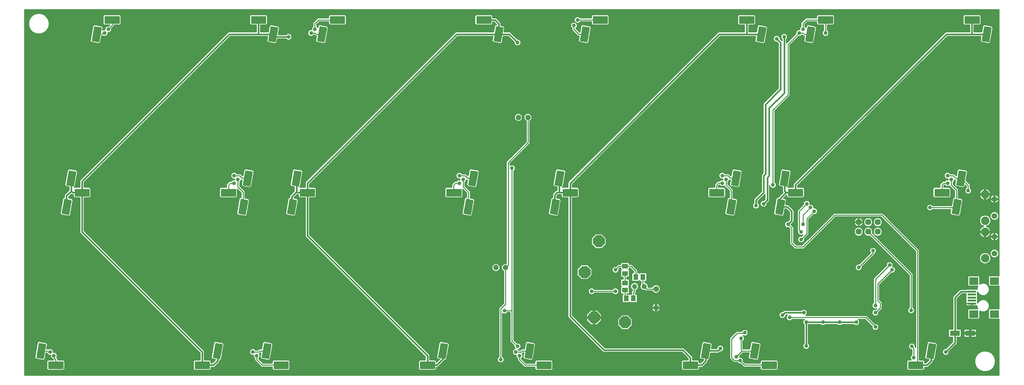
<source format=gbl>
G75*
%MOIN*%
%OFA0B0*%
%FSLAX25Y25*%
%IPPOS*%
%LPD*%
%AMOC8*
5,1,8,0,0,1.08239X$1,22.5*
%
%ADD10C,0.05937*%
%ADD11R,0.10236X0.05512*%
%ADD12R,0.09449X0.07874*%
%ADD13R,0.09087X0.01969*%
%ADD14C,0.06400*%
%ADD15C,0.01575*%
%ADD16OC8,0.05200*%
%ADD17C,0.05200*%
%ADD18R,0.05118X0.05906*%
%ADD19R,0.05906X0.05118*%
%ADD20C,0.08858*%
%ADD21OC8,0.12400*%
%ADD22C,0.01600*%
%ADD23C,0.03962*%
%ADD24C,0.01000*%
%ADD25C,0.01200*%
D10*
X0689209Y0167516D03*
X0689209Y0187201D03*
X1044091Y0224484D03*
X1044091Y0242201D03*
X1044091Y0263854D03*
X1044091Y0281571D03*
D11*
X1018698Y0140823D03*
X1002556Y0140823D03*
D12*
X1022438Y0160902D03*
X1044091Y0160902D03*
X1044091Y0195547D03*
X1022438Y0195547D03*
D13*
X1020217Y0184524D03*
X1020217Y0181374D03*
X1020217Y0178224D03*
X1020217Y0175075D03*
X1020217Y0171925D03*
D14*
X0921709Y0247358D03*
X0911709Y0247358D03*
X0901709Y0247358D03*
X0901709Y0257358D03*
X0911709Y0257358D03*
X0921709Y0257358D03*
D15*
X0981886Y0285311D02*
X0996060Y0285311D01*
X0981886Y0285311D02*
X0981886Y0291611D01*
X0996060Y0291611D01*
X0996060Y0285311D01*
X0996060Y0286885D02*
X0981886Y0286885D01*
X0981886Y0288459D02*
X0996060Y0288459D01*
X0996060Y0290033D02*
X0981886Y0290033D01*
X0981886Y0291607D02*
X0996060Y0291607D01*
X1004774Y0296974D02*
X1007235Y0310932D01*
X1013438Y0309838D01*
X1010977Y0295880D01*
X1004774Y0296974D01*
X1004859Y0297454D02*
X1011255Y0297454D01*
X1011532Y0299028D02*
X1005136Y0299028D01*
X1005414Y0300602D02*
X1011810Y0300602D01*
X1012087Y0302176D02*
X1005691Y0302176D01*
X1005969Y0303750D02*
X1012365Y0303750D01*
X1012642Y0305324D02*
X1006246Y0305324D01*
X1006524Y0306898D02*
X1012920Y0306898D01*
X1013197Y0308472D02*
X1006801Y0308472D01*
X1007079Y0310046D02*
X1012259Y0310046D01*
X1008605Y0279947D02*
X1006144Y0265989D01*
X0999941Y0267083D01*
X1002402Y0281041D01*
X1008605Y0279947D01*
X1006422Y0267563D02*
X1000026Y0267563D01*
X1000303Y0269137D02*
X1006699Y0269137D01*
X1006977Y0270711D02*
X1000581Y0270711D01*
X1000858Y0272285D02*
X1007254Y0272285D01*
X1007532Y0273859D02*
X1001136Y0273859D01*
X1001413Y0275433D02*
X1007809Y0275433D01*
X1008087Y0277007D02*
X1001691Y0277007D01*
X1001968Y0278581D02*
X1008364Y0278581D01*
X1007426Y0280155D02*
X1002246Y0280155D01*
X0842517Y0285311D02*
X0828343Y0285311D01*
X0828343Y0291611D01*
X0842517Y0291611D01*
X0842517Y0285311D01*
X0842517Y0286885D02*
X0828343Y0286885D01*
X0828343Y0288459D02*
X0842517Y0288459D01*
X0842517Y0290033D02*
X0828343Y0290033D01*
X0828343Y0291607D02*
X0842517Y0291607D01*
X0825938Y0295880D02*
X0828399Y0309838D01*
X0825938Y0295880D02*
X0819735Y0296974D01*
X0822196Y0310932D01*
X0828399Y0309838D01*
X0826216Y0297454D02*
X0819820Y0297454D01*
X0820097Y0299028D02*
X0826493Y0299028D01*
X0826771Y0300602D02*
X0820375Y0300602D01*
X0820652Y0302176D02*
X0827048Y0302176D01*
X0827326Y0303750D02*
X0820930Y0303750D01*
X0821207Y0305324D02*
X0827603Y0305324D01*
X0827881Y0306898D02*
X0821485Y0306898D01*
X0821762Y0308472D02*
X0828158Y0308472D01*
X0827220Y0310046D02*
X0822040Y0310046D01*
X0771015Y0310932D02*
X0768554Y0296974D01*
X0771015Y0310932D02*
X0777218Y0309838D01*
X0774757Y0295880D01*
X0768554Y0296974D01*
X0768639Y0297454D02*
X0775035Y0297454D01*
X0775312Y0299028D02*
X0768916Y0299028D01*
X0769194Y0300602D02*
X0775590Y0300602D01*
X0775867Y0302176D02*
X0769471Y0302176D01*
X0769749Y0303750D02*
X0776145Y0303750D01*
X0776422Y0305324D02*
X0770026Y0305324D01*
X0770304Y0306898D02*
X0776700Y0306898D01*
X0776977Y0308472D02*
X0770581Y0308472D01*
X0770859Y0310046D02*
X0776039Y0310046D01*
X0759840Y0285311D02*
X0745666Y0285311D01*
X0745666Y0291611D01*
X0759840Y0291611D01*
X0759840Y0285311D01*
X0759840Y0286885D02*
X0745666Y0286885D01*
X0745666Y0288459D02*
X0759840Y0288459D01*
X0759840Y0290033D02*
X0745666Y0290033D01*
X0745666Y0291607D02*
X0759840Y0291607D01*
X0772384Y0279947D02*
X0769923Y0265989D01*
X0763720Y0267083D01*
X0766181Y0281041D01*
X0772384Y0279947D01*
X0770201Y0267563D02*
X0763805Y0267563D01*
X0764082Y0269137D02*
X0770478Y0269137D01*
X0770756Y0270711D02*
X0764360Y0270711D01*
X0764637Y0272285D02*
X0771033Y0272285D01*
X0771311Y0273859D02*
X0764915Y0273859D01*
X0765192Y0275433D02*
X0771588Y0275433D01*
X0771866Y0277007D02*
X0765470Y0277007D01*
X0765747Y0278581D02*
X0772143Y0278581D01*
X0771205Y0280155D02*
X0766025Y0280155D01*
X0814901Y0267083D02*
X0817362Y0281041D01*
X0823565Y0279947D01*
X0821104Y0265989D01*
X0814901Y0267083D01*
X0814986Y0267563D02*
X0821382Y0267563D01*
X0821659Y0269137D02*
X0815263Y0269137D01*
X0815541Y0270711D02*
X0821937Y0270711D01*
X0822214Y0272285D02*
X0815818Y0272285D01*
X0816096Y0273859D02*
X0822492Y0273859D01*
X0822769Y0275433D02*
X0816373Y0275433D01*
X0816651Y0277007D02*
X0823047Y0277007D01*
X0823324Y0278581D02*
X0816928Y0278581D01*
X0817206Y0280155D02*
X0822386Y0280155D01*
X0606296Y0285311D02*
X0592122Y0285311D01*
X0592122Y0291611D01*
X0606296Y0291611D01*
X0606296Y0285311D01*
X0606296Y0286885D02*
X0592122Y0286885D01*
X0592122Y0288459D02*
X0606296Y0288459D01*
X0606296Y0290033D02*
X0592122Y0290033D01*
X0592122Y0291607D02*
X0606296Y0291607D01*
X0589718Y0295880D02*
X0592179Y0309838D01*
X0589718Y0295880D02*
X0583515Y0296974D01*
X0585976Y0310932D01*
X0592179Y0309838D01*
X0589996Y0297454D02*
X0583600Y0297454D01*
X0583877Y0299028D02*
X0590273Y0299028D01*
X0590551Y0300602D02*
X0584155Y0300602D01*
X0584432Y0302176D02*
X0590828Y0302176D01*
X0591106Y0303750D02*
X0584710Y0303750D01*
X0584987Y0305324D02*
X0591383Y0305324D01*
X0591661Y0306898D02*
X0585265Y0306898D01*
X0585542Y0308472D02*
X0591938Y0308472D01*
X0591000Y0310046D02*
X0585820Y0310046D01*
X0581142Y0281041D02*
X0578681Y0267083D01*
X0581142Y0281041D02*
X0587345Y0279947D01*
X0584884Y0265989D01*
X0578681Y0267083D01*
X0578766Y0267563D02*
X0585162Y0267563D01*
X0585439Y0269137D02*
X0579043Y0269137D01*
X0579321Y0270711D02*
X0585717Y0270711D01*
X0585994Y0272285D02*
X0579598Y0272285D01*
X0579876Y0273859D02*
X0586272Y0273859D01*
X0586549Y0275433D02*
X0580153Y0275433D01*
X0580431Y0277007D02*
X0586827Y0277007D01*
X0587104Y0278581D02*
X0580708Y0278581D01*
X0580986Y0280155D02*
X0586166Y0280155D01*
X0492963Y0296974D02*
X0495424Y0310932D01*
X0501627Y0309838D01*
X0499166Y0295880D01*
X0492963Y0296974D01*
X0493048Y0297454D02*
X0499444Y0297454D01*
X0499721Y0299028D02*
X0493325Y0299028D01*
X0493603Y0300602D02*
X0499999Y0300602D01*
X0500276Y0302176D02*
X0493880Y0302176D01*
X0494158Y0303750D02*
X0500554Y0303750D01*
X0500831Y0305324D02*
X0494435Y0305324D01*
X0494713Y0306898D02*
X0501109Y0306898D01*
X0501386Y0308472D02*
X0494990Y0308472D01*
X0495268Y0310046D02*
X0500448Y0310046D01*
X0484249Y0285311D02*
X0470075Y0285311D01*
X0470075Y0291611D01*
X0484249Y0291611D01*
X0484249Y0285311D01*
X0484249Y0286885D02*
X0470075Y0286885D01*
X0470075Y0288459D02*
X0484249Y0288459D01*
X0484249Y0290033D02*
X0470075Y0290033D01*
X0470075Y0291607D02*
X0484249Y0291607D01*
X0496794Y0279947D02*
X0494333Y0265989D01*
X0488130Y0267083D01*
X0490591Y0281041D01*
X0496794Y0279947D01*
X0494611Y0267563D02*
X0488215Y0267563D01*
X0488492Y0269137D02*
X0494888Y0269137D01*
X0495166Y0270711D02*
X0488770Y0270711D01*
X0489047Y0272285D02*
X0495443Y0272285D01*
X0495721Y0273859D02*
X0489325Y0273859D01*
X0489602Y0275433D02*
X0495998Y0275433D01*
X0496276Y0277007D02*
X0489880Y0277007D01*
X0490157Y0278581D02*
X0496553Y0278581D01*
X0495615Y0280155D02*
X0490435Y0280155D01*
X0330706Y0285311D02*
X0316532Y0285311D01*
X0316532Y0291611D01*
X0330706Y0291611D01*
X0330706Y0285311D01*
X0330706Y0286885D02*
X0316532Y0286885D01*
X0316532Y0288459D02*
X0330706Y0288459D01*
X0330706Y0290033D02*
X0316532Y0290033D01*
X0316532Y0291607D02*
X0330706Y0291607D01*
X0314127Y0295880D02*
X0316588Y0309838D01*
X0314127Y0295880D02*
X0307924Y0296974D01*
X0310385Y0310932D01*
X0316588Y0309838D01*
X0314405Y0297454D02*
X0308009Y0297454D01*
X0308286Y0299028D02*
X0314682Y0299028D01*
X0314960Y0300602D02*
X0308564Y0300602D01*
X0308841Y0302176D02*
X0315237Y0302176D01*
X0315515Y0303750D02*
X0309119Y0303750D01*
X0309396Y0305324D02*
X0315792Y0305324D01*
X0316070Y0306898D02*
X0309674Y0306898D01*
X0309951Y0308472D02*
X0316347Y0308472D01*
X0315409Y0310046D02*
X0310229Y0310046D01*
X0259204Y0310932D02*
X0256743Y0296974D01*
X0259204Y0310932D02*
X0265407Y0309838D01*
X0262946Y0295880D01*
X0256743Y0296974D01*
X0256828Y0297454D02*
X0263224Y0297454D01*
X0263501Y0299028D02*
X0257105Y0299028D01*
X0257383Y0300602D02*
X0263779Y0300602D01*
X0264056Y0302176D02*
X0257660Y0302176D01*
X0257938Y0303750D02*
X0264334Y0303750D01*
X0264611Y0305324D02*
X0258215Y0305324D01*
X0258493Y0306898D02*
X0264889Y0306898D01*
X0265166Y0308472D02*
X0258770Y0308472D01*
X0259048Y0310046D02*
X0264228Y0310046D01*
X0248029Y0285311D02*
X0233855Y0285311D01*
X0233855Y0291611D01*
X0248029Y0291611D01*
X0248029Y0285311D01*
X0248029Y0286885D02*
X0233855Y0286885D01*
X0233855Y0288459D02*
X0248029Y0288459D01*
X0248029Y0290033D02*
X0233855Y0290033D01*
X0233855Y0291607D02*
X0248029Y0291607D01*
X0260573Y0279947D02*
X0258112Y0265989D01*
X0251909Y0267083D01*
X0254370Y0281041D01*
X0260573Y0279947D01*
X0258390Y0267563D02*
X0251994Y0267563D01*
X0252271Y0269137D02*
X0258667Y0269137D01*
X0258945Y0270711D02*
X0252549Y0270711D01*
X0252826Y0272285D02*
X0259222Y0272285D01*
X0259500Y0273859D02*
X0253104Y0273859D01*
X0253381Y0275433D02*
X0259777Y0275433D01*
X0260055Y0277007D02*
X0253659Y0277007D01*
X0253936Y0278581D02*
X0260332Y0278581D01*
X0259394Y0280155D02*
X0254214Y0280155D01*
X0303090Y0267083D02*
X0305551Y0281041D01*
X0311754Y0279947D01*
X0309293Y0265989D01*
X0303090Y0267083D01*
X0303175Y0267563D02*
X0309571Y0267563D01*
X0309848Y0269137D02*
X0303452Y0269137D01*
X0303730Y0270711D02*
X0310126Y0270711D01*
X0310403Y0272285D02*
X0304007Y0272285D01*
X0304285Y0273859D02*
X0310681Y0273859D01*
X0310958Y0275433D02*
X0304562Y0275433D01*
X0304840Y0277007D02*
X0311236Y0277007D01*
X0311513Y0278581D02*
X0305117Y0278581D01*
X0305395Y0280155D02*
X0310575Y0280155D01*
X0094485Y0285311D02*
X0080311Y0285311D01*
X0080311Y0291611D01*
X0094485Y0291611D01*
X0094485Y0285311D01*
X0094485Y0286885D02*
X0080311Y0286885D01*
X0080311Y0288459D02*
X0094485Y0288459D01*
X0094485Y0290033D02*
X0080311Y0290033D01*
X0080311Y0291607D02*
X0094485Y0291607D01*
X0077907Y0295880D02*
X0080368Y0309838D01*
X0077907Y0295880D02*
X0071704Y0296974D01*
X0074165Y0310932D01*
X0080368Y0309838D01*
X0078185Y0297454D02*
X0071789Y0297454D01*
X0072066Y0299028D02*
X0078462Y0299028D01*
X0078740Y0300602D02*
X0072344Y0300602D01*
X0072621Y0302176D02*
X0079017Y0302176D01*
X0079295Y0303750D02*
X0072899Y0303750D01*
X0073176Y0305324D02*
X0079572Y0305324D01*
X0079850Y0306898D02*
X0073454Y0306898D01*
X0073731Y0308472D02*
X0080127Y0308472D01*
X0079189Y0310046D02*
X0074009Y0310046D01*
X0069331Y0281041D02*
X0066870Y0267083D01*
X0069331Y0281041D02*
X0075534Y0279947D01*
X0073073Y0265989D01*
X0066870Y0267083D01*
X0066955Y0267563D02*
X0073351Y0267563D01*
X0073628Y0269137D02*
X0067232Y0269137D01*
X0067510Y0270711D02*
X0073906Y0270711D01*
X0074183Y0272285D02*
X0067787Y0272285D01*
X0068065Y0273859D02*
X0074461Y0273859D01*
X0074738Y0275433D02*
X0068342Y0275433D01*
X0068620Y0277007D02*
X0075016Y0277007D01*
X0075293Y0278581D02*
X0068897Y0278581D01*
X0069175Y0280155D02*
X0074355Y0280155D01*
X0042668Y0129830D02*
X0040207Y0115872D01*
X0042668Y0129830D02*
X0048871Y0128736D01*
X0046410Y0114778D01*
X0040207Y0115872D01*
X0040292Y0116352D02*
X0046688Y0116352D01*
X0046965Y0117926D02*
X0040569Y0117926D01*
X0040847Y0119500D02*
X0047243Y0119500D01*
X0047520Y0121074D02*
X0041124Y0121074D01*
X0041402Y0122648D02*
X0047798Y0122648D01*
X0048075Y0124222D02*
X0041679Y0124222D01*
X0041957Y0125796D02*
X0048353Y0125796D01*
X0048630Y0127370D02*
X0042234Y0127370D01*
X0042512Y0128944D02*
X0047692Y0128944D01*
X0052752Y0110508D02*
X0066926Y0110508D01*
X0066926Y0104208D01*
X0052752Y0104208D01*
X0052752Y0110508D01*
X0052752Y0105782D02*
X0066926Y0105782D01*
X0066926Y0107356D02*
X0052752Y0107356D01*
X0052752Y0108930D02*
X0066926Y0108930D01*
X0066926Y0110504D02*
X0052752Y0110504D01*
X0206296Y0110508D02*
X0220470Y0110508D01*
X0220470Y0104208D01*
X0206296Y0104208D01*
X0206296Y0110508D01*
X0206296Y0105782D02*
X0220470Y0105782D01*
X0220470Y0107356D02*
X0206296Y0107356D01*
X0206296Y0108930D02*
X0220470Y0108930D01*
X0220470Y0110504D02*
X0206296Y0110504D01*
X0231450Y0114778D02*
X0233911Y0128736D01*
X0231450Y0114778D02*
X0225247Y0115872D01*
X0227708Y0129830D01*
X0233911Y0128736D01*
X0231728Y0116352D02*
X0225332Y0116352D01*
X0225609Y0117926D02*
X0232005Y0117926D01*
X0232283Y0119500D02*
X0225887Y0119500D01*
X0226164Y0121074D02*
X0232560Y0121074D01*
X0232838Y0122648D02*
X0226442Y0122648D01*
X0226719Y0124222D02*
X0233115Y0124222D01*
X0233393Y0125796D02*
X0226997Y0125796D01*
X0227274Y0127370D02*
X0233670Y0127370D01*
X0232732Y0128944D02*
X0227552Y0128944D01*
X0276428Y0115872D02*
X0278889Y0129830D01*
X0285092Y0128736D01*
X0282631Y0114778D01*
X0276428Y0115872D01*
X0276513Y0116352D02*
X0282909Y0116352D01*
X0283186Y0117926D02*
X0276790Y0117926D01*
X0277068Y0119500D02*
X0283464Y0119500D01*
X0283741Y0121074D02*
X0277345Y0121074D01*
X0277623Y0122648D02*
X0284019Y0122648D01*
X0284296Y0124222D02*
X0277900Y0124222D01*
X0278178Y0125796D02*
X0284574Y0125796D01*
X0284851Y0127370D02*
X0278455Y0127370D01*
X0278733Y0128944D02*
X0283913Y0128944D01*
X0288973Y0110508D02*
X0303147Y0110508D01*
X0303147Y0104208D01*
X0288973Y0104208D01*
X0288973Y0110508D01*
X0288973Y0105782D02*
X0303147Y0105782D01*
X0303147Y0107356D02*
X0288973Y0107356D01*
X0288973Y0108930D02*
X0303147Y0108930D01*
X0303147Y0110504D02*
X0288973Y0110504D01*
X0442516Y0110508D02*
X0456690Y0110508D01*
X0456690Y0104208D01*
X0442516Y0104208D01*
X0442516Y0110508D01*
X0442516Y0105782D02*
X0456690Y0105782D01*
X0456690Y0107356D02*
X0442516Y0107356D01*
X0442516Y0108930D02*
X0456690Y0108930D01*
X0456690Y0110504D02*
X0442516Y0110504D01*
X0467670Y0114778D02*
X0470131Y0128736D01*
X0467670Y0114778D02*
X0461467Y0115872D01*
X0463928Y0129830D01*
X0470131Y0128736D01*
X0467948Y0116352D02*
X0461552Y0116352D01*
X0461829Y0117926D02*
X0468225Y0117926D01*
X0468503Y0119500D02*
X0462107Y0119500D01*
X0462384Y0121074D02*
X0468780Y0121074D01*
X0469058Y0122648D02*
X0462662Y0122648D01*
X0462939Y0124222D02*
X0469335Y0124222D01*
X0469613Y0125796D02*
X0463217Y0125796D01*
X0463494Y0127370D02*
X0469890Y0127370D01*
X0468952Y0128944D02*
X0463772Y0128944D01*
X0552019Y0115872D02*
X0554480Y0129830D01*
X0560683Y0128736D01*
X0558222Y0114778D01*
X0552019Y0115872D01*
X0552104Y0116352D02*
X0558500Y0116352D01*
X0558777Y0117926D02*
X0552381Y0117926D01*
X0552659Y0119500D02*
X0559055Y0119500D01*
X0559332Y0121074D02*
X0552936Y0121074D01*
X0553214Y0122648D02*
X0559610Y0122648D01*
X0559887Y0124222D02*
X0553491Y0124222D01*
X0553769Y0125796D02*
X0560165Y0125796D01*
X0560442Y0127370D02*
X0554046Y0127370D01*
X0554324Y0128944D02*
X0559504Y0128944D01*
X0564563Y0110508D02*
X0578737Y0110508D01*
X0578737Y0104208D01*
X0564563Y0104208D01*
X0564563Y0110508D01*
X0564563Y0105782D02*
X0578737Y0105782D01*
X0578737Y0107356D02*
X0564563Y0107356D01*
X0564563Y0108930D02*
X0578737Y0108930D01*
X0578737Y0110504D02*
X0564563Y0110504D01*
X0718107Y0110508D02*
X0732281Y0110508D01*
X0732281Y0104208D01*
X0718107Y0104208D01*
X0718107Y0110508D01*
X0718107Y0105782D02*
X0732281Y0105782D01*
X0732281Y0107356D02*
X0718107Y0107356D01*
X0718107Y0108930D02*
X0732281Y0108930D01*
X0732281Y0110504D02*
X0718107Y0110504D01*
X0743261Y0114778D02*
X0745722Y0128736D01*
X0743261Y0114778D02*
X0737058Y0115872D01*
X0739519Y0129830D01*
X0745722Y0128736D01*
X0743539Y0116352D02*
X0737143Y0116352D01*
X0737420Y0117926D02*
X0743816Y0117926D01*
X0744094Y0119500D02*
X0737698Y0119500D01*
X0737975Y0121074D02*
X0744371Y0121074D01*
X0744649Y0122648D02*
X0738253Y0122648D01*
X0738530Y0124222D02*
X0744926Y0124222D01*
X0745204Y0125796D02*
X0738808Y0125796D01*
X0739085Y0127370D02*
X0745481Y0127370D01*
X0744543Y0128944D02*
X0739363Y0128944D01*
X0788239Y0115872D02*
X0790700Y0129830D01*
X0796903Y0128736D01*
X0794442Y0114778D01*
X0788239Y0115872D01*
X0788324Y0116352D02*
X0794720Y0116352D01*
X0794997Y0117926D02*
X0788601Y0117926D01*
X0788879Y0119500D02*
X0795275Y0119500D01*
X0795552Y0121074D02*
X0789156Y0121074D01*
X0789434Y0122648D02*
X0795830Y0122648D01*
X0796107Y0124222D02*
X0789711Y0124222D01*
X0789989Y0125796D02*
X0796385Y0125796D01*
X0796662Y0127370D02*
X0790266Y0127370D01*
X0790544Y0128944D02*
X0795724Y0128944D01*
X0800784Y0110508D02*
X0814958Y0110508D01*
X0814958Y0104208D01*
X0800784Y0104208D01*
X0800784Y0110508D01*
X0800784Y0105782D02*
X0814958Y0105782D01*
X0814958Y0107356D02*
X0800784Y0107356D01*
X0800784Y0108930D02*
X0814958Y0108930D01*
X0814958Y0110504D02*
X0800784Y0110504D01*
X0954327Y0110508D02*
X0968501Y0110508D01*
X0968501Y0104208D01*
X0954327Y0104208D01*
X0954327Y0110508D01*
X0954327Y0105782D02*
X0968501Y0105782D01*
X0968501Y0107356D02*
X0954327Y0107356D01*
X0954327Y0108930D02*
X0968501Y0108930D01*
X0968501Y0110504D02*
X0954327Y0110504D01*
X0979481Y0114778D02*
X0981942Y0128736D01*
X0979481Y0114778D02*
X0973278Y0115872D01*
X0975739Y0129830D01*
X0981942Y0128736D01*
X0979759Y0116352D02*
X0973363Y0116352D01*
X0973640Y0117926D02*
X0980036Y0117926D01*
X0980314Y0119500D02*
X0973918Y0119500D01*
X0974195Y0121074D02*
X0980591Y0121074D01*
X0980869Y0122648D02*
X0974473Y0122648D01*
X0974750Y0124222D02*
X0981146Y0124222D01*
X0981424Y0125796D02*
X0975028Y0125796D01*
X0975305Y0127370D02*
X0981701Y0127370D01*
X0980763Y0128944D02*
X0975583Y0128944D01*
X1031437Y0448185D02*
X1033898Y0462143D01*
X1040101Y0461049D01*
X1037640Y0447091D01*
X1031437Y0448185D01*
X1031522Y0448665D02*
X1037918Y0448665D01*
X1038195Y0450239D02*
X1031799Y0450239D01*
X1032077Y0451813D02*
X1038473Y0451813D01*
X1038750Y0453387D02*
X1032354Y0453387D01*
X1032632Y0454961D02*
X1039028Y0454961D01*
X1039305Y0456535D02*
X1032909Y0456535D01*
X1033187Y0458109D02*
X1039583Y0458109D01*
X1039860Y0459683D02*
X1033464Y0459683D01*
X1033742Y0461257D02*
X1038922Y0461257D01*
X1027556Y0472713D02*
X1013382Y0472713D01*
X1027556Y0472713D02*
X1027556Y0466413D01*
X1013382Y0466413D01*
X1013382Y0472713D01*
X1013382Y0467987D02*
X1027556Y0467987D01*
X1027556Y0469561D02*
X1013382Y0469561D01*
X1013382Y0471135D02*
X1027556Y0471135D01*
X1027556Y0472709D02*
X1013382Y0472709D01*
X0874013Y0472713D02*
X0859839Y0472713D01*
X0874013Y0472713D02*
X0874013Y0466413D01*
X0859839Y0466413D01*
X0859839Y0472713D01*
X0859839Y0467987D02*
X0874013Y0467987D01*
X0874013Y0469561D02*
X0859839Y0469561D01*
X0859839Y0471135D02*
X0874013Y0471135D01*
X0874013Y0472709D02*
X0859839Y0472709D01*
X0855062Y0461049D02*
X0852601Y0447091D01*
X0846398Y0448185D01*
X0848859Y0462143D01*
X0855062Y0461049D01*
X0852879Y0448665D02*
X0846483Y0448665D01*
X0846760Y0450239D02*
X0853156Y0450239D01*
X0853434Y0451813D02*
X0847038Y0451813D01*
X0847315Y0453387D02*
X0853711Y0453387D01*
X0853989Y0454961D02*
X0847593Y0454961D01*
X0847870Y0456535D02*
X0854266Y0456535D01*
X0854544Y0458109D02*
X0848148Y0458109D01*
X0848425Y0459683D02*
X0854821Y0459683D01*
X0853883Y0461257D02*
X0848703Y0461257D01*
X0797677Y0462143D02*
X0795216Y0448185D01*
X0797677Y0462143D02*
X0803880Y0461049D01*
X0801419Y0447091D01*
X0795216Y0448185D01*
X0795301Y0448665D02*
X0801697Y0448665D01*
X0801974Y0450239D02*
X0795578Y0450239D01*
X0795856Y0451813D02*
X0802252Y0451813D01*
X0802529Y0453387D02*
X0796133Y0453387D01*
X0796411Y0454961D02*
X0802807Y0454961D01*
X0803084Y0456535D02*
X0796688Y0456535D01*
X0796966Y0458109D02*
X0803362Y0458109D01*
X0803639Y0459683D02*
X0797243Y0459683D01*
X0797521Y0461257D02*
X0802701Y0461257D01*
X0791336Y0472713D02*
X0777162Y0472713D01*
X0791336Y0472713D02*
X0791336Y0466413D01*
X0777162Y0466413D01*
X0777162Y0472713D01*
X0777162Y0467987D02*
X0791336Y0467987D01*
X0791336Y0469561D02*
X0777162Y0469561D01*
X0777162Y0471135D02*
X0791336Y0471135D01*
X0791336Y0472709D02*
X0777162Y0472709D01*
X0637792Y0472713D02*
X0623618Y0472713D01*
X0637792Y0472713D02*
X0637792Y0466413D01*
X0623618Y0466413D01*
X0623618Y0472713D01*
X0623618Y0467987D02*
X0637792Y0467987D01*
X0637792Y0469561D02*
X0623618Y0469561D01*
X0623618Y0471135D02*
X0637792Y0471135D01*
X0637792Y0472709D02*
X0623618Y0472709D01*
X0618841Y0461049D02*
X0616380Y0447091D01*
X0610177Y0448185D01*
X0612638Y0462143D01*
X0618841Y0461049D01*
X0616658Y0448665D02*
X0610262Y0448665D01*
X0610539Y0450239D02*
X0616935Y0450239D01*
X0617213Y0451813D02*
X0610817Y0451813D01*
X0611094Y0453387D02*
X0617490Y0453387D01*
X0617768Y0454961D02*
X0611372Y0454961D01*
X0611649Y0456535D02*
X0618045Y0456535D01*
X0618323Y0458109D02*
X0611927Y0458109D01*
X0612204Y0459683D02*
X0618600Y0459683D01*
X0617662Y0461257D02*
X0612482Y0461257D01*
X0522087Y0462143D02*
X0519626Y0448185D01*
X0522087Y0462143D02*
X0528290Y0461049D01*
X0525829Y0447091D01*
X0519626Y0448185D01*
X0519711Y0448665D02*
X0526107Y0448665D01*
X0526384Y0450239D02*
X0519988Y0450239D01*
X0520266Y0451813D02*
X0526662Y0451813D01*
X0526939Y0453387D02*
X0520543Y0453387D01*
X0520821Y0454961D02*
X0527217Y0454961D01*
X0527494Y0456535D02*
X0521098Y0456535D01*
X0521376Y0458109D02*
X0527772Y0458109D01*
X0528049Y0459683D02*
X0521653Y0459683D01*
X0521931Y0461257D02*
X0527111Y0461257D01*
X0515745Y0472713D02*
X0501571Y0472713D01*
X0515745Y0472713D02*
X0515745Y0466413D01*
X0501571Y0466413D01*
X0501571Y0472713D01*
X0501571Y0467987D02*
X0515745Y0467987D01*
X0515745Y0469561D02*
X0501571Y0469561D01*
X0501571Y0471135D02*
X0515745Y0471135D01*
X0515745Y0472709D02*
X0501571Y0472709D01*
X0362202Y0472713D02*
X0348028Y0472713D01*
X0362202Y0472713D02*
X0362202Y0466413D01*
X0348028Y0466413D01*
X0348028Y0472713D01*
X0348028Y0467987D02*
X0362202Y0467987D01*
X0362202Y0469561D02*
X0348028Y0469561D01*
X0348028Y0471135D02*
X0362202Y0471135D01*
X0362202Y0472709D02*
X0348028Y0472709D01*
X0343251Y0461049D02*
X0340790Y0447091D01*
X0334587Y0448185D01*
X0337048Y0462143D01*
X0343251Y0461049D01*
X0341068Y0448665D02*
X0334672Y0448665D01*
X0334949Y0450239D02*
X0341345Y0450239D01*
X0341623Y0451813D02*
X0335227Y0451813D01*
X0335504Y0453387D02*
X0341900Y0453387D01*
X0342178Y0454961D02*
X0335782Y0454961D01*
X0336059Y0456535D02*
X0342455Y0456535D01*
X0342733Y0458109D02*
X0336337Y0458109D01*
X0336614Y0459683D02*
X0343010Y0459683D01*
X0342072Y0461257D02*
X0336892Y0461257D01*
X0285866Y0462143D02*
X0283405Y0448185D01*
X0285866Y0462143D02*
X0292069Y0461049D01*
X0289608Y0447091D01*
X0283405Y0448185D01*
X0283490Y0448665D02*
X0289886Y0448665D01*
X0290163Y0450239D02*
X0283767Y0450239D01*
X0284045Y0451813D02*
X0290441Y0451813D01*
X0290718Y0453387D02*
X0284322Y0453387D01*
X0284600Y0454961D02*
X0290996Y0454961D01*
X0291273Y0456535D02*
X0284877Y0456535D01*
X0285155Y0458109D02*
X0291551Y0458109D01*
X0291828Y0459683D02*
X0285432Y0459683D01*
X0285710Y0461257D02*
X0290890Y0461257D01*
X0279525Y0472713D02*
X0265351Y0472713D01*
X0279525Y0472713D02*
X0279525Y0466413D01*
X0265351Y0466413D01*
X0265351Y0472713D01*
X0265351Y0467987D02*
X0279525Y0467987D01*
X0279525Y0469561D02*
X0265351Y0469561D01*
X0265351Y0471135D02*
X0279525Y0471135D01*
X0279525Y0472709D02*
X0265351Y0472709D01*
X0125981Y0472713D02*
X0111807Y0472713D01*
X0125981Y0472713D02*
X0125981Y0466413D01*
X0111807Y0466413D01*
X0111807Y0472713D01*
X0111807Y0467987D02*
X0125981Y0467987D01*
X0125981Y0469561D02*
X0111807Y0469561D01*
X0111807Y0471135D02*
X0125981Y0471135D01*
X0125981Y0472709D02*
X0111807Y0472709D01*
X0107030Y0461049D02*
X0104569Y0447091D01*
X0098366Y0448185D01*
X0100827Y0462143D01*
X0107030Y0461049D01*
X0104847Y0448665D02*
X0098451Y0448665D01*
X0098728Y0450239D02*
X0105124Y0450239D01*
X0105402Y0451813D02*
X0099006Y0451813D01*
X0099283Y0453387D02*
X0105679Y0453387D01*
X0105957Y0454961D02*
X0099561Y0454961D01*
X0099838Y0456535D02*
X0106234Y0456535D01*
X0106512Y0458109D02*
X0100116Y0458109D01*
X0100393Y0459683D02*
X0106789Y0459683D01*
X0105851Y0461257D02*
X0100671Y0461257D01*
D16*
X0544997Y0367201D03*
X0554997Y0367201D03*
X0531375Y0209720D03*
X0521375Y0209720D03*
D17*
X0666709Y0189858D03*
X0676709Y0189858D03*
D18*
X0675449Y0199858D03*
X0667969Y0199858D03*
X0665449Y0177358D03*
X0657969Y0177358D03*
D19*
X0656709Y0186118D03*
X0656709Y0193598D03*
X0656709Y0203618D03*
X0656709Y0211098D03*
D20*
X1034249Y0219563D03*
X1034249Y0247122D03*
X1034249Y0258933D03*
X1034249Y0286492D03*
D21*
X0656709Y0152358D03*
X0624209Y0157358D03*
X0614209Y0204858D03*
X0629209Y0237358D03*
D22*
X0583013Y0273515D02*
X0583013Y0286044D01*
X0585430Y0288461D01*
X0587398Y0288461D01*
X0587847Y0288909D01*
X0587847Y0303406D01*
X0599209Y0298303D02*
X0599209Y0288461D01*
X0599209Y0158539D01*
X0634642Y0123106D01*
X0717320Y0123106D01*
X0725194Y0115232D01*
X0725194Y0107358D01*
X0737005Y0107358D01*
X0741390Y0111744D01*
X0741390Y0122304D01*
X0741444Y0122358D01*
X0754209Y0122358D01*
X0756709Y0124858D01*
X0821709Y0159858D02*
X0824209Y0162358D01*
X0844209Y0162358D01*
X0846709Y0152358D02*
X0864209Y0152358D01*
X0881709Y0152358D01*
X0899209Y0152358D01*
X0846709Y0152358D02*
X0846709Y0127358D01*
X0961414Y0107358D02*
X0973225Y0107358D01*
X0977610Y0111744D01*
X0977610Y0122304D01*
X0992910Y0121138D02*
X1002556Y0130783D01*
X1002556Y0140823D01*
X1002753Y0141020D01*
X1002753Y0178224D01*
X1009052Y0184524D01*
X1020217Y0184524D01*
X0831493Y0258933D02*
X0831493Y0268776D01*
X0826754Y0273515D01*
X0819233Y0273515D01*
X0819233Y0282107D01*
X0825587Y0288461D01*
X0824067Y0289981D01*
X0824067Y0303406D01*
X0835430Y0296335D02*
X0835430Y0288461D01*
X0825587Y0288461D01*
X0835430Y0296335D02*
X0993712Y0454617D01*
X1020469Y0454617D01*
X1020469Y0469563D01*
X1020469Y0454617D02*
X1035769Y0454617D01*
X0823619Y0451846D02*
X0823619Y0392791D01*
X0807871Y0377043D01*
X0807871Y0306177D01*
X0805902Y0304209D01*
X0805902Y0280587D01*
X0801965Y0276650D01*
X0794091Y0274681D02*
X0794091Y0280587D01*
X0801965Y0288461D01*
X0801965Y0306177D01*
X0803934Y0308146D01*
X0803934Y0380980D01*
X0819682Y0396728D01*
X0819682Y0445941D01*
X0815745Y0449878D01*
X0799548Y0454617D02*
X0784249Y0454617D01*
X0784249Y0469563D01*
X0784249Y0454617D02*
X0755523Y0454617D01*
X0599209Y0298303D01*
X0599209Y0288461D02*
X0587398Y0288461D01*
X0827556Y0254996D02*
X0831493Y0258933D01*
X0465799Y0122304D02*
X0465799Y0113712D01*
X0459446Y0107358D01*
X0449603Y0107358D01*
X0449603Y0117201D01*
X0323619Y0243185D01*
X0323619Y0288461D01*
X0311808Y0288461D01*
X0312256Y0288909D01*
X0312256Y0303406D01*
X0323619Y0298303D02*
X0323619Y0288461D01*
X0311808Y0288461D02*
X0307422Y0284075D01*
X0307422Y0273515D01*
X0323619Y0298303D02*
X0479933Y0454617D01*
X0523958Y0454617D01*
X0524406Y0455065D01*
X0524406Y0465626D01*
X0520469Y0469563D01*
X0508658Y0469563D01*
X0523958Y0454617D02*
X0535415Y0454617D01*
X0544091Y0445941D01*
X0303934Y0451846D02*
X0290508Y0451846D01*
X0287737Y0454617D01*
X0272438Y0454617D01*
X0272438Y0469563D01*
X0272438Y0454617D02*
X0241744Y0454617D01*
X0087398Y0300272D01*
X0087398Y0288461D01*
X0087398Y0247122D01*
X0213383Y0121138D01*
X0213383Y0107358D01*
X0225194Y0107358D01*
X0229579Y0111744D01*
X0229579Y0122304D01*
X0071202Y0273515D02*
X0071202Y0285147D01*
X0076036Y0289981D01*
X0077556Y0288461D01*
X0087398Y0288461D01*
X0076036Y0289981D02*
X0076036Y0303406D01*
D23*
X0095272Y0316020D03*
X0103146Y0302240D03*
X0097241Y0272713D03*
X0081493Y0237280D03*
X0238973Y0272713D03*
X0246847Y0298303D03*
X0250784Y0302240D03*
X0246847Y0306177D03*
X0231099Y0302240D03*
X0299997Y0290429D03*
X0317713Y0276650D03*
X0333461Y0274681D03*
X0333461Y0323894D03*
X0483068Y0314051D03*
X0483068Y0306177D03*
X0487005Y0302240D03*
X0483068Y0298303D03*
X0500784Y0288461D03*
X0479131Y0276650D03*
X0524406Y0247122D03*
X0544091Y0251059D03*
X0593304Y0262870D03*
X0605115Y0268776D03*
X0571650Y0290429D03*
X0620863Y0310114D03*
X0601178Y0312083D03*
X0553934Y0312083D03*
X0538186Y0314051D03*
X0514564Y0312083D03*
X0640548Y0229406D03*
X0622831Y0219563D03*
X0646709Y0207358D03*
X0622831Y0193972D03*
X0621709Y0184858D03*
X0646709Y0184858D03*
X0674012Y0180193D03*
X0650390Y0172319D03*
X0636611Y0170350D03*
X0605115Y0162476D03*
X0593304Y0168382D03*
X0532280Y0156571D03*
X0530312Y0164445D03*
X0518501Y0134917D03*
X0544091Y0134917D03*
X0544091Y0127043D03*
X0542123Y0121138D03*
X0546060Y0117201D03*
X0526375Y0113264D03*
X0557871Y0101453D03*
X0573619Y0129012D03*
X0620863Y0129012D03*
X0634642Y0132949D03*
X0652359Y0136886D03*
X0668107Y0152634D03*
X0701572Y0188067D03*
X0683855Y0197909D03*
X0683855Y0219563D03*
X0660233Y0221531D03*
X0772438Y0239248D03*
X0827556Y0254996D03*
X0843304Y0254996D03*
X0841335Y0247122D03*
X0841335Y0239248D03*
X0866926Y0245154D03*
X0892516Y0253028D03*
X0884642Y0260902D03*
X0862989Y0264839D03*
X0855115Y0268776D03*
X0851178Y0272713D03*
X0847241Y0276650D03*
X0815745Y0290429D03*
X0811808Y0296335D03*
X0815745Y0308146D03*
X0798028Y0310114D03*
X0796060Y0292398D03*
X0776375Y0288461D03*
X0760627Y0278618D03*
X0786217Y0270744D03*
X0794091Y0274681D03*
X0801965Y0276650D03*
X0807871Y0266807D03*
X0758658Y0298303D03*
X0762595Y0302240D03*
X0758658Y0306177D03*
X0798028Y0335705D03*
X0839367Y0310114D03*
X0868894Y0316020D03*
X0878737Y0308146D03*
X0890548Y0312083D03*
X0878737Y0325862D03*
X0859052Y0331768D03*
X0872831Y0341610D03*
X0817713Y0369169D03*
X0809839Y0404602D03*
X0831493Y0424287D03*
X0813776Y0434130D03*
X0837398Y0445941D03*
X0823619Y0451846D03*
X0815745Y0449878D03*
X0831493Y0463657D03*
X0839367Y0455783D03*
X0843304Y0459720D03*
X0861020Y0459720D03*
X0866926Y0455783D03*
X0853146Y0475469D03*
X0807871Y0471531D03*
X0782280Y0440035D03*
X0752753Y0440035D03*
X0733068Y0442004D03*
X0632674Y0440035D03*
X0599209Y0442004D03*
X0603146Y0463657D03*
X0607083Y0469563D03*
X0587398Y0471531D03*
X0536217Y0469563D03*
X0544091Y0445941D03*
X0536217Y0442004D03*
X0508658Y0443972D03*
X0351178Y0445941D03*
X0327556Y0455783D03*
X0331493Y0459720D03*
X0327556Y0469563D03*
X0303934Y0451846D03*
X0321650Y0443972D03*
X0266532Y0447909D03*
X0126768Y0445941D03*
X0111020Y0455783D03*
X0114957Y0459720D03*
X0073619Y0455783D03*
X0059839Y0434130D03*
X0038186Y0394760D03*
X0213383Y0138854D03*
X0266532Y0132949D03*
X0266532Y0121138D03*
X0270469Y0117201D03*
X0305902Y0129012D03*
X0424012Y0127043D03*
X0451572Y0136886D03*
X0483068Y0129012D03*
X0455509Y0115232D03*
X0471257Y0105390D03*
X0756709Y0124858D03*
X0773343Y0116138D03*
X0777280Y0112201D03*
X0792123Y0101453D03*
X0813776Y0125075D03*
X0805902Y0136886D03*
X0784249Y0130980D03*
X0778343Y0135449D03*
X0782280Y0141354D03*
X0821709Y0159858D03*
X0829209Y0157358D03*
X0827556Y0148697D03*
X0846709Y0152358D03*
X0864209Y0152358D03*
X0881709Y0152358D03*
X0899209Y0152358D03*
X0902359Y0146728D03*
X0919209Y0147358D03*
X0920075Y0140823D03*
X0933855Y0130980D03*
X0957477Y0127043D03*
X0967320Y0125075D03*
X0990942Y0127043D03*
X0992910Y0121138D03*
X0987005Y0115232D03*
X0967320Y0115232D03*
X0959446Y0115232D03*
X1016532Y0125075D03*
X1026375Y0130980D03*
X1030312Y0140823D03*
X1028343Y0148697D03*
X1010627Y0166413D03*
X1010627Y0174287D03*
X1002753Y0188067D03*
X1012595Y0193972D03*
X0969288Y0213657D03*
X0955509Y0213657D03*
X0949603Y0199878D03*
X0936709Y0207358D03*
X0934209Y0212358D03*
X0916709Y0227358D03*
X0908264Y0229406D03*
X0894485Y0225469D03*
X0872831Y0229406D03*
X0901709Y0209858D03*
X0902359Y0195941D03*
X0912201Y0178224D03*
X0919209Y0169858D03*
X0919209Y0162358D03*
X0900390Y0166413D03*
X0886611Y0176256D03*
X0844209Y0162358D03*
X0829524Y0170350D03*
X0823619Y0209720D03*
X0941729Y0239248D03*
X0947635Y0254996D03*
X0976473Y0272713D03*
X0990942Y0262870D03*
X1012595Y0262870D03*
X1020469Y0270744D03*
X1028343Y0278618D03*
X1014564Y0280587D03*
X1016532Y0290429D03*
X0994879Y0298303D03*
X0998816Y0302240D03*
X0994879Y0306177D03*
X0998816Y0316020D03*
X1020469Y0304209D03*
X0994879Y0278618D03*
X1044091Y0253028D03*
X1040154Y0178224D03*
X0956709Y0164858D03*
X0900390Y0127043D03*
X0861020Y0130980D03*
X0846709Y0127358D03*
X0939760Y0388854D03*
X0927949Y0396728D03*
X1020469Y0447909D03*
X1014564Y0459720D03*
X1026375Y0461689D03*
X1042123Y0467594D03*
X0067713Y0129012D03*
X0053934Y0121138D03*
X0057871Y0117201D03*
X0036217Y0105390D03*
D24*
X0059839Y0107358D02*
X0059839Y0113264D01*
X0057871Y0115232D01*
X0057871Y0117201D01*
X0053934Y0121138D02*
X0051965Y0121138D01*
X0050799Y0122304D01*
X0044539Y0122304D01*
X0266532Y0121138D02*
X0272438Y0121138D01*
X0273604Y0122304D01*
X0280760Y0122304D01*
X0270469Y0117201D02*
X0270469Y0113264D01*
X0276375Y0107358D01*
X0296060Y0107358D01*
X0526375Y0113264D02*
X0526375Y0166413D01*
X0531375Y0171413D01*
X0531375Y0209720D01*
X0534249Y0212594D01*
X0534249Y0319957D01*
X0554997Y0340705D01*
X0554997Y0367201D01*
X0538186Y0314051D02*
X0538186Y0164445D01*
X0530312Y0164445D01*
X0538186Y0164445D02*
X0538186Y0132949D01*
X0544091Y0127043D01*
X0542123Y0121138D02*
X0548028Y0121138D01*
X0549195Y0122304D01*
X0556351Y0122304D01*
X0546060Y0117201D02*
X0546060Y0113264D01*
X0551965Y0107358D01*
X0571650Y0107358D01*
X0656709Y0178618D02*
X0657969Y0177358D01*
X0656709Y0178618D02*
X0656709Y0186118D01*
X0656709Y0193598D02*
X0656709Y0203618D01*
X0650449Y0211098D02*
X0646709Y0207358D01*
X0650449Y0211098D02*
X0656709Y0211098D01*
X0662969Y0211098D01*
X0667969Y0206098D01*
X0667969Y0199858D01*
X0675449Y0199858D02*
X0675449Y0191118D01*
X0676709Y0189858D01*
X0679367Y0187201D01*
X0689209Y0187201D01*
X0666709Y0184858D02*
X0666709Y0189858D01*
X0666709Y0184858D02*
X0665449Y0183598D01*
X0665449Y0177358D01*
X0646709Y0184858D02*
X0621709Y0184858D01*
X0768501Y0134917D02*
X0774406Y0140823D01*
X0781749Y0140823D01*
X0782280Y0141354D01*
X0778343Y0135449D02*
X0778343Y0123470D01*
X0779509Y0122304D01*
X0773343Y0116138D01*
X0771532Y0112201D02*
X0768501Y0115232D01*
X0768501Y0134917D01*
X0779509Y0122304D02*
X0792571Y0122304D01*
X0782123Y0107358D02*
X0777280Y0112201D01*
X0771532Y0112201D01*
X0782123Y0107358D02*
X0807871Y0107358D01*
X0829209Y0157358D02*
X0909209Y0157358D01*
X0919209Y0147358D01*
X0919209Y0162358D02*
X0924209Y0167358D01*
X0924209Y0172358D01*
X0921709Y0174858D01*
X0921709Y0192358D01*
X0936709Y0207358D01*
X0934209Y0212358D02*
X0919209Y0197358D01*
X0919209Y0169858D01*
X0956709Y0164858D02*
X0956709Y0202358D01*
X0911709Y0247358D01*
X0925981Y0264839D02*
X0876768Y0264839D01*
X0843304Y0231374D01*
X0835430Y0231374D01*
X0831493Y0235311D01*
X0831493Y0251059D01*
X0827556Y0254996D01*
X0843304Y0254996D02*
X0843304Y0264839D01*
X0851178Y0272713D01*
X0847241Y0276650D02*
X0839367Y0268776D01*
X0839367Y0249091D01*
X0841335Y0247122D01*
X0847241Y0245154D02*
X0847241Y0260902D01*
X0855115Y0268776D01*
X0847241Y0245154D02*
X0841335Y0239248D01*
X0901709Y0209858D02*
X0916709Y0224858D01*
X0916709Y0227358D01*
X0925981Y0264839D02*
X0963383Y0227437D01*
X0963383Y0109327D01*
X0961414Y0107358D01*
X0959446Y0115232D02*
X0959446Y0125075D01*
X0957477Y0127043D01*
X0976473Y0272713D02*
X1003471Y0272713D01*
X1004273Y0273515D01*
X1004273Y0290877D01*
X0998816Y0296335D01*
X0998816Y0302240D01*
X1000784Y0306177D02*
X0994879Y0306177D01*
X1000784Y0306177D02*
X1003555Y0303406D01*
X1009106Y0303406D01*
X1016532Y0295981D01*
X1016532Y0290429D01*
X0994879Y0298303D02*
X0990942Y0298303D01*
X0988973Y0296335D01*
X0988973Y0288461D01*
X0811808Y0296335D02*
X0811808Y0375075D01*
X0827556Y0390823D01*
X0827556Y0443972D01*
X0839367Y0455783D01*
X0843304Y0455783D01*
X0844470Y0454617D01*
X0850730Y0454617D01*
X0843304Y0459720D02*
X0843304Y0465626D01*
X0847241Y0469563D01*
X0866926Y0469563D01*
X0866926Y0455783D01*
X0630705Y0469563D02*
X0607083Y0469563D01*
X0603146Y0463657D02*
X0603146Y0459720D01*
X0608250Y0454617D01*
X0614509Y0454617D01*
X0355115Y0469563D02*
X0335430Y0469563D01*
X0331493Y0465626D01*
X0331493Y0459720D01*
X0331493Y0455783D02*
X0327556Y0455783D01*
X0331493Y0455783D02*
X0332659Y0454617D01*
X0338919Y0454617D01*
X0118894Y0463657D02*
X0114957Y0459720D01*
X0111020Y0455783D02*
X0109052Y0455783D01*
X0107885Y0454617D01*
X0102698Y0454617D01*
X0118894Y0463657D02*
X0118894Y0469563D01*
X0246847Y0306177D02*
X0252753Y0306177D01*
X0255523Y0303406D01*
X0261075Y0303406D01*
X0250784Y0302240D02*
X0250784Y0294366D01*
X0256241Y0288909D01*
X0256241Y0273515D01*
X0240942Y0288461D02*
X0240942Y0296335D01*
X0242910Y0298303D01*
X0246847Y0298303D01*
X0477162Y0296335D02*
X0477162Y0288461D01*
X0487005Y0294366D02*
X0487005Y0302240D01*
X0488973Y0306177D02*
X0491744Y0303406D01*
X0497295Y0303406D01*
X0488973Y0306177D02*
X0483068Y0306177D01*
X0483068Y0298303D02*
X0479131Y0298303D01*
X0477162Y0296335D01*
X0487005Y0294366D02*
X0492462Y0288909D01*
X0492462Y0273515D01*
X0752753Y0288461D02*
X0752753Y0296335D01*
X0754721Y0298303D01*
X0758658Y0298303D01*
X0762595Y0296335D02*
X0768052Y0290877D01*
X0768052Y0273515D01*
X0762595Y0296335D02*
X0762595Y0302240D01*
X0764564Y0306177D02*
X0767334Y0303406D01*
X0772886Y0303406D01*
X0764564Y0306177D02*
X0758658Y0306177D01*
D25*
X0027538Y0480211D02*
X0027538Y0096710D01*
X1048834Y0096710D01*
X1048834Y0155365D01*
X1038704Y0155365D01*
X1037767Y0156302D01*
X1037767Y0165501D01*
X1038704Y0166439D01*
X1048834Y0166439D01*
X1048834Y0190010D01*
X1038704Y0190010D01*
X1037767Y0190947D01*
X1037767Y0200147D01*
X1038704Y0201084D01*
X1048834Y0201084D01*
X1048834Y0480211D01*
X0027538Y0480211D01*
X0027538Y0479928D02*
X1048834Y0479928D01*
X1048834Y0478729D02*
X0027538Y0478729D01*
X0027538Y0477531D02*
X1048834Y0477531D01*
X1048834Y0476332D02*
X0044277Y0476332D01*
X0043558Y0476525D02*
X0040688Y0476525D01*
X0037916Y0475782D01*
X0035430Y0474348D01*
X0033401Y0472318D01*
X0031966Y0469833D01*
X0031223Y0467061D01*
X0031223Y0464191D01*
X0031966Y0461419D01*
X0033401Y0458934D01*
X0035430Y0456904D01*
X0037916Y0455470D01*
X0040688Y0454727D01*
X0043558Y0454727D01*
X0046330Y0455470D01*
X0048815Y0456904D01*
X0050844Y0458934D01*
X0052279Y0461419D01*
X0053022Y0464191D01*
X0053022Y0467061D01*
X0052279Y0469833D01*
X0050844Y0472318D01*
X0048815Y0474348D01*
X0046330Y0475782D01*
X0043558Y0476525D01*
X0039968Y0476332D02*
X0027538Y0476332D01*
X0027538Y0475134D02*
X0036792Y0475134D01*
X0035018Y0473935D02*
X0027538Y0473935D01*
X0027538Y0472737D02*
X0033820Y0472737D01*
X0032951Y0471538D02*
X0027538Y0471538D01*
X0027538Y0470340D02*
X0032259Y0470340D01*
X0031781Y0469141D02*
X0027538Y0469141D01*
X0027538Y0467943D02*
X0031460Y0467943D01*
X0031223Y0466744D02*
X0027538Y0466744D01*
X0027538Y0465546D02*
X0031223Y0465546D01*
X0031223Y0464347D02*
X0027538Y0464347D01*
X0027538Y0463149D02*
X0031503Y0463149D01*
X0031824Y0461950D02*
X0027538Y0461950D01*
X0027538Y0460752D02*
X0032352Y0460752D01*
X0033043Y0459553D02*
X0027538Y0459553D01*
X0027538Y0458355D02*
X0033980Y0458355D01*
X0035179Y0457156D02*
X0027538Y0457156D01*
X0027538Y0455958D02*
X0037070Y0455958D01*
X0040567Y0454759D02*
X0027538Y0454759D01*
X0027538Y0453561D02*
X0096889Y0453561D01*
X0097101Y0454759D02*
X0043678Y0454759D01*
X0047175Y0455958D02*
X0097312Y0455958D01*
X0097523Y0457156D02*
X0049067Y0457156D01*
X0050265Y0458355D02*
X0097735Y0458355D01*
X0097946Y0459553D02*
X0051202Y0459553D01*
X0051894Y0460752D02*
X0098157Y0460752D01*
X0098369Y0461950D02*
X0052421Y0461950D01*
X0052743Y0463149D02*
X0098580Y0463149D01*
X0098647Y0463531D02*
X0095843Y0447626D01*
X0096977Y0446006D01*
X0105129Y0444568D01*
X0106749Y0445703D01*
X0107950Y0452517D01*
X0108755Y0452517D01*
X0108989Y0452751D01*
X0108992Y0452748D01*
X0110308Y0452202D01*
X0111733Y0452202D01*
X0113049Y0452748D01*
X0114056Y0453755D01*
X0114601Y0455071D01*
X0114601Y0456139D01*
X0115670Y0456139D01*
X0116986Y0456685D01*
X0117993Y0457692D01*
X0118538Y0459008D01*
X0118538Y0460332D01*
X0120994Y0462788D01*
X0120994Y0464026D01*
X0126970Y0464026D01*
X0128368Y0465424D01*
X0128368Y0473701D01*
X0126970Y0475100D01*
X0110819Y0475100D01*
X0109420Y0473701D01*
X0109420Y0465424D01*
X0110819Y0464026D01*
X0116293Y0464026D01*
X0115569Y0463302D01*
X0114245Y0463302D01*
X0112929Y0462756D01*
X0111921Y0461749D01*
X0111376Y0460433D01*
X0111376Y0459365D01*
X0110308Y0459365D01*
X0109067Y0458850D01*
X0109553Y0461608D01*
X0108419Y0463229D01*
X0100268Y0464666D01*
X0098647Y0463531D01*
X0099813Y0464347D02*
X0053022Y0464347D01*
X0053022Y0465546D02*
X0109420Y0465546D01*
X0109420Y0466744D02*
X0053022Y0466744D01*
X0052786Y0467943D02*
X0109420Y0467943D01*
X0109420Y0469141D02*
X0052464Y0469141D01*
X0051986Y0470340D02*
X0109420Y0470340D01*
X0109420Y0471538D02*
X0051295Y0471538D01*
X0050426Y0472737D02*
X0109420Y0472737D01*
X0109654Y0473935D02*
X0049227Y0473935D01*
X0047453Y0475134D02*
X1048834Y0475134D01*
X1048834Y0473935D02*
X1029709Y0473935D01*
X1029943Y0473701D02*
X1028545Y0475100D01*
X1012394Y0475100D01*
X1010995Y0473701D01*
X1010995Y0465424D01*
X1012394Y0464026D01*
X1018069Y0464026D01*
X1018069Y0457017D01*
X0993235Y0457017D01*
X0992353Y0456652D01*
X0834070Y0298369D01*
X0833395Y0297694D01*
X0833030Y0296812D01*
X0833030Y0293998D01*
X0827411Y0293998D01*
X0828118Y0294492D01*
X0830922Y0310398D01*
X0829788Y0312018D01*
X0821637Y0313455D01*
X0820016Y0312321D01*
X0817212Y0296415D01*
X0818346Y0294795D01*
X0821667Y0294210D01*
X0821667Y0289503D01*
X0822032Y0288621D01*
X0822193Y0288461D01*
X0817222Y0283490D01*
X0816803Y0283563D01*
X0815183Y0282429D01*
X0812378Y0266523D01*
X0813513Y0264903D01*
X0821664Y0263466D01*
X0823284Y0264600D01*
X0824433Y0271115D01*
X0825759Y0271115D01*
X0829093Y0267781D01*
X0829093Y0259927D01*
X0827743Y0258577D01*
X0826843Y0258577D01*
X0825527Y0258032D01*
X0824520Y0257025D01*
X0823975Y0255708D01*
X0823975Y0254284D01*
X0824520Y0252968D01*
X0825527Y0251960D01*
X0826843Y0251415D01*
X0828167Y0251415D01*
X0829393Y0250189D01*
X0829393Y0234441D01*
X0830623Y0233211D01*
X0834560Y0229274D01*
X0844174Y0229274D01*
X0877638Y0262739D01*
X0925111Y0262739D01*
X0961283Y0226567D01*
X0961283Y0126208D01*
X0961058Y0126432D01*
X0961058Y0127756D01*
X0960513Y0129072D01*
X0959506Y0130079D01*
X0958189Y0130624D01*
X0956765Y0130624D01*
X0955448Y0130079D01*
X0954441Y0129072D01*
X0953896Y0127756D01*
X0953896Y0126331D01*
X0954441Y0125015D01*
X0955448Y0124007D01*
X0956765Y0123462D01*
X0957346Y0123462D01*
X0957346Y0118197D01*
X0956410Y0117261D01*
X0955864Y0115945D01*
X0955864Y0114520D01*
X0956410Y0113204D01*
X0956718Y0112895D01*
X0953339Y0112895D01*
X0951940Y0111497D01*
X0951940Y0103220D01*
X0953339Y0101821D01*
X0969490Y0101821D01*
X0970888Y0103220D01*
X0970888Y0104958D01*
X0973702Y0104958D01*
X0974585Y0105324D01*
X0975260Y0105999D01*
X0979645Y0110384D01*
X0980010Y0111266D01*
X0980010Y0112261D01*
X0980041Y0112255D01*
X0981661Y0113390D01*
X0984466Y0129295D01*
X0983331Y0130916D01*
X0975180Y0132353D01*
X0973560Y0131218D01*
X0970755Y0115313D01*
X0971890Y0113693D01*
X0975210Y0113107D01*
X0975210Y0112738D01*
X0972231Y0109758D01*
X0970888Y0109758D01*
X0970888Y0111497D01*
X0969490Y0112895D01*
X0965483Y0112895D01*
X0965483Y0228307D01*
X0928081Y0265708D01*
X0926851Y0266939D01*
X0875899Y0266939D01*
X0842434Y0233474D01*
X0836300Y0233474D01*
X0833593Y0236181D01*
X0833593Y0251929D01*
X0831137Y0254385D01*
X0831137Y0255183D01*
X0832852Y0256898D01*
X0833527Y0257574D01*
X0833893Y0258456D01*
X0833893Y0269253D01*
X0833527Y0270135D01*
X0828113Y0275549D01*
X0827231Y0275915D01*
X0825279Y0275915D01*
X0826089Y0280506D01*
X0824954Y0282126D01*
X0822993Y0282472D01*
X0825956Y0285435D01*
X0825956Y0284322D01*
X0827354Y0282924D01*
X0843505Y0282924D01*
X0844904Y0284322D01*
X0844904Y0292599D01*
X0843505Y0293998D01*
X0837830Y0293998D01*
X0837830Y0295341D01*
X0994706Y0452217D01*
X1029723Y0452217D01*
X1028914Y0447626D01*
X1030048Y0446006D01*
X1038199Y0444568D01*
X1039820Y0445703D01*
X1042624Y0461608D01*
X1041490Y0463229D01*
X1033338Y0464666D01*
X1031718Y0463531D01*
X1030570Y0457017D01*
X1022869Y0457017D01*
X1022869Y0464026D01*
X1028545Y0464026D01*
X1029943Y0465424D01*
X1029943Y0473701D01*
X1029943Y0472737D02*
X1048834Y0472737D01*
X1048834Y0471538D02*
X1029943Y0471538D01*
X1029943Y0470340D02*
X1048834Y0470340D01*
X1048834Y0469141D02*
X1029943Y0469141D01*
X1029943Y0467943D02*
X1048834Y0467943D01*
X1048834Y0466744D02*
X1029943Y0466744D01*
X1029943Y0465546D02*
X1048834Y0465546D01*
X1048834Y0464347D02*
X1035145Y0464347D01*
X1032883Y0464347D02*
X1028866Y0464347D01*
X1031651Y0463149D02*
X1022869Y0463149D01*
X1022869Y0461950D02*
X1031440Y0461950D01*
X1031228Y0460752D02*
X1022869Y0460752D01*
X1022869Y0459553D02*
X1031017Y0459553D01*
X1030806Y0458355D02*
X1022869Y0458355D01*
X1022869Y0457156D02*
X1030594Y0457156D01*
X1029538Y0451164D02*
X0993653Y0451164D01*
X0992454Y0449965D02*
X1029326Y0449965D01*
X1029115Y0448767D02*
X0991256Y0448767D01*
X0990057Y0447568D02*
X1028954Y0447568D01*
X1029793Y0446370D02*
X0988859Y0446370D01*
X0987660Y0445171D02*
X1034781Y0445171D01*
X1039060Y0445171D02*
X1048834Y0445171D01*
X1048834Y0443973D02*
X0986462Y0443973D01*
X0985263Y0442774D02*
X1048834Y0442774D01*
X1048834Y0441576D02*
X0984065Y0441576D01*
X0982866Y0440377D02*
X1048834Y0440377D01*
X1048834Y0439179D02*
X0981668Y0439179D01*
X0980469Y0437980D02*
X1048834Y0437980D01*
X1048834Y0436781D02*
X0979271Y0436781D01*
X0978072Y0435583D02*
X1048834Y0435583D01*
X1048834Y0434384D02*
X0976874Y0434384D01*
X0975675Y0433186D02*
X1048834Y0433186D01*
X1048834Y0431987D02*
X0974477Y0431987D01*
X0973278Y0430789D02*
X1048834Y0430789D01*
X1048834Y0429590D02*
X0972080Y0429590D01*
X0970881Y0428392D02*
X1048834Y0428392D01*
X1048834Y0427193D02*
X0969683Y0427193D01*
X0968484Y0425995D02*
X1048834Y0425995D01*
X1048834Y0424796D02*
X0967286Y0424796D01*
X0966087Y0423598D02*
X1048834Y0423598D01*
X1048834Y0422399D02*
X0964889Y0422399D01*
X0963690Y0421201D02*
X1048834Y0421201D01*
X1048834Y0420002D02*
X0962492Y0420002D01*
X0961293Y0418804D02*
X1048834Y0418804D01*
X1048834Y0417605D02*
X0960095Y0417605D01*
X0958896Y0416407D02*
X1048834Y0416407D01*
X1048834Y0415208D02*
X0957698Y0415208D01*
X0956499Y0414010D02*
X1048834Y0414010D01*
X1048834Y0412811D02*
X0955301Y0412811D01*
X0954102Y0411613D02*
X1048834Y0411613D01*
X1048834Y0410414D02*
X0952903Y0410414D01*
X0951705Y0409216D02*
X1048834Y0409216D01*
X1048834Y0408017D02*
X0950506Y0408017D01*
X0949308Y0406819D02*
X1048834Y0406819D01*
X1048834Y0405620D02*
X0948109Y0405620D01*
X0946911Y0404422D02*
X1048834Y0404422D01*
X1048834Y0403223D02*
X0945712Y0403223D01*
X0944514Y0402025D02*
X1048834Y0402025D01*
X1048834Y0400826D02*
X0943315Y0400826D01*
X0942117Y0399628D02*
X1048834Y0399628D01*
X1048834Y0398429D02*
X0940918Y0398429D01*
X0939720Y0397231D02*
X1048834Y0397231D01*
X1048834Y0396032D02*
X0938521Y0396032D01*
X0937323Y0394834D02*
X1048834Y0394834D01*
X1048834Y0393635D02*
X0936124Y0393635D01*
X0934926Y0392437D02*
X1048834Y0392437D01*
X1048834Y0391238D02*
X0933727Y0391238D01*
X0932529Y0390040D02*
X1048834Y0390040D01*
X1048834Y0388841D02*
X0931330Y0388841D01*
X0930132Y0387643D02*
X1048834Y0387643D01*
X1048834Y0386444D02*
X0928933Y0386444D01*
X0927735Y0385246D02*
X1048834Y0385246D01*
X1048834Y0384047D02*
X0926536Y0384047D01*
X0925338Y0382848D02*
X1048834Y0382848D01*
X1048834Y0381650D02*
X0924139Y0381650D01*
X0922941Y0380451D02*
X1048834Y0380451D01*
X1048834Y0379253D02*
X0921742Y0379253D01*
X0920544Y0378054D02*
X1048834Y0378054D01*
X1048834Y0376856D02*
X0919345Y0376856D01*
X0918147Y0375657D02*
X1048834Y0375657D01*
X1048834Y0374459D02*
X0916948Y0374459D01*
X0915750Y0373260D02*
X1048834Y0373260D01*
X1048834Y0372062D02*
X0914551Y0372062D01*
X0913353Y0370863D02*
X1048834Y0370863D01*
X1048834Y0369665D02*
X0912154Y0369665D01*
X0910956Y0368466D02*
X1048834Y0368466D01*
X1048834Y0367268D02*
X0909757Y0367268D01*
X0908559Y0366069D02*
X1048834Y0366069D01*
X1048834Y0364871D02*
X0907360Y0364871D01*
X0906162Y0363672D02*
X1048834Y0363672D01*
X1048834Y0362474D02*
X0904963Y0362474D01*
X0903765Y0361275D02*
X1048834Y0361275D01*
X1048834Y0360077D02*
X0902566Y0360077D01*
X0901368Y0358878D02*
X1048834Y0358878D01*
X1048834Y0357680D02*
X0900169Y0357680D01*
X0898970Y0356481D02*
X1048834Y0356481D01*
X1048834Y0355283D02*
X0897772Y0355283D01*
X0896573Y0354084D02*
X1048834Y0354084D01*
X1048834Y0352886D02*
X0895375Y0352886D01*
X0894176Y0351687D02*
X1048834Y0351687D01*
X1048834Y0350489D02*
X0892978Y0350489D01*
X0891779Y0349290D02*
X1048834Y0349290D01*
X1048834Y0348092D02*
X0890581Y0348092D01*
X0889382Y0346893D02*
X1048834Y0346893D01*
X1048834Y0345695D02*
X0888184Y0345695D01*
X0886985Y0344496D02*
X1048834Y0344496D01*
X1048834Y0343298D02*
X0885787Y0343298D01*
X0884588Y0342099D02*
X1048834Y0342099D01*
X1048834Y0340901D02*
X0883390Y0340901D01*
X0882191Y0339702D02*
X1048834Y0339702D01*
X1048834Y0338504D02*
X0880993Y0338504D01*
X0879794Y0337305D02*
X1048834Y0337305D01*
X1048834Y0336107D02*
X0878596Y0336107D01*
X0877397Y0334908D02*
X1048834Y0334908D01*
X1048834Y0333710D02*
X0876199Y0333710D01*
X0875000Y0332511D02*
X1048834Y0332511D01*
X1048834Y0331313D02*
X0873802Y0331313D01*
X0872603Y0330114D02*
X1048834Y0330114D01*
X1048834Y0328915D02*
X0871405Y0328915D01*
X0870206Y0327717D02*
X1048834Y0327717D01*
X1048834Y0326518D02*
X0869008Y0326518D01*
X0867809Y0325320D02*
X1048834Y0325320D01*
X1048834Y0324121D02*
X0866611Y0324121D01*
X0865412Y0322923D02*
X1048834Y0322923D01*
X1048834Y0321724D02*
X0864214Y0321724D01*
X0863015Y0320526D02*
X1048834Y0320526D01*
X1048834Y0319327D02*
X0861817Y0319327D01*
X0860618Y0318129D02*
X1048834Y0318129D01*
X1048834Y0316930D02*
X0859420Y0316930D01*
X0858221Y0315732D02*
X1048834Y0315732D01*
X1048834Y0314533D02*
X0857023Y0314533D01*
X0855824Y0313335D02*
X1006504Y0313335D01*
X1006676Y0313455D02*
X1005056Y0312321D01*
X1003940Y0305991D01*
X1002884Y0307047D01*
X1001654Y0308277D01*
X0997843Y0308277D01*
X0996907Y0309213D01*
X0995591Y0309758D01*
X0994166Y0309758D01*
X0992850Y0309213D01*
X0991843Y0308206D01*
X0991298Y0306889D01*
X0991298Y0305465D01*
X0991843Y0304149D01*
X0992850Y0303141D01*
X0994166Y0302596D01*
X0995235Y0302596D01*
X0995235Y0301884D01*
X0994166Y0301884D01*
X0992850Y0301339D01*
X0991914Y0300403D01*
X0990072Y0300403D01*
X0988842Y0299173D01*
X0986873Y0297204D01*
X0986873Y0293998D01*
X0980898Y0293998D01*
X0979499Y0292599D01*
X0979499Y0284322D01*
X0980898Y0282924D01*
X0997049Y0282924D01*
X0998447Y0284322D01*
X0998447Y0292599D01*
X0997049Y0293998D01*
X0991073Y0293998D01*
X0991073Y0295465D01*
X0991811Y0296203D01*
X0991914Y0296203D01*
X0992850Y0295267D01*
X0994166Y0294722D01*
X0995591Y0294722D01*
X0996907Y0295267D01*
X0996910Y0295270D01*
X0997946Y0294235D01*
X1002173Y0290008D01*
X1002173Y0283505D01*
X1001842Y0283563D01*
X1000222Y0282429D01*
X0998879Y0274813D01*
X0979438Y0274813D01*
X0978502Y0275748D01*
X0977185Y0276294D01*
X0975761Y0276294D01*
X0974445Y0275748D01*
X0973437Y0274741D01*
X0972892Y0273425D01*
X0972892Y0272000D01*
X0973437Y0270684D01*
X0974445Y0269677D01*
X0975761Y0269131D01*
X0977185Y0269131D01*
X0978502Y0269677D01*
X0979438Y0270613D01*
X0998139Y0270613D01*
X0997418Y0266523D01*
X0998552Y0264903D01*
X1006703Y0263466D01*
X1008323Y0264600D01*
X1011128Y0280506D01*
X1009994Y0282126D01*
X1006373Y0282765D01*
X1006373Y0291747D01*
X1000916Y0297204D01*
X1000916Y0299276D01*
X1001852Y0300212D01*
X1002397Y0301528D01*
X1002397Y0301595D01*
X1002685Y0301306D01*
X1003114Y0301306D01*
X1002251Y0296415D01*
X1003386Y0294795D01*
X1011537Y0293358D01*
X1013157Y0294492D01*
X1013441Y0296102D01*
X1014432Y0295111D01*
X1014432Y0293394D01*
X1013496Y0292458D01*
X1012951Y0291141D01*
X1012951Y0289717D01*
X1013496Y0288401D01*
X1014504Y0287393D01*
X1015820Y0286848D01*
X1017244Y0286848D01*
X1018561Y0287393D01*
X1019568Y0288401D01*
X1020113Y0289717D01*
X1020113Y0291141D01*
X1019568Y0292458D01*
X1018632Y0293394D01*
X1018632Y0296851D01*
X1014331Y0301152D01*
X1015962Y0310398D01*
X1014827Y0312018D01*
X1006676Y0313455D01*
X1007359Y0313335D02*
X1048834Y0313335D01*
X1048834Y0312136D02*
X1014156Y0312136D01*
X1015583Y0310938D02*
X1048834Y0310938D01*
X1048834Y0309739D02*
X1015845Y0309739D01*
X1015634Y0308541D02*
X1048834Y0308541D01*
X1048834Y0307342D02*
X1015423Y0307342D01*
X1015211Y0306144D02*
X1048834Y0306144D01*
X1048834Y0304945D02*
X1015000Y0304945D01*
X1014789Y0303747D02*
X1048834Y0303747D01*
X1048834Y0302548D02*
X1014577Y0302548D01*
X1014366Y0301350D02*
X1048834Y0301350D01*
X1048834Y0300151D02*
X1015332Y0300151D01*
X1016530Y0298953D02*
X1048834Y0298953D01*
X1048834Y0297754D02*
X1017729Y0297754D01*
X1018632Y0296556D02*
X1048834Y0296556D01*
X1048834Y0295357D02*
X1018632Y0295357D01*
X1018632Y0294159D02*
X1048834Y0294159D01*
X1048834Y0292960D02*
X1019066Y0292960D01*
X1019856Y0291762D02*
X1031310Y0291762D01*
X1031089Y0291649D02*
X1030321Y0291091D01*
X1029650Y0290420D01*
X1029092Y0289652D01*
X1028661Y0288807D01*
X1028368Y0287904D01*
X1028239Y0287092D01*
X1033649Y0287092D01*
X1033649Y0292501D01*
X1032837Y0292373D01*
X1031934Y0292080D01*
X1031089Y0291649D01*
X1029793Y0290563D02*
X1020113Y0290563D01*
X1019967Y0289365D02*
X1028946Y0289365D01*
X1028453Y0288166D02*
X1019334Y0288166D01*
X1017533Y0286968D02*
X1033649Y0286968D01*
X1033649Y0287092D02*
X1033649Y0285892D01*
X1034849Y0285892D01*
X1034849Y0287092D01*
X1040258Y0287092D01*
X1040129Y0287904D01*
X1039836Y0288807D01*
X1039405Y0289652D01*
X1038847Y0290420D01*
X1038176Y0291091D01*
X1037409Y0291649D01*
X1036563Y0292080D01*
X1035661Y0292373D01*
X1034849Y0292501D01*
X1034849Y0287092D01*
X1033649Y0287092D01*
X1033649Y0288166D02*
X1034849Y0288166D01*
X1034849Y0286968D02*
X1048834Y0286968D01*
X1048834Y0288166D02*
X1040044Y0288166D01*
X1039552Y0289365D02*
X1048834Y0289365D01*
X1048834Y0290563D02*
X1038704Y0290563D01*
X1037187Y0291762D02*
X1048834Y0291762D01*
X1048834Y0285769D02*
X1045915Y0285769D01*
X1045845Y0285805D02*
X1045161Y0286027D01*
X1044475Y0286135D01*
X1044475Y0281955D01*
X1043707Y0281955D01*
X1043707Y0281187D01*
X1039527Y0281187D01*
X1039635Y0280501D01*
X1039857Y0279817D01*
X1040184Y0279176D01*
X1040607Y0278595D01*
X1041115Y0278086D01*
X1041697Y0277664D01*
X1042337Y0277337D01*
X1043021Y0277115D01*
X1043707Y0277006D01*
X1043707Y0281187D01*
X1044475Y0281187D01*
X1044475Y0277006D01*
X1045161Y0277115D01*
X1045845Y0277337D01*
X1046486Y0277664D01*
X1047067Y0278086D01*
X1047576Y0278595D01*
X1047999Y0279176D01*
X1048325Y0279817D01*
X1048547Y0280501D01*
X1048656Y0281187D01*
X1044476Y0281187D01*
X1044476Y0281955D01*
X1048656Y0281955D01*
X1048547Y0282641D01*
X1048325Y0283325D01*
X1047999Y0283965D01*
X1047576Y0284547D01*
X1047067Y0285056D01*
X1046486Y0285478D01*
X1045845Y0285805D01*
X1044475Y0285769D02*
X1043707Y0285769D01*
X1043707Y0286135D02*
X1043021Y0286027D01*
X1042337Y0285805D01*
X1041697Y0285478D01*
X1041115Y0285056D01*
X1040607Y0284547D01*
X1040184Y0283965D01*
X1039857Y0283325D01*
X1039635Y0282641D01*
X1039527Y0281955D01*
X1043707Y0281955D01*
X1043707Y0286135D01*
X1042268Y0285769D02*
X1040238Y0285769D01*
X1040258Y0285892D02*
X1034849Y0285892D01*
X1034849Y0280483D01*
X1035661Y0280611D01*
X1036563Y0280905D01*
X1037409Y0281336D01*
X1038176Y0281893D01*
X1038847Y0282564D01*
X1039405Y0283332D01*
X1039836Y0284178D01*
X1040129Y0285080D01*
X1040258Y0285892D01*
X1039964Y0284571D02*
X1040630Y0284571D01*
X1039882Y0283372D02*
X1039426Y0283372D01*
X1039561Y0282174D02*
X1038457Y0282174D01*
X1039560Y0280975D02*
X1036701Y0280975D01*
X1034849Y0280975D02*
X1033649Y0280975D01*
X1033649Y0280483D02*
X1033649Y0285892D01*
X1028239Y0285892D01*
X1028368Y0285080D01*
X1028661Y0284178D01*
X1029092Y0283332D01*
X1029650Y0282564D01*
X1030321Y0281893D01*
X1031089Y0281336D01*
X1031934Y0280905D01*
X1032837Y0280611D01*
X1033649Y0280483D01*
X1033649Y0282174D02*
X1034849Y0282174D01*
X1034849Y0283372D02*
X1033649Y0283372D01*
X1033649Y0284571D02*
X1034849Y0284571D01*
X1034849Y0285769D02*
X1033649Y0285769D01*
X1033649Y0289365D02*
X1034849Y0289365D01*
X1034849Y0290563D02*
X1033649Y0290563D01*
X1033649Y0291762D02*
X1034849Y0291762D01*
X1028259Y0285769D02*
X1006373Y0285769D01*
X1006373Y0284571D02*
X1028534Y0284571D01*
X1029072Y0283372D02*
X1006373Y0283372D01*
X1009725Y0282174D02*
X1030041Y0282174D01*
X1031796Y0280975D02*
X1010800Y0280975D01*
X1010999Y0279777D02*
X1039878Y0279777D01*
X1040623Y0278578D02*
X1010788Y0278578D01*
X1010577Y0277379D02*
X1042254Y0277379D01*
X1043707Y0277379D02*
X1044475Y0277379D01*
X1044475Y0278578D02*
X1043707Y0278578D01*
X1043707Y0279777D02*
X1044475Y0279777D01*
X1044475Y0280975D02*
X1043707Y0280975D01*
X1043707Y0282174D02*
X1044475Y0282174D01*
X1044475Y0283372D02*
X1043707Y0283372D01*
X1043707Y0284571D02*
X1044475Y0284571D01*
X1047552Y0284571D02*
X1048834Y0284571D01*
X1048834Y0283372D02*
X1048301Y0283372D01*
X1048621Y0282174D02*
X1048834Y0282174D01*
X1048834Y0280975D02*
X1048622Y0280975D01*
X1048834Y0279777D02*
X1048304Y0279777D01*
X1048834Y0278578D02*
X1047559Y0278578D01*
X1048834Y0277379D02*
X1045928Y0277379D01*
X1048834Y0276181D02*
X1010365Y0276181D01*
X1010154Y0274982D02*
X1048834Y0274982D01*
X1048834Y0273784D02*
X1009943Y0273784D01*
X1009731Y0272585D02*
X1048834Y0272585D01*
X1048834Y0271387D02*
X1009520Y0271387D01*
X1009309Y0270188D02*
X1048834Y0270188D01*
X1048834Y0268990D02*
X1009097Y0268990D01*
X1008886Y0267791D02*
X1041658Y0267791D01*
X1041503Y0267727D02*
X1040218Y0266442D01*
X1039523Y0264763D01*
X1039523Y0262946D01*
X1040218Y0261266D01*
X1041503Y0259981D01*
X1043182Y0259286D01*
X1045000Y0259286D01*
X1046679Y0259981D01*
X1047964Y0261266D01*
X1048660Y0262946D01*
X1048660Y0264763D01*
X1047964Y0266442D01*
X1046679Y0267727D01*
X1045000Y0268423D01*
X1043182Y0268423D01*
X1041503Y0267727D01*
X1040369Y0266593D02*
X1008675Y0266593D01*
X1008463Y0265394D02*
X1039784Y0265394D01*
X1039523Y0264196D02*
X1037298Y0264196D01*
X1037664Y0264044D02*
X1035448Y0264962D01*
X1033049Y0264962D01*
X1030833Y0264044D01*
X1029137Y0262348D01*
X1028220Y0260132D01*
X1028220Y0257734D01*
X1029137Y0255518D01*
X1030833Y0253822D01*
X1032822Y0252998D01*
X1031934Y0252709D01*
X1031089Y0252279D01*
X1030321Y0251721D01*
X1029650Y0251050D01*
X1029092Y0250282D01*
X1028661Y0249436D01*
X1028368Y0248534D01*
X1028239Y0247722D01*
X1033649Y0247722D01*
X1033649Y0246522D01*
X1034849Y0246522D01*
X1034849Y0247722D01*
X1040258Y0247722D01*
X1040129Y0248534D01*
X1039836Y0249436D01*
X1039405Y0250282D01*
X1038847Y0251050D01*
X1038176Y0251721D01*
X1037409Y0252279D01*
X1036563Y0252709D01*
X1035675Y0252998D01*
X1037664Y0253822D01*
X1039360Y0255518D01*
X1040278Y0257734D01*
X1040278Y0260132D01*
X1039360Y0262348D01*
X1037664Y0264044D01*
X1038711Y0262997D02*
X1039523Y0262997D01*
X1039588Y0261799D02*
X1039998Y0261799D01*
X1040084Y0260600D02*
X1040884Y0260600D01*
X1040278Y0259402D02*
X1042902Y0259402D01*
X1045280Y0259402D02*
X1048834Y0259402D01*
X1048834Y0260600D02*
X1047298Y0260600D01*
X1048185Y0261799D02*
X1048834Y0261799D01*
X1048834Y0262997D02*
X1048660Y0262997D01*
X1048660Y0264196D02*
X1048834Y0264196D01*
X1048834Y0265394D02*
X1048398Y0265394D01*
X1048834Y0266593D02*
X1047813Y0266593D01*
X1048834Y0267791D02*
X1046524Y0267791D01*
X1031199Y0264196D02*
X1007746Y0264196D01*
X1002564Y0264196D02*
X0929594Y0264196D01*
X0930792Y0262997D02*
X1029786Y0262997D01*
X1028910Y0261799D02*
X0931991Y0261799D01*
X0933189Y0260600D02*
X1028413Y0260600D01*
X1028220Y0259402D02*
X0934388Y0259402D01*
X0935586Y0258203D02*
X1028220Y0258203D01*
X1028522Y0257005D02*
X0936785Y0257005D01*
X0937983Y0255806D02*
X1029018Y0255806D01*
X1030047Y0254608D02*
X0939182Y0254608D01*
X0940380Y0253409D02*
X1031829Y0253409D01*
X1030995Y0252211D02*
X0941579Y0252211D01*
X0942777Y0251012D02*
X1029623Y0251012D01*
X1028854Y0249814D02*
X0943976Y0249814D01*
X0945174Y0248615D02*
X1028394Y0248615D01*
X1028239Y0246522D02*
X1028368Y0245710D01*
X1028661Y0244808D01*
X1029092Y0243962D01*
X1029650Y0243194D01*
X1030321Y0242523D01*
X1031089Y0241965D01*
X1031934Y0241535D01*
X1032837Y0241241D01*
X1033649Y0241113D01*
X1033649Y0246522D01*
X1028239Y0246522D01*
X1028288Y0246218D02*
X0947571Y0246218D01*
X0948770Y0245020D02*
X1028592Y0245020D01*
X1029194Y0243821D02*
X0949968Y0243821D01*
X0951167Y0242623D02*
X1030222Y0242623D01*
X1032274Y0241424D02*
X0952365Y0241424D01*
X0953564Y0240226D02*
X1039970Y0240226D01*
X1039857Y0240447D02*
X1040184Y0239806D01*
X1040607Y0239225D01*
X1041115Y0238716D01*
X1041697Y0238293D01*
X1042337Y0237967D01*
X1043021Y0237745D01*
X1043707Y0237636D01*
X1043707Y0241816D01*
X1044475Y0241816D01*
X1044475Y0237636D01*
X1045161Y0237745D01*
X1045845Y0237967D01*
X1046486Y0238293D01*
X1047067Y0238716D01*
X1047576Y0239225D01*
X1047999Y0239806D01*
X1048325Y0240447D01*
X1048547Y0241131D01*
X1048656Y0241817D01*
X1044476Y0241817D01*
X1044476Y0242585D01*
X1048656Y0242585D01*
X1048547Y0243271D01*
X1048325Y0243954D01*
X1047999Y0244595D01*
X1047576Y0245177D01*
X1047067Y0245685D01*
X1046486Y0246108D01*
X1045845Y0246435D01*
X1045161Y0246657D01*
X1044475Y0246765D01*
X1044475Y0242585D01*
X1043707Y0242585D01*
X1043707Y0246765D01*
X1043021Y0246657D01*
X1042337Y0246435D01*
X1041697Y0246108D01*
X1041115Y0245685D01*
X1040607Y0245177D01*
X1040184Y0244595D01*
X1039857Y0243954D01*
X1039635Y0243271D01*
X1039527Y0242585D01*
X1043707Y0242585D01*
X1043707Y0241817D01*
X1039527Y0241817D01*
X1039635Y0241131D01*
X1039857Y0240447D01*
X1039589Y0241424D02*
X1036223Y0241424D01*
X1036563Y0241535D02*
X1037409Y0241965D01*
X1038176Y0242523D01*
X1038847Y0243194D01*
X1039405Y0243962D01*
X1039836Y0244808D01*
X1040129Y0245710D01*
X1040258Y0246522D01*
X1034849Y0246522D01*
X1034849Y0241113D01*
X1035661Y0241241D01*
X1036563Y0241535D01*
X1034849Y0241424D02*
X1033649Y0241424D01*
X1033649Y0242623D02*
X1034849Y0242623D01*
X1034849Y0243821D02*
X1033649Y0243821D01*
X1033649Y0245020D02*
X1034849Y0245020D01*
X1034849Y0246218D02*
X1033649Y0246218D01*
X1033649Y0247417D02*
X0946373Y0247417D01*
X0942830Y0245020D02*
X0925936Y0245020D01*
X0925779Y0244639D02*
X0926509Y0246403D01*
X0926509Y0248313D01*
X0925779Y0250077D01*
X0924428Y0251427D01*
X0922664Y0252158D01*
X0920755Y0252158D01*
X0918990Y0251427D01*
X0917640Y0250077D01*
X0916909Y0248313D01*
X0916909Y0246403D01*
X0917640Y0244639D01*
X0918990Y0243289D01*
X0920755Y0242558D01*
X0922664Y0242558D01*
X0924428Y0243289D01*
X0925779Y0244639D01*
X0924960Y0243821D02*
X0944029Y0243821D01*
X0945227Y0242623D02*
X0922820Y0242623D01*
X0920599Y0242623D02*
X0919415Y0242623D01*
X0918458Y0243821D02*
X0918216Y0243821D01*
X0917482Y0245020D02*
X0917018Y0245020D01*
X0916253Y0245784D02*
X0916509Y0246403D01*
X0916509Y0248313D01*
X0915779Y0250077D01*
X0914428Y0251427D01*
X0912664Y0252158D01*
X0910755Y0252158D01*
X0908990Y0251427D01*
X0907640Y0250077D01*
X0906909Y0248313D01*
X0906909Y0246403D01*
X0907640Y0244639D01*
X0908990Y0243289D01*
X0910755Y0242558D01*
X0912664Y0242558D01*
X0913283Y0242815D01*
X0954609Y0201488D01*
X0954609Y0167823D01*
X0953673Y0166887D01*
X0953128Y0165571D01*
X0953128Y0164146D01*
X0953673Y0162830D01*
X0954681Y0161822D01*
X0955997Y0161277D01*
X0957422Y0161277D01*
X0958738Y0161822D01*
X0959745Y0162830D01*
X0960290Y0164146D01*
X0960290Y0165571D01*
X0959745Y0166887D01*
X0958809Y0167823D01*
X0958809Y0203228D01*
X0916253Y0245784D01*
X0916433Y0246218D02*
X0916986Y0246218D01*
X0916909Y0247417D02*
X0916509Y0247417D01*
X0916384Y0248615D02*
X0917034Y0248615D01*
X0917531Y0249814D02*
X0915888Y0249814D01*
X0914844Y0251012D02*
X0918575Y0251012D01*
X0918990Y0253289D02*
X0920755Y0252558D01*
X0922664Y0252558D01*
X0924428Y0253289D01*
X0925779Y0254639D01*
X0926509Y0256403D01*
X0926509Y0258313D01*
X0925779Y0260077D01*
X0924428Y0261427D01*
X0922664Y0262158D01*
X0920755Y0262158D01*
X0918990Y0261427D01*
X0917640Y0260077D01*
X0916909Y0258313D01*
X0916909Y0256403D01*
X0917640Y0254639D01*
X0918990Y0253289D01*
X0918870Y0253409D02*
X0914549Y0253409D01*
X0914428Y0253289D02*
X0915779Y0254639D01*
X0916509Y0256403D01*
X0916509Y0258313D01*
X0915779Y0260077D01*
X0914428Y0261427D01*
X0912664Y0262158D01*
X0910755Y0262158D01*
X0908990Y0261427D01*
X0907640Y0260077D01*
X0906909Y0258313D01*
X0906909Y0256403D01*
X0907640Y0254639D01*
X0908990Y0253289D01*
X0910755Y0252558D01*
X0912664Y0252558D01*
X0914428Y0253289D01*
X0915747Y0254608D02*
X0917672Y0254608D01*
X0917157Y0255806D02*
X0916262Y0255806D01*
X0916509Y0257005D02*
X0916909Y0257005D01*
X0916909Y0258203D02*
X0916509Y0258203D01*
X0916058Y0259402D02*
X0917360Y0259402D01*
X0918163Y0260600D02*
X0915255Y0260600D01*
X0913532Y0261799D02*
X0919887Y0261799D01*
X0923532Y0261799D02*
X0926051Y0261799D01*
X0925255Y0260600D02*
X0927249Y0260600D01*
X0926058Y0259402D02*
X0928448Y0259402D01*
X0929646Y0258203D02*
X0926509Y0258203D01*
X0926509Y0257005D02*
X0930845Y0257005D01*
X0932043Y0255806D02*
X0926262Y0255806D01*
X0925747Y0254608D02*
X0933242Y0254608D01*
X0934440Y0253409D02*
X0924549Y0253409D01*
X0924844Y0251012D02*
X0936837Y0251012D01*
X0935639Y0252211D02*
X0867110Y0252211D01*
X0865912Y0251012D02*
X0898575Y0251012D01*
X0898990Y0251427D02*
X0897640Y0250077D01*
X0896909Y0248313D01*
X0896909Y0246403D01*
X0897640Y0244639D01*
X0898990Y0243289D01*
X0900755Y0242558D01*
X0902664Y0242558D01*
X0904428Y0243289D01*
X0905779Y0244639D01*
X0906509Y0246403D01*
X0906509Y0248313D01*
X0905779Y0250077D01*
X0904428Y0251427D01*
X0902664Y0252158D01*
X0900755Y0252158D01*
X0898990Y0251427D01*
X0899867Y0252910D02*
X0900585Y0252676D01*
X0901332Y0252558D01*
X0901423Y0252558D01*
X0901423Y0257072D01*
X0896909Y0257072D01*
X0896909Y0256980D01*
X0897028Y0256234D01*
X0897261Y0255516D01*
X0897604Y0254843D01*
X0898048Y0254231D01*
X0898582Y0253697D01*
X0899194Y0253253D01*
X0899867Y0252910D01*
X0898978Y0253409D02*
X0868309Y0253409D01*
X0869507Y0254608D02*
X0897775Y0254608D01*
X0897167Y0255806D02*
X0870706Y0255806D01*
X0871904Y0257005D02*
X0896909Y0257005D01*
X0896909Y0257644D02*
X0901423Y0257644D01*
X0901423Y0257072D01*
X0901995Y0257072D01*
X0901995Y0252558D01*
X0902087Y0252558D01*
X0902833Y0252676D01*
X0903552Y0252910D01*
X0904225Y0253253D01*
X0904836Y0253697D01*
X0905371Y0254231D01*
X0905815Y0254843D01*
X0906158Y0255516D01*
X0906391Y0256234D01*
X0906509Y0256980D01*
X0906509Y0257072D01*
X0901995Y0257072D01*
X0901995Y0257644D01*
X0901423Y0257644D01*
X0901423Y0262158D01*
X0901332Y0262158D01*
X0900585Y0262040D01*
X0899867Y0261807D01*
X0899194Y0261464D01*
X0898582Y0261019D01*
X0898048Y0260485D01*
X0897604Y0259874D01*
X0897261Y0259201D01*
X0897028Y0258482D01*
X0896909Y0257736D01*
X0896909Y0257644D01*
X0896983Y0258203D02*
X0873103Y0258203D01*
X0874301Y0259402D02*
X0897363Y0259402D01*
X0898163Y0260600D02*
X0875500Y0260600D01*
X0876698Y0261799D02*
X0899852Y0261799D01*
X0901423Y0261799D02*
X0901995Y0261799D01*
X0901995Y0262158D02*
X0901995Y0257644D01*
X0906509Y0257644D01*
X0906509Y0257736D01*
X0906391Y0258482D01*
X0906158Y0259201D01*
X0905815Y0259874D01*
X0905371Y0260485D01*
X0904836Y0261019D01*
X0904225Y0261464D01*
X0903552Y0261807D01*
X0902833Y0262040D01*
X0902087Y0262158D01*
X0901995Y0262158D01*
X0901995Y0260600D02*
X0901423Y0260600D01*
X0901423Y0259402D02*
X0901995Y0259402D01*
X0901995Y0258203D02*
X0901423Y0258203D01*
X0901423Y0257005D02*
X0901995Y0257005D01*
X0901995Y0255806D02*
X0901423Y0255806D01*
X0901423Y0254608D02*
X0901995Y0254608D01*
X0901995Y0253409D02*
X0901423Y0253409D01*
X0904440Y0253409D02*
X0908870Y0253409D01*
X0907672Y0254608D02*
X0905644Y0254608D01*
X0906252Y0255806D02*
X0907157Y0255806D01*
X0906909Y0257005D02*
X0906509Y0257005D01*
X0906435Y0258203D02*
X0906909Y0258203D01*
X0907360Y0259402D02*
X0906055Y0259402D01*
X0905255Y0260600D02*
X0908163Y0260600D01*
X0909887Y0261799D02*
X0903567Y0261799D01*
X0904844Y0251012D02*
X0908575Y0251012D01*
X0907531Y0249814D02*
X0905888Y0249814D01*
X0906384Y0248615D02*
X0907034Y0248615D01*
X0906909Y0247417D02*
X0906509Y0247417D01*
X0906433Y0246218D02*
X0906986Y0246218D01*
X0907482Y0245020D02*
X0905936Y0245020D01*
X0904960Y0243821D02*
X0908458Y0243821D01*
X0910599Y0242623D02*
X0902820Y0242623D01*
X0900599Y0242623D02*
X0857522Y0242623D01*
X0858721Y0243821D02*
X0898458Y0243821D01*
X0897482Y0245020D02*
X0859919Y0245020D01*
X0861118Y0246218D02*
X0896986Y0246218D01*
X0896909Y0247417D02*
X0862316Y0247417D01*
X0863515Y0248615D02*
X0897034Y0248615D01*
X0897531Y0249814D02*
X0864713Y0249814D01*
X0861171Y0252211D02*
X0849341Y0252211D01*
X0849341Y0253409D02*
X0862369Y0253409D01*
X0863568Y0254608D02*
X0849341Y0254608D01*
X0849341Y0255806D02*
X0864766Y0255806D01*
X0865965Y0257005D02*
X0849341Y0257005D01*
X0849341Y0258203D02*
X0867163Y0258203D01*
X0868362Y0259402D02*
X0849341Y0259402D01*
X0849341Y0260032D02*
X0854504Y0265194D01*
X0855827Y0265194D01*
X0857143Y0265740D01*
X0858151Y0266747D01*
X0858696Y0268063D01*
X0858696Y0269488D01*
X0858151Y0270804D01*
X0857143Y0271811D01*
X0855827Y0272357D01*
X0854759Y0272357D01*
X0854759Y0273425D01*
X0854214Y0274741D01*
X0853206Y0275748D01*
X0851890Y0276294D01*
X0850822Y0276294D01*
X0850822Y0277362D01*
X0850277Y0278678D01*
X0849269Y0279686D01*
X0847953Y0280231D01*
X0846528Y0280231D01*
X0845212Y0279686D01*
X0844205Y0278678D01*
X0843660Y0277362D01*
X0843660Y0276038D01*
X0837267Y0269645D01*
X0837267Y0248221D01*
X0837754Y0247733D01*
X0837754Y0246410D01*
X0838299Y0245094D01*
X0839307Y0244086D01*
X0840623Y0243541D01*
X0842048Y0243541D01*
X0843090Y0243973D01*
X0841947Y0242829D01*
X0840623Y0242829D01*
X0839307Y0242284D01*
X0838299Y0241277D01*
X0837754Y0239960D01*
X0837754Y0238536D01*
X0838299Y0237220D01*
X0839307Y0236212D01*
X0840623Y0235667D01*
X0842048Y0235667D01*
X0843364Y0236212D01*
X0844371Y0237220D01*
X0844916Y0238536D01*
X0844916Y0239859D01*
X0848111Y0243054D01*
X0849341Y0244284D01*
X0849341Y0260032D01*
X0849909Y0260600D02*
X0869560Y0260600D01*
X0870759Y0261799D02*
X0851108Y0261799D01*
X0852306Y0262997D02*
X0871957Y0262997D01*
X0873156Y0264196D02*
X0853505Y0264196D01*
X0856310Y0265394D02*
X0874354Y0265394D01*
X0875553Y0266593D02*
X0857997Y0266593D01*
X0858583Y0267791D02*
X0997641Y0267791D01*
X0997430Y0266593D02*
X0927196Y0266593D01*
X0928395Y0265394D02*
X0998208Y0265394D01*
X0997853Y0268990D02*
X0858696Y0268990D01*
X0858406Y0270188D02*
X0973933Y0270188D01*
X0973146Y0271387D02*
X0857568Y0271387D01*
X0854759Y0272585D02*
X0972892Y0272585D01*
X0973041Y0273784D02*
X0854610Y0273784D01*
X0853972Y0274982D02*
X0973679Y0274982D01*
X0975489Y0276181D02*
X0852162Y0276181D01*
X0850815Y0277379D02*
X0999332Y0277379D01*
X0999121Y0276181D02*
X0977458Y0276181D01*
X0979268Y0274982D02*
X0998909Y0274982D01*
X0999543Y0278578D02*
X0850318Y0278578D01*
X0849050Y0279777D02*
X0999755Y0279777D01*
X0999966Y0280975D02*
X0825760Y0280975D01*
X0825960Y0279777D02*
X0845432Y0279777D01*
X0844163Y0278578D02*
X0825749Y0278578D01*
X0825537Y0277379D02*
X0843667Y0277379D01*
X0843660Y0276181D02*
X0825326Y0276181D01*
X0828680Y0274982D02*
X0842604Y0274982D01*
X0841405Y0273784D02*
X0829879Y0273784D01*
X0831077Y0272585D02*
X0840207Y0272585D01*
X0839008Y0271387D02*
X0832276Y0271387D01*
X0833474Y0270188D02*
X0837810Y0270188D01*
X0837267Y0268990D02*
X0833893Y0268990D01*
X0833893Y0267791D02*
X0837267Y0267791D01*
X0837267Y0266593D02*
X0833893Y0266593D01*
X0833893Y0265394D02*
X0837267Y0265394D01*
X0837267Y0264196D02*
X0833893Y0264196D01*
X0833893Y0262997D02*
X0837267Y0262997D01*
X0837267Y0261799D02*
X0833893Y0261799D01*
X0833893Y0260600D02*
X0837267Y0260600D01*
X0837267Y0259402D02*
X0833893Y0259402D01*
X0833788Y0258203D02*
X0837267Y0258203D01*
X0837267Y0257005D02*
X0832959Y0257005D01*
X0831760Y0255806D02*
X0837267Y0255806D01*
X0837267Y0254608D02*
X0831137Y0254608D01*
X0832112Y0253409D02*
X0837267Y0253409D01*
X0837267Y0252211D02*
X0833311Y0252211D01*
X0833593Y0251012D02*
X0837267Y0251012D01*
X0837267Y0249814D02*
X0833593Y0249814D01*
X0833593Y0248615D02*
X0837267Y0248615D01*
X0837754Y0247417D02*
X0833593Y0247417D01*
X0833593Y0246218D02*
X0837834Y0246218D01*
X0838373Y0245020D02*
X0833593Y0245020D01*
X0833593Y0243821D02*
X0839946Y0243821D01*
X0840125Y0242623D02*
X0833593Y0242623D01*
X0833593Y0241424D02*
X0838447Y0241424D01*
X0837864Y0240226D02*
X0833593Y0240226D01*
X0833593Y0239027D02*
X0837754Y0239027D01*
X0838047Y0237829D02*
X0833593Y0237829D01*
X0833593Y0236630D02*
X0838889Y0236630D01*
X0835541Y0234233D02*
X0843193Y0234233D01*
X0844392Y0235432D02*
X0834342Y0235432D01*
X0830799Y0233035D02*
X0635916Y0233035D01*
X0637009Y0234127D02*
X0632440Y0229558D01*
X0625978Y0229558D01*
X0621409Y0234127D01*
X0621409Y0240589D01*
X0625978Y0245158D01*
X0632440Y0245158D01*
X0637009Y0240589D01*
X0637009Y0234127D01*
X0637009Y0234233D02*
X0829601Y0234233D01*
X0829393Y0235432D02*
X0637009Y0235432D01*
X0637009Y0236630D02*
X0829393Y0236630D01*
X0829393Y0237829D02*
X0637009Y0237829D01*
X0637009Y0239027D02*
X0829393Y0239027D01*
X0829393Y0240226D02*
X0637009Y0240226D01*
X0636174Y0241424D02*
X0829393Y0241424D01*
X0829393Y0242623D02*
X0634976Y0242623D01*
X0633777Y0243821D02*
X0829393Y0243821D01*
X0829393Y0245020D02*
X0632579Y0245020D01*
X0625840Y0245020D02*
X0601609Y0245020D01*
X0601609Y0246218D02*
X0829393Y0246218D01*
X0829393Y0247417D02*
X0601609Y0247417D01*
X0601609Y0248615D02*
X0829393Y0248615D01*
X0829393Y0249814D02*
X0601609Y0249814D01*
X0601609Y0251012D02*
X0828570Y0251012D01*
X0825277Y0252211D02*
X0601609Y0252211D01*
X0601609Y0253409D02*
X0824337Y0253409D01*
X0823975Y0254608D02*
X0601609Y0254608D01*
X0601609Y0255806D02*
X0824015Y0255806D01*
X0824512Y0257005D02*
X0601609Y0257005D01*
X0601609Y0258203D02*
X0825941Y0258203D01*
X0828567Y0259402D02*
X0601609Y0259402D01*
X0601609Y0260600D02*
X0829093Y0260600D01*
X0829093Y0261799D02*
X0601609Y0261799D01*
X0601609Y0262997D02*
X0829093Y0262997D01*
X0829093Y0264196D02*
X0822706Y0264196D01*
X0823424Y0265394D02*
X0829093Y0265394D01*
X0829093Y0266593D02*
X0823635Y0266593D01*
X0823847Y0267791D02*
X0829083Y0267791D01*
X0827884Y0268990D02*
X0824058Y0268990D01*
X0824269Y0270188D02*
X0826686Y0270188D01*
X0813447Y0272585D02*
X0797060Y0272585D01*
X0797127Y0272653D02*
X0797672Y0273969D01*
X0797672Y0275393D01*
X0797127Y0276710D01*
X0796491Y0277346D01*
X0796491Y0279592D01*
X0803325Y0286426D01*
X0803502Y0286604D01*
X0803502Y0281581D01*
X0802152Y0280231D01*
X0801253Y0280231D01*
X0799937Y0279686D01*
X0798929Y0278678D01*
X0798384Y0277362D01*
X0798384Y0275937D01*
X0798929Y0274621D01*
X0799937Y0273614D01*
X0801253Y0273069D01*
X0802678Y0273069D01*
X0803994Y0273614D01*
X0805001Y0274621D01*
X0805546Y0275937D01*
X0805546Y0276837D01*
X0807262Y0278552D01*
X0807937Y0279227D01*
X0808302Y0280109D01*
X0808302Y0295440D01*
X0808772Y0294306D01*
X0809779Y0293299D01*
X0811095Y0292754D01*
X0812520Y0292754D01*
X0813836Y0293299D01*
X0814844Y0294306D01*
X0815389Y0295622D01*
X0815389Y0297047D01*
X0814844Y0298363D01*
X0813908Y0299299D01*
X0813908Y0374205D01*
X0828426Y0388723D01*
X0829656Y0389953D01*
X0829656Y0443103D01*
X0838756Y0452202D01*
X0840079Y0452202D01*
X0841395Y0452748D01*
X0842331Y0453683D01*
X0842434Y0453683D01*
X0843600Y0452517D01*
X0844737Y0452517D01*
X0843874Y0447626D01*
X0845009Y0446006D01*
X0853160Y0444568D01*
X0854780Y0445703D01*
X0857585Y0461608D01*
X0856450Y0463229D01*
X0848299Y0464666D01*
X0846679Y0463531D01*
X0846357Y0461707D01*
X0846340Y0461749D01*
X0845404Y0462685D01*
X0845404Y0464756D01*
X0848111Y0467463D01*
X0857452Y0467463D01*
X0857452Y0465424D01*
X0858850Y0464026D01*
X0864826Y0464026D01*
X0864826Y0458748D01*
X0863890Y0457812D01*
X0863345Y0456496D01*
X0863345Y0455071D01*
X0863890Y0453755D01*
X0864897Y0452748D01*
X0866214Y0452202D01*
X0867638Y0452202D01*
X0868954Y0452748D01*
X0869962Y0453755D01*
X0870507Y0455071D01*
X0870507Y0456496D01*
X0869962Y0457812D01*
X0869026Y0458748D01*
X0869026Y0464026D01*
X0875001Y0464026D01*
X0876400Y0465424D01*
X0876400Y0473701D01*
X0875001Y0475100D01*
X0858850Y0475100D01*
X0857452Y0473701D01*
X0857452Y0471663D01*
X0846371Y0471663D01*
X0842434Y0467726D01*
X0841204Y0466496D01*
X0841204Y0462685D01*
X0840268Y0461749D01*
X0839723Y0460433D01*
X0839723Y0459365D01*
X0838654Y0459365D01*
X0837338Y0458819D01*
X0836331Y0457812D01*
X0835786Y0456496D01*
X0835786Y0455172D01*
X0826019Y0445405D01*
X0826019Y0449182D01*
X0826655Y0449818D01*
X0827200Y0451134D01*
X0827200Y0452559D01*
X0826655Y0453875D01*
X0825647Y0454882D01*
X0824331Y0455428D01*
X0822906Y0455428D01*
X0821590Y0454882D01*
X0820583Y0453875D01*
X0820038Y0452559D01*
X0820038Y0451134D01*
X0820583Y0449818D01*
X0821219Y0449182D01*
X0821219Y0447798D01*
X0819326Y0449691D01*
X0819326Y0450590D01*
X0818781Y0451906D01*
X0817773Y0452914D01*
X0816457Y0453459D01*
X0815032Y0453459D01*
X0813716Y0452914D01*
X0812709Y0451906D01*
X0812164Y0450590D01*
X0812164Y0449166D01*
X0812709Y0447849D01*
X0813716Y0446842D01*
X0815032Y0446297D01*
X0815932Y0446297D01*
X0817282Y0444947D01*
X0817282Y0397722D01*
X0801899Y0382340D01*
X0801534Y0381458D01*
X0801534Y0309140D01*
X0799931Y0307537D01*
X0799565Y0306655D01*
X0799565Y0289455D01*
X0792057Y0281946D01*
X0791691Y0281064D01*
X0791691Y0277346D01*
X0791055Y0276710D01*
X0790510Y0275393D01*
X0790510Y0273969D01*
X0791055Y0272653D01*
X0792063Y0271645D01*
X0793379Y0271100D01*
X0794804Y0271100D01*
X0796120Y0271645D01*
X0797127Y0272653D01*
X0797596Y0273784D02*
X0799766Y0273784D01*
X0798780Y0274982D02*
X0797672Y0274982D01*
X0797346Y0276181D02*
X0798384Y0276181D01*
X0798391Y0277379D02*
X0796491Y0277379D01*
X0796491Y0278578D02*
X0798888Y0278578D01*
X0800156Y0279777D02*
X0796675Y0279777D01*
X0797874Y0280975D02*
X0802897Y0280975D01*
X0803502Y0282174D02*
X0799072Y0282174D01*
X0800271Y0283372D02*
X0803502Y0283372D01*
X0803502Y0284571D02*
X0801469Y0284571D01*
X0802668Y0285769D02*
X0803502Y0285769D01*
X0808302Y0285769D02*
X0819502Y0285769D01*
X0820700Y0286968D02*
X0808302Y0286968D01*
X0808302Y0288166D02*
X0821899Y0288166D01*
X0821725Y0289365D02*
X0808302Y0289365D01*
X0808302Y0290563D02*
X0821667Y0290563D01*
X0821667Y0291762D02*
X0808302Y0291762D01*
X0808302Y0292960D02*
X0810597Y0292960D01*
X0808919Y0294159D02*
X0808302Y0294159D01*
X0808302Y0295357D02*
X0808336Y0295357D01*
X0813019Y0292960D02*
X0821667Y0292960D01*
X0821667Y0294159D02*
X0814696Y0294159D01*
X0815279Y0295357D02*
X0817953Y0295357D01*
X0817237Y0296556D02*
X0815389Y0296556D01*
X0815096Y0297754D02*
X0817448Y0297754D01*
X0817659Y0298953D02*
X0814254Y0298953D01*
X0813908Y0300151D02*
X0817871Y0300151D01*
X0818082Y0301350D02*
X0813908Y0301350D01*
X0813908Y0302548D02*
X0818293Y0302548D01*
X0818505Y0303747D02*
X0813908Y0303747D01*
X0813908Y0304945D02*
X0818716Y0304945D01*
X0818927Y0306144D02*
X0813908Y0306144D01*
X0813908Y0307342D02*
X0819139Y0307342D01*
X0819350Y0308541D02*
X0813908Y0308541D01*
X0813908Y0309739D02*
X0819561Y0309739D01*
X0819773Y0310938D02*
X0813908Y0310938D01*
X0813908Y0312136D02*
X0819984Y0312136D01*
X0821465Y0313335D02*
X0813908Y0313335D01*
X0813908Y0314533D02*
X0850234Y0314533D01*
X0849036Y0313335D02*
X0822319Y0313335D01*
X0829116Y0312136D02*
X0847837Y0312136D01*
X0846639Y0310938D02*
X0830544Y0310938D01*
X0830806Y0309739D02*
X0845440Y0309739D01*
X0844242Y0308541D02*
X0830595Y0308541D01*
X0830383Y0307342D02*
X0843043Y0307342D01*
X0841845Y0306144D02*
X0830172Y0306144D01*
X0829961Y0304945D02*
X0840646Y0304945D01*
X0839448Y0303747D02*
X0829749Y0303747D01*
X0829538Y0302548D02*
X0838249Y0302548D01*
X0837051Y0301350D02*
X0829327Y0301350D01*
X0829115Y0300151D02*
X0835852Y0300151D01*
X0834654Y0298953D02*
X0828904Y0298953D01*
X0828693Y0297754D02*
X0833455Y0297754D01*
X0833030Y0296556D02*
X0828481Y0296556D01*
X0828270Y0295357D02*
X0833030Y0295357D01*
X0833030Y0294159D02*
X0827641Y0294159D01*
X0837830Y0294159D02*
X0986873Y0294159D01*
X0986873Y0295357D02*
X0837846Y0295357D01*
X0839045Y0296556D02*
X0986873Y0296556D01*
X0987423Y0297754D02*
X0840243Y0297754D01*
X0841442Y0298953D02*
X0988621Y0298953D01*
X0989820Y0300151D02*
X0842640Y0300151D01*
X0843839Y0301350D02*
X0992876Y0301350D01*
X0992245Y0303747D02*
X0846236Y0303747D01*
X0847434Y0304945D02*
X0991513Y0304945D01*
X0991298Y0306144D02*
X0848633Y0306144D01*
X0849832Y0307342D02*
X0991485Y0307342D01*
X0992178Y0308541D02*
X0851030Y0308541D01*
X0852229Y0309739D02*
X0994120Y0309739D01*
X0995637Y0309739D02*
X1004601Y0309739D01*
X1004389Y0308541D02*
X0997579Y0308541D01*
X1002589Y0307342D02*
X1004178Y0307342D01*
X1003967Y0306144D02*
X1003787Y0306144D01*
X1004812Y0310938D02*
X0853427Y0310938D01*
X0854626Y0312136D02*
X1005023Y0312136D01*
X1002642Y0301350D02*
X1002323Y0301350D01*
X1001791Y0300151D02*
X1002910Y0300151D01*
X1002699Y0298953D02*
X1000916Y0298953D01*
X1000916Y0297754D02*
X1002487Y0297754D01*
X1002276Y0296556D02*
X1001564Y0296556D01*
X1002763Y0295357D02*
X1002992Y0295357D01*
X1003961Y0294159D02*
X1006995Y0294159D01*
X1005160Y0292960D02*
X1013999Y0292960D01*
X1014432Y0294159D02*
X1012681Y0294159D01*
X1013309Y0295357D02*
X1014186Y0295357D01*
X1013208Y0291762D02*
X1006358Y0291762D01*
X1006373Y0290563D02*
X1012951Y0290563D01*
X1013097Y0289365D02*
X1006373Y0289365D01*
X1006373Y0288166D02*
X1013731Y0288166D01*
X1015531Y0286968D02*
X1006373Y0286968D01*
X1002173Y0286968D02*
X0998447Y0286968D01*
X0998447Y0288166D02*
X1002173Y0288166D01*
X1002173Y0289365D02*
X0998447Y0289365D01*
X0998447Y0290563D02*
X1001617Y0290563D01*
X1000419Y0291762D02*
X0998447Y0291762D01*
X0998086Y0292960D02*
X0999220Y0292960D01*
X0998022Y0294159D02*
X0991073Y0294159D01*
X0991073Y0295357D02*
X0992760Y0295357D01*
X0998447Y0285769D02*
X1002173Y0285769D01*
X1002173Y0284571D02*
X0998447Y0284571D01*
X0997497Y0283372D02*
X1001569Y0283372D01*
X1000177Y0282174D02*
X0824686Y0282174D01*
X0823893Y0283372D02*
X0826906Y0283372D01*
X0825956Y0284571D02*
X0825091Y0284571D01*
X0818303Y0284571D02*
X0808302Y0284571D01*
X0808302Y0283372D02*
X0816530Y0283372D01*
X0815138Y0282174D02*
X0808302Y0282174D01*
X0808302Y0280975D02*
X0814927Y0280975D01*
X0814715Y0279777D02*
X0808164Y0279777D01*
X0807288Y0278578D02*
X0814504Y0278578D01*
X0814293Y0277379D02*
X0806089Y0277379D01*
X0805546Y0276181D02*
X0814081Y0276181D01*
X0813870Y0274982D02*
X0805151Y0274982D01*
X0804164Y0273784D02*
X0813659Y0273784D01*
X0813236Y0271387D02*
X0795496Y0271387D01*
X0792686Y0271387D02*
X0773300Y0271387D01*
X0773511Y0272585D02*
X0791122Y0272585D01*
X0790587Y0273784D02*
X0773722Y0273784D01*
X0773934Y0274982D02*
X0790510Y0274982D01*
X0790836Y0276181D02*
X0774145Y0276181D01*
X0774356Y0277379D02*
X0791691Y0277379D01*
X0791691Y0278578D02*
X0774568Y0278578D01*
X0774779Y0279777D02*
X0791691Y0279777D01*
X0791691Y0280975D02*
X0774579Y0280975D01*
X0774908Y0280506D02*
X0773773Y0282126D01*
X0770152Y0282765D01*
X0770152Y0291747D01*
X0764695Y0297204D01*
X0764695Y0299276D01*
X0765631Y0300212D01*
X0766176Y0301528D01*
X0766176Y0301595D01*
X0766464Y0301306D01*
X0766893Y0301306D01*
X0766031Y0296415D01*
X0767165Y0294795D01*
X0775316Y0293358D01*
X0776937Y0294492D01*
X0779741Y0310398D01*
X0778607Y0312018D01*
X0770455Y0313455D01*
X0768835Y0312321D01*
X0767719Y0305991D01*
X0765433Y0308277D01*
X0761623Y0308277D01*
X0760687Y0309213D01*
X0759370Y0309758D01*
X0757946Y0309758D01*
X0756630Y0309213D01*
X0755622Y0308206D01*
X0755077Y0306889D01*
X0755077Y0305465D01*
X0755622Y0304149D01*
X0756630Y0303141D01*
X0757946Y0302596D01*
X0759014Y0302596D01*
X0759014Y0301884D01*
X0757946Y0301884D01*
X0756630Y0301339D01*
X0755694Y0300403D01*
X0753851Y0300403D01*
X0750653Y0297204D01*
X0750653Y0293998D01*
X0744677Y0293998D01*
X0743279Y0292599D01*
X0743279Y0284322D01*
X0744677Y0282924D01*
X0760828Y0282924D01*
X0762227Y0284322D01*
X0762227Y0292599D01*
X0760828Y0293998D01*
X0754853Y0293998D01*
X0754853Y0295465D01*
X0755591Y0296203D01*
X0755694Y0296203D01*
X0756630Y0295267D01*
X0757946Y0294722D01*
X0759370Y0294722D01*
X0760687Y0295267D01*
X0760690Y0295270D01*
X0761725Y0294235D01*
X0765952Y0290008D01*
X0765952Y0283505D01*
X0765622Y0283563D01*
X0764002Y0282429D01*
X0761197Y0266523D01*
X0762332Y0264903D01*
X0770483Y0263466D01*
X0772103Y0264600D01*
X0774908Y0280506D01*
X0773505Y0282174D02*
X0792284Y0282174D01*
X0793483Y0283372D02*
X0770152Y0283372D01*
X0770152Y0284571D02*
X0794681Y0284571D01*
X0795880Y0285769D02*
X0770152Y0285769D01*
X0770152Y0286968D02*
X0797078Y0286968D01*
X0798277Y0288166D02*
X0770152Y0288166D01*
X0770152Y0289365D02*
X0799475Y0289365D01*
X0799565Y0290563D02*
X0770152Y0290563D01*
X0770138Y0291762D02*
X0799565Y0291762D01*
X0799565Y0292960D02*
X0768939Y0292960D01*
X0767741Y0294159D02*
X0770774Y0294159D01*
X0766772Y0295357D02*
X0766542Y0295357D01*
X0766056Y0296556D02*
X0765344Y0296556D01*
X0764695Y0297754D02*
X0766267Y0297754D01*
X0766478Y0298953D02*
X0764695Y0298953D01*
X0765571Y0300151D02*
X0766690Y0300151D01*
X0766421Y0301350D02*
X0766102Y0301350D01*
X0767567Y0306144D02*
X0767746Y0306144D01*
X0767958Y0307342D02*
X0766368Y0307342D01*
X0768169Y0308541D02*
X0761359Y0308541D01*
X0759416Y0309739D02*
X0768380Y0309739D01*
X0768591Y0310938D02*
X0615238Y0310938D01*
X0616437Y0312136D02*
X0768803Y0312136D01*
X0770284Y0313335D02*
X0617635Y0313335D01*
X0618834Y0314533D02*
X0801534Y0314533D01*
X0801534Y0313335D02*
X0771138Y0313335D01*
X0777935Y0312136D02*
X0801534Y0312136D01*
X0801534Y0310938D02*
X0779363Y0310938D01*
X0779625Y0309739D02*
X0801534Y0309739D01*
X0800935Y0308541D02*
X0779414Y0308541D01*
X0779202Y0307342D02*
X0799850Y0307342D01*
X0799565Y0306144D02*
X0778991Y0306144D01*
X0778780Y0304945D02*
X0799565Y0304945D01*
X0799565Y0303747D02*
X0778568Y0303747D01*
X0778357Y0302548D02*
X0799565Y0302548D01*
X0799565Y0301350D02*
X0778146Y0301350D01*
X0777934Y0300151D02*
X0799565Y0300151D01*
X0799565Y0298953D02*
X0777723Y0298953D01*
X0777512Y0297754D02*
X0799565Y0297754D01*
X0799565Y0296556D02*
X0777300Y0296556D01*
X0777089Y0295357D02*
X0799565Y0295357D01*
X0799565Y0294159D02*
X0776460Y0294159D01*
X0765952Y0289365D02*
X0762227Y0289365D01*
X0762227Y0290563D02*
X0765397Y0290563D01*
X0764198Y0291762D02*
X0762227Y0291762D01*
X0761866Y0292960D02*
X0763000Y0292960D01*
X0761801Y0294159D02*
X0754853Y0294159D01*
X0754853Y0295357D02*
X0756540Y0295357D01*
X0752401Y0298953D02*
X0603253Y0298953D01*
X0604451Y0300151D02*
X0753599Y0300151D01*
X0756655Y0301350D02*
X0605650Y0301350D01*
X0606848Y0302548D02*
X0759014Y0302548D01*
X0756024Y0303747D02*
X0608047Y0303747D01*
X0609246Y0304945D02*
X0755292Y0304945D01*
X0755077Y0306144D02*
X0610444Y0306144D01*
X0611643Y0307342D02*
X0755265Y0307342D01*
X0755957Y0308541D02*
X0612841Y0308541D01*
X0614040Y0309739D02*
X0757900Y0309739D01*
X0751202Y0297754D02*
X0602054Y0297754D01*
X0601609Y0297309D02*
X0756517Y0452217D01*
X0793503Y0452217D01*
X0792693Y0447626D01*
X0793828Y0446006D01*
X0801979Y0444568D01*
X0803599Y0445703D01*
X0806404Y0461608D01*
X0805269Y0463229D01*
X0797118Y0464666D01*
X0795498Y0463531D01*
X0794349Y0457017D01*
X0786649Y0457017D01*
X0786649Y0464026D01*
X0792324Y0464026D01*
X0793723Y0465424D01*
X0793723Y0473701D01*
X0792324Y0475100D01*
X0776173Y0475100D01*
X0774775Y0473701D01*
X0774775Y0465424D01*
X0776173Y0464026D01*
X0781849Y0464026D01*
X0781849Y0457017D01*
X0755046Y0457017D01*
X0754164Y0456652D01*
X0597850Y0300338D01*
X0597175Y0299663D01*
X0596809Y0298781D01*
X0596809Y0293998D01*
X0591191Y0293998D01*
X0591897Y0294492D01*
X0594702Y0310398D01*
X0593567Y0312018D01*
X0585416Y0313455D01*
X0583796Y0312321D01*
X0580991Y0296415D01*
X0582126Y0294795D01*
X0585447Y0294210D01*
X0585447Y0290861D01*
X0584952Y0290861D01*
X0584070Y0290495D01*
X0583395Y0289820D01*
X0580978Y0287403D01*
X0580613Y0286521D01*
X0580613Y0283558D01*
X0580583Y0283563D01*
X0578962Y0282429D01*
X0576158Y0266523D01*
X0577292Y0264903D01*
X0585443Y0263466D01*
X0587064Y0264600D01*
X0589868Y0280506D01*
X0588734Y0282126D01*
X0585413Y0282712D01*
X0585413Y0285050D01*
X0586424Y0286061D01*
X0589735Y0286061D01*
X0589735Y0284322D01*
X0591134Y0282924D01*
X0596809Y0282924D01*
X0596809Y0158062D01*
X0597175Y0157180D01*
X0632608Y0121747D01*
X0633283Y0121072D01*
X0634165Y0120706D01*
X0716325Y0120706D01*
X0722794Y0114238D01*
X0722794Y0112895D01*
X0717118Y0112895D01*
X0715720Y0111497D01*
X0715720Y0103220D01*
X0717118Y0101821D01*
X0733269Y0101821D01*
X0734668Y0103220D01*
X0734668Y0104958D01*
X0737482Y0104958D01*
X0738364Y0105324D01*
X0739039Y0105999D01*
X0743424Y0110384D01*
X0743790Y0111266D01*
X0743790Y0112261D01*
X0743820Y0112255D01*
X0745440Y0113390D01*
X0746599Y0119958D01*
X0754687Y0119958D01*
X0755569Y0120324D01*
X0756244Y0120999D01*
X0756522Y0121277D01*
X0757422Y0121277D01*
X0758738Y0121822D01*
X0759745Y0122830D01*
X0760290Y0124146D01*
X0760290Y0125571D01*
X0759745Y0126887D01*
X0758738Y0127894D01*
X0757422Y0128439D01*
X0755997Y0128439D01*
X0754681Y0127894D01*
X0753673Y0126887D01*
X0753128Y0125571D01*
X0753128Y0124758D01*
X0747445Y0124758D01*
X0748245Y0129295D01*
X0747111Y0130916D01*
X0738959Y0132353D01*
X0737339Y0131218D01*
X0734535Y0115313D01*
X0735669Y0113693D01*
X0738990Y0113107D01*
X0738990Y0112738D01*
X0736010Y0109758D01*
X0734668Y0109758D01*
X0734668Y0111497D01*
X0733269Y0112895D01*
X0727594Y0112895D01*
X0727594Y0115710D01*
X0727228Y0116592D01*
X0718679Y0125141D01*
X0717797Y0125506D01*
X0635636Y0125506D01*
X0601609Y0159533D01*
X0601609Y0282924D01*
X0607285Y0282924D01*
X0608683Y0284322D01*
X0608683Y0292599D01*
X0607285Y0293998D01*
X0601609Y0293998D01*
X0601609Y0297309D01*
X0601609Y0296556D02*
X0750653Y0296556D01*
X0750653Y0295357D02*
X0601609Y0295357D01*
X0601609Y0294159D02*
X0750653Y0294159D01*
X0743640Y0292960D02*
X0608322Y0292960D01*
X0608683Y0291762D02*
X0743279Y0291762D01*
X0743279Y0290563D02*
X0608683Y0290563D01*
X0608683Y0289365D02*
X0743279Y0289365D01*
X0743279Y0288166D02*
X0608683Y0288166D01*
X0608683Y0286968D02*
X0743279Y0286968D01*
X0743279Y0285769D02*
X0608683Y0285769D01*
X0608683Y0284571D02*
X0743279Y0284571D01*
X0744229Y0283372D02*
X0607733Y0283372D01*
X0601609Y0282174D02*
X0763957Y0282174D01*
X0763745Y0280975D02*
X0601609Y0280975D01*
X0601609Y0279777D02*
X0763534Y0279777D01*
X0763323Y0278578D02*
X0601609Y0278578D01*
X0601609Y0277379D02*
X0763111Y0277379D01*
X0762900Y0276181D02*
X0601609Y0276181D01*
X0601609Y0274982D02*
X0762689Y0274982D01*
X0762477Y0273784D02*
X0601609Y0273784D01*
X0601609Y0272585D02*
X0762266Y0272585D01*
X0762055Y0271387D02*
X0601609Y0271387D01*
X0601609Y0270188D02*
X0761843Y0270188D01*
X0761632Y0268990D02*
X0601609Y0268990D01*
X0601609Y0267791D02*
X0761421Y0267791D01*
X0761209Y0266593D02*
X0601609Y0266593D01*
X0601609Y0265394D02*
X0761988Y0265394D01*
X0766344Y0264196D02*
X0601609Y0264196D01*
X0596809Y0264196D02*
X0586486Y0264196D01*
X0587204Y0265394D02*
X0596809Y0265394D01*
X0596809Y0266593D02*
X0587415Y0266593D01*
X0587626Y0267791D02*
X0596809Y0267791D01*
X0596809Y0268990D02*
X0587838Y0268990D01*
X0588049Y0270188D02*
X0596809Y0270188D01*
X0596809Y0271387D02*
X0588260Y0271387D01*
X0588472Y0272585D02*
X0596809Y0272585D01*
X0596809Y0273784D02*
X0588683Y0273784D01*
X0588894Y0274982D02*
X0596809Y0274982D01*
X0596809Y0276181D02*
X0589106Y0276181D01*
X0589317Y0277379D02*
X0596809Y0277379D01*
X0596809Y0278578D02*
X0589528Y0278578D01*
X0589740Y0279777D02*
X0596809Y0279777D01*
X0596809Y0280975D02*
X0589540Y0280975D01*
X0588465Y0282174D02*
X0596809Y0282174D01*
X0590685Y0283372D02*
X0585413Y0283372D01*
X0585413Y0284571D02*
X0589735Y0284571D01*
X0589735Y0285769D02*
X0586132Y0285769D01*
X0582940Y0289365D02*
X0540286Y0289365D01*
X0540286Y0290563D02*
X0584234Y0290563D01*
X0585447Y0291762D02*
X0540286Y0291762D01*
X0540286Y0292960D02*
X0585447Y0292960D01*
X0585447Y0294159D02*
X0540286Y0294159D01*
X0540286Y0295357D02*
X0581732Y0295357D01*
X0581016Y0296556D02*
X0540286Y0296556D01*
X0540286Y0297754D02*
X0581227Y0297754D01*
X0581439Y0298953D02*
X0540286Y0298953D01*
X0540286Y0300151D02*
X0581650Y0300151D01*
X0581861Y0301350D02*
X0540286Y0301350D01*
X0540286Y0302548D02*
X0582073Y0302548D01*
X0582284Y0303747D02*
X0540286Y0303747D01*
X0540286Y0304945D02*
X0582495Y0304945D01*
X0582707Y0306144D02*
X0540286Y0306144D01*
X0540286Y0307342D02*
X0582918Y0307342D01*
X0583129Y0308541D02*
X0540286Y0308541D01*
X0540286Y0309739D02*
X0583341Y0309739D01*
X0583552Y0310938D02*
X0540286Y0310938D01*
X0540286Y0311087D02*
X0541222Y0312023D01*
X0541767Y0313339D01*
X0541767Y0314764D01*
X0541222Y0316080D01*
X0540214Y0317087D01*
X0538898Y0317632D01*
X0537473Y0317632D01*
X0536349Y0317166D01*
X0536349Y0319087D01*
X0557097Y0339835D01*
X0557097Y0363361D01*
X0559197Y0365461D01*
X0559197Y0368940D01*
X0556736Y0371401D01*
X0553257Y0371401D01*
X0550797Y0368940D01*
X0550797Y0365461D01*
X0552897Y0363361D01*
X0552897Y0341575D01*
X0533379Y0322057D01*
X0532149Y0320827D01*
X0532149Y0213920D01*
X0529635Y0213920D01*
X0527175Y0211460D01*
X0527175Y0207981D01*
X0529275Y0205881D01*
X0529275Y0172283D01*
X0524275Y0167283D01*
X0524275Y0116228D01*
X0523339Y0115292D01*
X0522794Y0113976D01*
X0522794Y0112551D01*
X0523339Y0111235D01*
X0524346Y0110228D01*
X0525662Y0109683D01*
X0527087Y0109683D01*
X0528403Y0110228D01*
X0529411Y0111235D01*
X0529956Y0112551D01*
X0529956Y0113976D01*
X0529411Y0115292D01*
X0528475Y0116228D01*
X0528475Y0161330D01*
X0529599Y0160864D01*
X0531024Y0160864D01*
X0532340Y0161409D01*
X0533276Y0162345D01*
X0536086Y0162345D01*
X0536086Y0132079D01*
X0540510Y0127655D01*
X0540510Y0126331D01*
X0541055Y0125015D01*
X0541369Y0124702D01*
X0540094Y0124174D01*
X0539087Y0123166D01*
X0538542Y0121850D01*
X0538542Y0120425D01*
X0539087Y0119109D01*
X0540094Y0118102D01*
X0541410Y0117557D01*
X0542479Y0117557D01*
X0542479Y0116488D01*
X0543024Y0115172D01*
X0543960Y0114236D01*
X0543960Y0112394D01*
X0545190Y0111164D01*
X0551095Y0105258D01*
X0562176Y0105258D01*
X0562176Y0103220D01*
X0563575Y0101821D01*
X0579726Y0101821D01*
X0581124Y0103220D01*
X0581124Y0111497D01*
X0579726Y0112895D01*
X0563575Y0112895D01*
X0562176Y0111497D01*
X0562176Y0109458D01*
X0552835Y0109458D01*
X0548160Y0114134D01*
X0548160Y0114236D01*
X0549096Y0115172D01*
X0549641Y0116488D01*
X0549641Y0117913D01*
X0549096Y0119229D01*
X0549093Y0119232D01*
X0550064Y0120204D01*
X0550358Y0120204D01*
X0549495Y0115313D01*
X0550630Y0113693D01*
X0558781Y0112255D01*
X0560401Y0113390D01*
X0563206Y0129295D01*
X0562071Y0130916D01*
X0553920Y0132353D01*
X0552300Y0131218D01*
X0551098Y0124404D01*
X0548325Y0124404D01*
X0547158Y0123238D01*
X0545087Y0123238D01*
X0544845Y0123480D01*
X0546120Y0124007D01*
X0547127Y0125015D01*
X0547672Y0126331D01*
X0547672Y0127756D01*
X0547127Y0129072D01*
X0546120Y0130079D01*
X0544804Y0130624D01*
X0543480Y0130624D01*
X0540286Y0133819D01*
X0540286Y0311087D01*
X0541269Y0312136D02*
X0583763Y0312136D01*
X0585244Y0313335D02*
X0541765Y0313335D01*
X0541767Y0314533D02*
X0612045Y0314533D01*
X0610847Y0313335D02*
X0586099Y0313335D01*
X0592896Y0312136D02*
X0609648Y0312136D01*
X0608450Y0310938D02*
X0594324Y0310938D01*
X0594586Y0309739D02*
X0607251Y0309739D01*
X0606053Y0308541D02*
X0594374Y0308541D01*
X0594163Y0307342D02*
X0604854Y0307342D01*
X0603656Y0306144D02*
X0593952Y0306144D01*
X0593740Y0304945D02*
X0602457Y0304945D01*
X0601259Y0303747D02*
X0593529Y0303747D01*
X0593318Y0302548D02*
X0600060Y0302548D01*
X0598862Y0301350D02*
X0593106Y0301350D01*
X0592895Y0300151D02*
X0597663Y0300151D01*
X0596881Y0298953D02*
X0592684Y0298953D01*
X0592472Y0297754D02*
X0596809Y0297754D01*
X0596809Y0296556D02*
X0592261Y0296556D01*
X0592050Y0295357D02*
X0596809Y0295357D01*
X0596809Y0294159D02*
X0591421Y0294159D01*
X0581741Y0288166D02*
X0540286Y0288166D01*
X0540286Y0286968D02*
X0580798Y0286968D01*
X0580613Y0285769D02*
X0540286Y0285769D01*
X0540286Y0284571D02*
X0580613Y0284571D01*
X0580309Y0283372D02*
X0540286Y0283372D01*
X0540286Y0282174D02*
X0578917Y0282174D01*
X0578706Y0280975D02*
X0540286Y0280975D01*
X0540286Y0279777D02*
X0578495Y0279777D01*
X0578283Y0278578D02*
X0540286Y0278578D01*
X0540286Y0277379D02*
X0578072Y0277379D01*
X0577861Y0276181D02*
X0540286Y0276181D01*
X0540286Y0274982D02*
X0577649Y0274982D01*
X0577438Y0273784D02*
X0540286Y0273784D01*
X0540286Y0272585D02*
X0577227Y0272585D01*
X0577015Y0271387D02*
X0540286Y0271387D01*
X0540286Y0270188D02*
X0576804Y0270188D01*
X0576593Y0268990D02*
X0540286Y0268990D01*
X0540286Y0267791D02*
X0576381Y0267791D01*
X0576170Y0266593D02*
X0540286Y0266593D01*
X0540286Y0265394D02*
X0576948Y0265394D01*
X0581304Y0264196D02*
X0540286Y0264196D01*
X0540286Y0262997D02*
X0596809Y0262997D01*
X0596809Y0261799D02*
X0540286Y0261799D01*
X0540286Y0260600D02*
X0596809Y0260600D01*
X0596809Y0259402D02*
X0540286Y0259402D01*
X0540286Y0258203D02*
X0596809Y0258203D01*
X0596809Y0257005D02*
X0540286Y0257005D01*
X0540286Y0255806D02*
X0596809Y0255806D01*
X0596809Y0254608D02*
X0540286Y0254608D01*
X0540286Y0253409D02*
X0596809Y0253409D01*
X0596809Y0252211D02*
X0540286Y0252211D01*
X0540286Y0251012D02*
X0596809Y0251012D01*
X0596809Y0249814D02*
X0540286Y0249814D01*
X0540286Y0248615D02*
X0596809Y0248615D01*
X0596809Y0247417D02*
X0540286Y0247417D01*
X0540286Y0246218D02*
X0596809Y0246218D01*
X0596809Y0245020D02*
X0540286Y0245020D01*
X0540286Y0243821D02*
X0596809Y0243821D01*
X0596809Y0242623D02*
X0540286Y0242623D01*
X0540286Y0241424D02*
X0596809Y0241424D01*
X0596809Y0240226D02*
X0540286Y0240226D01*
X0540286Y0239027D02*
X0596809Y0239027D01*
X0596809Y0237829D02*
X0540286Y0237829D01*
X0540286Y0236630D02*
X0596809Y0236630D01*
X0596809Y0235432D02*
X0540286Y0235432D01*
X0540286Y0234233D02*
X0596809Y0234233D01*
X0596809Y0233035D02*
X0540286Y0233035D01*
X0540286Y0231836D02*
X0596809Y0231836D01*
X0596809Y0230638D02*
X0540286Y0230638D01*
X0540286Y0229439D02*
X0596809Y0229439D01*
X0596809Y0228241D02*
X0540286Y0228241D01*
X0540286Y0227042D02*
X0596809Y0227042D01*
X0596809Y0225844D02*
X0540286Y0225844D01*
X0540286Y0224645D02*
X0596809Y0224645D01*
X0596809Y0223446D02*
X0540286Y0223446D01*
X0540286Y0222248D02*
X0596809Y0222248D01*
X0596809Y0221049D02*
X0540286Y0221049D01*
X0540286Y0219851D02*
X0596809Y0219851D01*
X0596809Y0218652D02*
X0540286Y0218652D01*
X0540286Y0217454D02*
X0596809Y0217454D01*
X0596809Y0216255D02*
X0540286Y0216255D01*
X0540286Y0215057D02*
X0596809Y0215057D01*
X0596809Y0213858D02*
X0540286Y0213858D01*
X0540286Y0212660D02*
X0596809Y0212660D01*
X0596809Y0211461D02*
X0540286Y0211461D01*
X0540286Y0210263D02*
X0596809Y0210263D01*
X0596809Y0209064D02*
X0540286Y0209064D01*
X0540286Y0207866D02*
X0596809Y0207866D01*
X0596809Y0206667D02*
X0540286Y0206667D01*
X0540286Y0205469D02*
X0596809Y0205469D01*
X0596809Y0204270D02*
X0540286Y0204270D01*
X0540286Y0203072D02*
X0596809Y0203072D01*
X0596809Y0201873D02*
X0540286Y0201873D01*
X0540286Y0200675D02*
X0596809Y0200675D01*
X0596809Y0199476D02*
X0540286Y0199476D01*
X0540286Y0198278D02*
X0596809Y0198278D01*
X0596809Y0197079D02*
X0540286Y0197079D01*
X0540286Y0195881D02*
X0596809Y0195881D01*
X0596809Y0194682D02*
X0540286Y0194682D01*
X0540286Y0193484D02*
X0596809Y0193484D01*
X0596809Y0192285D02*
X0540286Y0192285D01*
X0540286Y0191087D02*
X0596809Y0191087D01*
X0596809Y0189888D02*
X0540286Y0189888D01*
X0540286Y0188690D02*
X0596809Y0188690D01*
X0596809Y0187491D02*
X0540286Y0187491D01*
X0540286Y0186293D02*
X0596809Y0186293D01*
X0596809Y0185094D02*
X0540286Y0185094D01*
X0540286Y0183896D02*
X0596809Y0183896D01*
X0596809Y0182697D02*
X0540286Y0182697D01*
X0540286Y0181499D02*
X0596809Y0181499D01*
X0596809Y0180300D02*
X0540286Y0180300D01*
X0540286Y0179102D02*
X0596809Y0179102D01*
X0596809Y0177903D02*
X0540286Y0177903D01*
X0540286Y0176705D02*
X0596809Y0176705D01*
X0596809Y0175506D02*
X0540286Y0175506D01*
X0540286Y0174308D02*
X0596809Y0174308D01*
X0596809Y0173109D02*
X0540286Y0173109D01*
X0540286Y0171910D02*
X0596809Y0171910D01*
X0596809Y0170712D02*
X0540286Y0170712D01*
X0540286Y0169513D02*
X0596809Y0169513D01*
X0596809Y0168315D02*
X0540286Y0168315D01*
X0540286Y0167116D02*
X0596809Y0167116D01*
X0596809Y0165918D02*
X0540286Y0165918D01*
X0540286Y0164719D02*
X0596809Y0164719D01*
X0596809Y0163521D02*
X0540286Y0163521D01*
X0540286Y0162322D02*
X0596809Y0162322D01*
X0596809Y0161124D02*
X0540286Y0161124D01*
X0540286Y0159925D02*
X0596809Y0159925D01*
X0596809Y0158727D02*
X0540286Y0158727D01*
X0540286Y0157528D02*
X0597030Y0157528D01*
X0598025Y0156330D02*
X0540286Y0156330D01*
X0540286Y0155131D02*
X0599223Y0155131D01*
X0600422Y0153933D02*
X0540286Y0153933D01*
X0540286Y0152734D02*
X0601620Y0152734D01*
X0602819Y0151536D02*
X0540286Y0151536D01*
X0540286Y0150337D02*
X0604017Y0150337D01*
X0605216Y0149139D02*
X0540286Y0149139D01*
X0540286Y0147940D02*
X0606414Y0147940D01*
X0607613Y0146742D02*
X0540286Y0146742D01*
X0540286Y0145543D02*
X0608811Y0145543D01*
X0610010Y0144345D02*
X0540286Y0144345D01*
X0540286Y0143146D02*
X0611208Y0143146D01*
X0612407Y0141948D02*
X0540286Y0141948D01*
X0540286Y0140749D02*
X0613605Y0140749D01*
X0614804Y0139551D02*
X0540286Y0139551D01*
X0540286Y0138352D02*
X0616002Y0138352D01*
X0617201Y0137154D02*
X0540286Y0137154D01*
X0540286Y0135955D02*
X0618399Y0135955D01*
X0619598Y0134757D02*
X0540286Y0134757D01*
X0540546Y0133558D02*
X0620796Y0133558D01*
X0621995Y0132360D02*
X0541745Y0132360D01*
X0542943Y0131161D02*
X0552290Y0131161D01*
X0552078Y0129963D02*
X0546236Y0129963D01*
X0547255Y0128764D02*
X0551867Y0128764D01*
X0551656Y0127566D02*
X0547672Y0127566D01*
X0547672Y0126367D02*
X0551445Y0126367D01*
X0551233Y0125169D02*
X0547191Y0125169D01*
X0547891Y0123970D02*
X0546030Y0123970D01*
X0540992Y0125169D02*
X0528475Y0125169D01*
X0528475Y0126367D02*
X0540510Y0126367D01*
X0540510Y0127566D02*
X0528475Y0127566D01*
X0528475Y0128764D02*
X0539401Y0128764D01*
X0538202Y0129963D02*
X0528475Y0129963D01*
X0528475Y0131161D02*
X0537004Y0131161D01*
X0536086Y0132360D02*
X0528475Y0132360D01*
X0528475Y0133558D02*
X0536086Y0133558D01*
X0536086Y0134757D02*
X0528475Y0134757D01*
X0528475Y0135955D02*
X0536086Y0135955D01*
X0536086Y0137154D02*
X0528475Y0137154D01*
X0528475Y0138352D02*
X0536086Y0138352D01*
X0536086Y0139551D02*
X0528475Y0139551D01*
X0528475Y0140749D02*
X0536086Y0140749D01*
X0536086Y0141948D02*
X0528475Y0141948D01*
X0528475Y0143146D02*
X0536086Y0143146D01*
X0536086Y0144345D02*
X0528475Y0144345D01*
X0528475Y0145543D02*
X0536086Y0145543D01*
X0536086Y0146742D02*
X0528475Y0146742D01*
X0528475Y0147940D02*
X0536086Y0147940D01*
X0536086Y0149139D02*
X0528475Y0149139D01*
X0528475Y0150337D02*
X0536086Y0150337D01*
X0536086Y0151536D02*
X0528475Y0151536D01*
X0528475Y0152734D02*
X0536086Y0152734D01*
X0536086Y0153933D02*
X0528475Y0153933D01*
X0528475Y0155131D02*
X0536086Y0155131D01*
X0536086Y0156330D02*
X0528475Y0156330D01*
X0528475Y0157528D02*
X0536086Y0157528D01*
X0536086Y0158727D02*
X0528475Y0158727D01*
X0528475Y0159925D02*
X0536086Y0159925D01*
X0536086Y0161124D02*
X0531652Y0161124D01*
X0533254Y0162322D02*
X0536086Y0162322D01*
X0528971Y0161124D02*
X0528475Y0161124D01*
X0524275Y0161124D02*
X0409074Y0161124D01*
X0407875Y0162322D02*
X0524275Y0162322D01*
X0524275Y0163521D02*
X0406677Y0163521D01*
X0405478Y0164719D02*
X0524275Y0164719D01*
X0524275Y0165918D02*
X0404280Y0165918D01*
X0403081Y0167116D02*
X0524275Y0167116D01*
X0525306Y0168315D02*
X0401883Y0168315D01*
X0400684Y0169513D02*
X0526505Y0169513D01*
X0527703Y0170712D02*
X0399486Y0170712D01*
X0398287Y0171910D02*
X0528902Y0171910D01*
X0529275Y0173109D02*
X0397089Y0173109D01*
X0395890Y0174308D02*
X0529275Y0174308D01*
X0529275Y0175506D02*
X0394692Y0175506D01*
X0393493Y0176705D02*
X0529275Y0176705D01*
X0529275Y0177903D02*
X0392295Y0177903D01*
X0391096Y0179102D02*
X0529275Y0179102D01*
X0529275Y0180300D02*
X0389898Y0180300D01*
X0388699Y0181499D02*
X0529275Y0181499D01*
X0529275Y0182697D02*
X0387501Y0182697D01*
X0386302Y0183896D02*
X0529275Y0183896D01*
X0529275Y0185094D02*
X0385104Y0185094D01*
X0383905Y0186293D02*
X0529275Y0186293D01*
X0529275Y0187491D02*
X0382707Y0187491D01*
X0381508Y0188690D02*
X0529275Y0188690D01*
X0529275Y0189888D02*
X0380310Y0189888D01*
X0379111Y0191087D02*
X0529275Y0191087D01*
X0529275Y0192285D02*
X0377913Y0192285D01*
X0376714Y0193484D02*
X0529275Y0193484D01*
X0529275Y0194682D02*
X0375516Y0194682D01*
X0374317Y0195881D02*
X0529275Y0195881D01*
X0529275Y0197079D02*
X0373119Y0197079D01*
X0371920Y0198278D02*
X0529275Y0198278D01*
X0529275Y0199476D02*
X0370722Y0199476D01*
X0369523Y0200675D02*
X0529275Y0200675D01*
X0529275Y0201873D02*
X0368325Y0201873D01*
X0367126Y0203072D02*
X0529275Y0203072D01*
X0529275Y0204270D02*
X0365928Y0204270D01*
X0364729Y0205469D02*
X0529275Y0205469D01*
X0528488Y0206667D02*
X0524261Y0206667D01*
X0523114Y0205520D02*
X0525575Y0207981D01*
X0525575Y0211460D01*
X0523114Y0213920D01*
X0519635Y0213920D01*
X0517175Y0211460D01*
X0517175Y0207981D01*
X0519635Y0205520D01*
X0523114Y0205520D01*
X0525460Y0207866D02*
X0527290Y0207866D01*
X0527175Y0209064D02*
X0525575Y0209064D01*
X0525575Y0210263D02*
X0527175Y0210263D01*
X0527176Y0211461D02*
X0525573Y0211461D01*
X0524375Y0212660D02*
X0528374Y0212660D01*
X0529573Y0213858D02*
X0523176Y0213858D01*
X0519573Y0213858D02*
X0356339Y0213858D01*
X0355141Y0215057D02*
X0532149Y0215057D01*
X0532149Y0216255D02*
X0353942Y0216255D01*
X0352744Y0217454D02*
X0532149Y0217454D01*
X0532149Y0218652D02*
X0351545Y0218652D01*
X0350347Y0219851D02*
X0532149Y0219851D01*
X0532149Y0221049D02*
X0349148Y0221049D01*
X0347950Y0222248D02*
X0532149Y0222248D01*
X0532149Y0223446D02*
X0346751Y0223446D01*
X0345553Y0224645D02*
X0532149Y0224645D01*
X0532149Y0225844D02*
X0344354Y0225844D01*
X0343156Y0227042D02*
X0532149Y0227042D01*
X0532149Y0228241D02*
X0341957Y0228241D01*
X0340759Y0229439D02*
X0532149Y0229439D01*
X0532149Y0230638D02*
X0339560Y0230638D01*
X0338362Y0231836D02*
X0532149Y0231836D01*
X0532149Y0233035D02*
X0337163Y0233035D01*
X0335965Y0234233D02*
X0532149Y0234233D01*
X0532149Y0235432D02*
X0334766Y0235432D01*
X0333568Y0236630D02*
X0532149Y0236630D01*
X0532149Y0237829D02*
X0332369Y0237829D01*
X0331171Y0239027D02*
X0532149Y0239027D01*
X0532149Y0240226D02*
X0329972Y0240226D01*
X0328774Y0241424D02*
X0532149Y0241424D01*
X0532149Y0242623D02*
X0327575Y0242623D01*
X0326377Y0243821D02*
X0532149Y0243821D01*
X0532149Y0245020D02*
X0326019Y0245020D01*
X0326019Y0244179D02*
X0326019Y0282924D01*
X0331694Y0282924D01*
X0333093Y0284322D01*
X0333093Y0292599D01*
X0331694Y0293998D01*
X0326019Y0293998D01*
X0326019Y0297309D01*
X0480927Y0452217D01*
X0517912Y0452217D01*
X0517103Y0447626D01*
X0518237Y0446006D01*
X0526388Y0444568D01*
X0528008Y0445703D01*
X0529157Y0452217D01*
X0534421Y0452217D01*
X0540510Y0446128D01*
X0540510Y0445229D01*
X0541055Y0443912D01*
X0542063Y0442905D01*
X0543379Y0442360D01*
X0544804Y0442360D01*
X0546120Y0442905D01*
X0547127Y0443912D01*
X0547672Y0445229D01*
X0547672Y0446653D01*
X0547127Y0447969D01*
X0546120Y0448977D01*
X0544804Y0449522D01*
X0543904Y0449522D01*
X0537450Y0455977D01*
X0536775Y0456652D01*
X0535892Y0457017D01*
X0530003Y0457017D01*
X0530813Y0461608D01*
X0529679Y0463229D01*
X0526806Y0463735D01*
X0526806Y0466103D01*
X0526441Y0466985D01*
X0525766Y0467661D01*
X0521829Y0471598D01*
X0520947Y0471963D01*
X0518132Y0471963D01*
X0518132Y0473701D01*
X0516734Y0475100D01*
X0500583Y0475100D01*
X0499184Y0473701D01*
X0499184Y0465424D01*
X0500583Y0464026D01*
X0516734Y0464026D01*
X0518132Y0465424D01*
X0518132Y0467163D01*
X0519475Y0467163D01*
X0522006Y0464632D01*
X0522006Y0464581D01*
X0521527Y0464666D01*
X0519907Y0463531D01*
X0518759Y0457017D01*
X0479455Y0457017D01*
X0478573Y0456652D01*
X0322259Y0300338D01*
X0321584Y0299663D01*
X0321219Y0298781D01*
X0321219Y0293998D01*
X0315600Y0293998D01*
X0316307Y0294492D01*
X0319111Y0310398D01*
X0317977Y0312018D01*
X0309826Y0313455D01*
X0308205Y0312321D01*
X0305401Y0296415D01*
X0306535Y0294795D01*
X0309856Y0294209D01*
X0309856Y0289903D01*
X0309773Y0289820D01*
X0305388Y0285435D01*
X0305022Y0284553D01*
X0305022Y0283558D01*
X0304992Y0283563D01*
X0303372Y0282429D01*
X0300567Y0266523D01*
X0301702Y0264903D01*
X0309853Y0263466D01*
X0311473Y0264600D01*
X0314278Y0280506D01*
X0313143Y0282126D01*
X0309822Y0282712D01*
X0309822Y0283081D01*
X0312802Y0286061D01*
X0314145Y0286061D01*
X0314145Y0284322D01*
X0315543Y0282924D01*
X0321219Y0282924D01*
X0321219Y0242708D01*
X0321584Y0241826D01*
X0322259Y0241150D01*
X0322259Y0241150D01*
X0447203Y0116207D01*
X0447203Y0112895D01*
X0441527Y0112895D01*
X0440129Y0111497D01*
X0440129Y0103220D01*
X0441527Y0101821D01*
X0457679Y0101821D01*
X0459077Y0103220D01*
X0459077Y0104958D01*
X0459923Y0104958D01*
X0460805Y0105324D01*
X0461480Y0105999D01*
X0467811Y0112329D01*
X0468230Y0112255D01*
X0469850Y0113390D01*
X0472654Y0129295D01*
X0471520Y0130916D01*
X0463369Y0132353D01*
X0461749Y0131218D01*
X0458944Y0115313D01*
X0460079Y0113693D01*
X0462040Y0113347D01*
X0459077Y0110384D01*
X0459077Y0111497D01*
X0457679Y0112895D01*
X0452003Y0112895D01*
X0452003Y0117678D01*
X0451638Y0118560D01*
X0450962Y0119235D01*
X0326019Y0244179D01*
X0326019Y0246218D02*
X0532149Y0246218D01*
X0532149Y0247417D02*
X0326019Y0247417D01*
X0326019Y0248615D02*
X0532149Y0248615D01*
X0532149Y0249814D02*
X0326019Y0249814D01*
X0326019Y0251012D02*
X0532149Y0251012D01*
X0532149Y0252211D02*
X0326019Y0252211D01*
X0326019Y0253409D02*
X0532149Y0253409D01*
X0532149Y0254608D02*
X0326019Y0254608D01*
X0326019Y0255806D02*
X0532149Y0255806D01*
X0532149Y0257005D02*
X0326019Y0257005D01*
X0326019Y0258203D02*
X0532149Y0258203D01*
X0532149Y0259402D02*
X0326019Y0259402D01*
X0326019Y0260600D02*
X0532149Y0260600D01*
X0532149Y0261799D02*
X0326019Y0261799D01*
X0326019Y0262997D02*
X0532149Y0262997D01*
X0532149Y0264196D02*
X0495935Y0264196D01*
X0496512Y0264600D02*
X0499317Y0280506D01*
X0498183Y0282126D01*
X0494562Y0282765D01*
X0494562Y0289779D01*
X0489105Y0295236D01*
X0489105Y0299276D01*
X0490040Y0300212D01*
X0490586Y0301528D01*
X0490586Y0301595D01*
X0490874Y0301306D01*
X0491303Y0301306D01*
X0490440Y0296415D01*
X0491575Y0294795D01*
X0499726Y0293358D01*
X0501346Y0294492D01*
X0504151Y0310398D01*
X0503016Y0312018D01*
X0494865Y0313455D01*
X0493245Y0312321D01*
X0492129Y0305991D01*
X0491073Y0307047D01*
X0489843Y0308277D01*
X0486032Y0308277D01*
X0485096Y0309213D01*
X0483780Y0309758D01*
X0482355Y0309758D01*
X0481039Y0309213D01*
X0480032Y0308206D01*
X0479486Y0306889D01*
X0479486Y0305465D01*
X0480032Y0304149D01*
X0481039Y0303141D01*
X0482355Y0302596D01*
X0483423Y0302596D01*
X0483423Y0301884D01*
X0482355Y0301884D01*
X0481039Y0301339D01*
X0480103Y0300403D01*
X0478261Y0300403D01*
X0477031Y0299173D01*
X0475062Y0297204D01*
X0475062Y0293998D01*
X0469087Y0293998D01*
X0467688Y0292599D01*
X0467688Y0284322D01*
X0469087Y0282924D01*
X0485238Y0282924D01*
X0486636Y0284322D01*
X0486636Y0291765D01*
X0490362Y0288039D01*
X0490362Y0283505D01*
X0490031Y0283563D01*
X0488411Y0282429D01*
X0485607Y0266523D01*
X0486741Y0264903D01*
X0494892Y0263466D01*
X0496512Y0264600D01*
X0496652Y0265394D02*
X0532149Y0265394D01*
X0532149Y0266593D02*
X0496864Y0266593D01*
X0497075Y0267791D02*
X0532149Y0267791D01*
X0532149Y0268990D02*
X0497286Y0268990D01*
X0497498Y0270188D02*
X0532149Y0270188D01*
X0532149Y0271387D02*
X0497709Y0271387D01*
X0497920Y0272585D02*
X0532149Y0272585D01*
X0532149Y0273784D02*
X0498132Y0273784D01*
X0498343Y0274982D02*
X0532149Y0274982D01*
X0532149Y0276181D02*
X0498554Y0276181D01*
X0498766Y0277379D02*
X0532149Y0277379D01*
X0532149Y0278578D02*
X0498977Y0278578D01*
X0499188Y0279777D02*
X0532149Y0279777D01*
X0532149Y0280975D02*
X0498989Y0280975D01*
X0497914Y0282174D02*
X0532149Y0282174D01*
X0532149Y0283372D02*
X0494562Y0283372D01*
X0494562Y0284571D02*
X0532149Y0284571D01*
X0532149Y0285769D02*
X0494562Y0285769D01*
X0494562Y0286968D02*
X0532149Y0286968D01*
X0532149Y0288166D02*
X0494562Y0288166D01*
X0494562Y0289365D02*
X0532149Y0289365D01*
X0532149Y0290563D02*
X0493777Y0290563D01*
X0492579Y0291762D02*
X0532149Y0291762D01*
X0532149Y0292960D02*
X0491380Y0292960D01*
X0490182Y0294159D02*
X0495184Y0294159D01*
X0491181Y0295357D02*
X0489105Y0295357D01*
X0489105Y0296556D02*
X0490465Y0296556D01*
X0490676Y0297754D02*
X0489105Y0297754D01*
X0489105Y0298953D02*
X0490888Y0298953D01*
X0491099Y0300151D02*
X0489980Y0300151D01*
X0490512Y0301350D02*
X0490831Y0301350D01*
X0491976Y0306144D02*
X0492156Y0306144D01*
X0492367Y0307342D02*
X0490778Y0307342D01*
X0492578Y0308541D02*
X0485768Y0308541D01*
X0483826Y0309739D02*
X0492790Y0309739D01*
X0493001Y0310938D02*
X0339648Y0310938D01*
X0340846Y0312136D02*
X0493212Y0312136D01*
X0494693Y0313335D02*
X0342045Y0313335D01*
X0343243Y0314533D02*
X0532149Y0314533D01*
X0532149Y0313335D02*
X0495548Y0313335D01*
X0502345Y0312136D02*
X0532149Y0312136D01*
X0532149Y0310938D02*
X0503772Y0310938D01*
X0504034Y0309739D02*
X0532149Y0309739D01*
X0532149Y0308541D02*
X0503823Y0308541D01*
X0503612Y0307342D02*
X0532149Y0307342D01*
X0532149Y0306144D02*
X0503400Y0306144D01*
X0503189Y0304945D02*
X0532149Y0304945D01*
X0532149Y0303747D02*
X0502978Y0303747D01*
X0502766Y0302548D02*
X0532149Y0302548D01*
X0532149Y0301350D02*
X0502555Y0301350D01*
X0502344Y0300151D02*
X0532149Y0300151D01*
X0532149Y0298953D02*
X0502132Y0298953D01*
X0501921Y0297754D02*
X0532149Y0297754D01*
X0532149Y0296556D02*
X0501710Y0296556D01*
X0501498Y0295357D02*
X0532149Y0295357D01*
X0532149Y0294159D02*
X0500870Y0294159D01*
X0490235Y0288166D02*
X0486636Y0288166D01*
X0486636Y0286968D02*
X0490362Y0286968D01*
X0490362Y0285769D02*
X0486636Y0285769D01*
X0486636Y0284571D02*
X0490362Y0284571D01*
X0489758Y0283372D02*
X0485686Y0283372D01*
X0488366Y0282174D02*
X0326019Y0282174D01*
X0326019Y0280975D02*
X0488155Y0280975D01*
X0487944Y0279777D02*
X0326019Y0279777D01*
X0326019Y0278578D02*
X0487732Y0278578D01*
X0487521Y0277379D02*
X0326019Y0277379D01*
X0326019Y0276181D02*
X0487310Y0276181D01*
X0487098Y0274982D02*
X0326019Y0274982D01*
X0326019Y0273784D02*
X0486887Y0273784D01*
X0486676Y0272585D02*
X0326019Y0272585D01*
X0326019Y0271387D02*
X0486464Y0271387D01*
X0486253Y0270188D02*
X0326019Y0270188D01*
X0326019Y0268990D02*
X0486042Y0268990D01*
X0485830Y0267791D02*
X0326019Y0267791D01*
X0326019Y0266593D02*
X0485619Y0266593D01*
X0486397Y0265394D02*
X0326019Y0265394D01*
X0326019Y0264196D02*
X0490753Y0264196D01*
X0468638Y0283372D02*
X0332143Y0283372D01*
X0333093Y0284571D02*
X0467688Y0284571D01*
X0467688Y0285769D02*
X0333093Y0285769D01*
X0333093Y0286968D02*
X0467688Y0286968D01*
X0467688Y0288166D02*
X0333093Y0288166D01*
X0333093Y0289365D02*
X0467688Y0289365D01*
X0467688Y0290563D02*
X0333093Y0290563D01*
X0333093Y0291762D02*
X0467688Y0291762D01*
X0468049Y0292960D02*
X0332732Y0292960D01*
X0326019Y0294159D02*
X0475062Y0294159D01*
X0475062Y0295357D02*
X0326019Y0295357D01*
X0326019Y0296556D02*
X0475062Y0296556D01*
X0475612Y0297754D02*
X0326464Y0297754D01*
X0327662Y0298953D02*
X0476810Y0298953D01*
X0478009Y0300151D02*
X0328861Y0300151D01*
X0330059Y0301350D02*
X0481065Y0301350D01*
X0480434Y0303747D02*
X0332456Y0303747D01*
X0331258Y0302548D02*
X0483423Y0302548D01*
X0479702Y0304945D02*
X0333655Y0304945D01*
X0334853Y0306144D02*
X0479486Y0306144D01*
X0479674Y0307342D02*
X0336052Y0307342D01*
X0337251Y0308541D02*
X0480367Y0308541D01*
X0482309Y0309739D02*
X0338449Y0309739D01*
X0335256Y0313335D02*
X0310508Y0313335D01*
X0309654Y0313335D02*
X0259327Y0313335D01*
X0258644Y0313455D02*
X0257024Y0312321D01*
X0255908Y0305991D01*
X0254853Y0307047D01*
X0253622Y0308277D01*
X0249812Y0308277D01*
X0248876Y0309213D01*
X0247559Y0309758D01*
X0246135Y0309758D01*
X0244819Y0309213D01*
X0243811Y0308206D01*
X0243266Y0306889D01*
X0243266Y0305465D01*
X0243811Y0304149D01*
X0244819Y0303141D01*
X0246135Y0302596D01*
X0247203Y0302596D01*
X0247203Y0301884D01*
X0246135Y0301884D01*
X0244819Y0301339D01*
X0243883Y0300403D01*
X0242040Y0300403D01*
X0240810Y0299173D01*
X0238842Y0297204D01*
X0238842Y0293998D01*
X0232866Y0293998D01*
X0231468Y0292599D01*
X0231468Y0284322D01*
X0232866Y0282924D01*
X0249017Y0282924D01*
X0250416Y0284322D01*
X0250416Y0291765D01*
X0254141Y0288039D01*
X0254141Y0283505D01*
X0253811Y0283563D01*
X0252191Y0282429D01*
X0249386Y0266523D01*
X0250521Y0264903D01*
X0258672Y0263466D01*
X0260292Y0264600D01*
X0263097Y0280506D01*
X0261962Y0282126D01*
X0258341Y0282765D01*
X0258341Y0289779D01*
X0252884Y0295236D01*
X0252884Y0299276D01*
X0253820Y0300212D01*
X0254365Y0301528D01*
X0254365Y0301595D01*
X0254653Y0301306D01*
X0255082Y0301306D01*
X0254220Y0296415D01*
X0255354Y0294795D01*
X0263505Y0293358D01*
X0265125Y0294492D01*
X0267930Y0310398D01*
X0266796Y0312018D01*
X0258644Y0313455D01*
X0258473Y0313335D02*
X0103856Y0313335D01*
X0105054Y0314533D02*
X0336455Y0314533D01*
X0337653Y0315732D02*
X0106253Y0315732D01*
X0107451Y0316930D02*
X0338852Y0316930D01*
X0340050Y0318129D02*
X0108650Y0318129D01*
X0109848Y0319327D02*
X0341249Y0319327D01*
X0342447Y0320526D02*
X0111047Y0320526D01*
X0112245Y0321724D02*
X0343646Y0321724D01*
X0344844Y0322923D02*
X0113444Y0322923D01*
X0114642Y0324121D02*
X0346043Y0324121D01*
X0347241Y0325320D02*
X0115841Y0325320D01*
X0117039Y0326518D02*
X0348440Y0326518D01*
X0349638Y0327717D02*
X0118238Y0327717D01*
X0119436Y0328915D02*
X0350837Y0328915D01*
X0352035Y0330114D02*
X0120635Y0330114D01*
X0121833Y0331313D02*
X0353234Y0331313D01*
X0354433Y0332511D02*
X0123032Y0332511D01*
X0124230Y0333710D02*
X0355631Y0333710D01*
X0356830Y0334908D02*
X0125429Y0334908D01*
X0126627Y0336107D02*
X0358028Y0336107D01*
X0359227Y0337305D02*
X0127826Y0337305D01*
X0129024Y0338504D02*
X0360425Y0338504D01*
X0361624Y0339702D02*
X0130223Y0339702D01*
X0131421Y0340901D02*
X0362822Y0340901D01*
X0364021Y0342099D02*
X0132620Y0342099D01*
X0133818Y0343298D02*
X0365219Y0343298D01*
X0366418Y0344496D02*
X0135017Y0344496D01*
X0136215Y0345695D02*
X0367616Y0345695D01*
X0368815Y0346893D02*
X0137414Y0346893D01*
X0138612Y0348092D02*
X0370013Y0348092D01*
X0371212Y0349290D02*
X0139811Y0349290D01*
X0141009Y0350489D02*
X0372410Y0350489D01*
X0373609Y0351687D02*
X0142208Y0351687D01*
X0143406Y0352886D02*
X0374807Y0352886D01*
X0376006Y0354084D02*
X0144605Y0354084D01*
X0145803Y0355283D02*
X0377204Y0355283D01*
X0378403Y0356481D02*
X0147002Y0356481D01*
X0148200Y0357680D02*
X0379601Y0357680D01*
X0380800Y0358878D02*
X0149399Y0358878D01*
X0150598Y0360077D02*
X0381998Y0360077D01*
X0383197Y0361275D02*
X0151796Y0361275D01*
X0152995Y0362474D02*
X0384395Y0362474D01*
X0385594Y0363672D02*
X0154193Y0363672D01*
X0155392Y0364871D02*
X0386792Y0364871D01*
X0387991Y0366069D02*
X0156590Y0366069D01*
X0157789Y0367268D02*
X0389189Y0367268D01*
X0390388Y0368466D02*
X0158987Y0368466D01*
X0160186Y0369665D02*
X0391586Y0369665D01*
X0392785Y0370863D02*
X0161384Y0370863D01*
X0162583Y0372062D02*
X0393983Y0372062D01*
X0395182Y0373260D02*
X0163781Y0373260D01*
X0164980Y0374459D02*
X0396380Y0374459D01*
X0397579Y0375657D02*
X0166178Y0375657D01*
X0167377Y0376856D02*
X0398777Y0376856D01*
X0399976Y0378054D02*
X0168575Y0378054D01*
X0169774Y0379253D02*
X0401174Y0379253D01*
X0402373Y0380451D02*
X0170972Y0380451D01*
X0172171Y0381650D02*
X0403571Y0381650D01*
X0404770Y0382848D02*
X0173369Y0382848D01*
X0174568Y0384047D02*
X0405969Y0384047D01*
X0407167Y0385246D02*
X0175766Y0385246D01*
X0176965Y0386444D02*
X0408366Y0386444D01*
X0409564Y0387643D02*
X0178163Y0387643D01*
X0179362Y0388841D02*
X0410763Y0388841D01*
X0411961Y0390040D02*
X0180560Y0390040D01*
X0181759Y0391238D02*
X0413160Y0391238D01*
X0414358Y0392437D02*
X0182957Y0392437D01*
X0184156Y0393635D02*
X0415557Y0393635D01*
X0416755Y0394834D02*
X0185354Y0394834D01*
X0186553Y0396032D02*
X0417954Y0396032D01*
X0419152Y0397231D02*
X0187751Y0397231D01*
X0188950Y0398429D02*
X0420351Y0398429D01*
X0421549Y0399628D02*
X0190148Y0399628D01*
X0191347Y0400826D02*
X0422748Y0400826D01*
X0423946Y0402025D02*
X0192545Y0402025D01*
X0193744Y0403223D02*
X0425145Y0403223D01*
X0426343Y0404422D02*
X0194942Y0404422D01*
X0196141Y0405620D02*
X0427542Y0405620D01*
X0428740Y0406819D02*
X0197339Y0406819D01*
X0198538Y0408017D02*
X0429939Y0408017D01*
X0431137Y0409216D02*
X0199736Y0409216D01*
X0200935Y0410414D02*
X0432336Y0410414D01*
X0433534Y0411613D02*
X0202134Y0411613D01*
X0203332Y0412811D02*
X0434733Y0412811D01*
X0435931Y0414010D02*
X0204531Y0414010D01*
X0205729Y0415208D02*
X0437130Y0415208D01*
X0438328Y0416407D02*
X0206928Y0416407D01*
X0208126Y0417605D02*
X0439527Y0417605D01*
X0440725Y0418804D02*
X0209325Y0418804D01*
X0210523Y0420002D02*
X0441924Y0420002D01*
X0443122Y0421201D02*
X0211722Y0421201D01*
X0212920Y0422399D02*
X0444321Y0422399D01*
X0445519Y0423598D02*
X0214119Y0423598D01*
X0215317Y0424796D02*
X0446718Y0424796D01*
X0447916Y0425995D02*
X0216516Y0425995D01*
X0217714Y0427193D02*
X0449115Y0427193D01*
X0450313Y0428392D02*
X0218913Y0428392D01*
X0220111Y0429590D02*
X0451512Y0429590D01*
X0452710Y0430789D02*
X0221310Y0430789D01*
X0222508Y0431987D02*
X0453909Y0431987D01*
X0455107Y0433186D02*
X0223707Y0433186D01*
X0224905Y0434384D02*
X0456306Y0434384D01*
X0457504Y0435583D02*
X0226104Y0435583D01*
X0227302Y0436781D02*
X0458703Y0436781D01*
X0459902Y0437980D02*
X0228501Y0437980D01*
X0229699Y0439179D02*
X0461100Y0439179D01*
X0462299Y0440377D02*
X0230898Y0440377D01*
X0232096Y0441576D02*
X0463497Y0441576D01*
X0464696Y0442774D02*
X0233295Y0442774D01*
X0234493Y0443973D02*
X0465894Y0443973D01*
X0467093Y0445171D02*
X0342210Y0445171D01*
X0342969Y0445703D02*
X0345774Y0461608D01*
X0344639Y0463229D01*
X0336488Y0464666D01*
X0334868Y0463531D01*
X0334546Y0461707D01*
X0334529Y0461749D01*
X0333593Y0462685D01*
X0333593Y0464756D01*
X0336300Y0467463D01*
X0345641Y0467463D01*
X0345641Y0465424D01*
X0347039Y0464026D01*
X0363190Y0464026D01*
X0364589Y0465424D01*
X0364589Y0473701D01*
X0363190Y0475100D01*
X0347039Y0475100D01*
X0345641Y0473701D01*
X0345641Y0471663D01*
X0334560Y0471663D01*
X0330623Y0467726D01*
X0329393Y0466496D01*
X0329393Y0462685D01*
X0328457Y0461749D01*
X0327912Y0460433D01*
X0327912Y0459365D01*
X0326843Y0459365D01*
X0325527Y0458819D01*
X0324520Y0457812D01*
X0323975Y0456496D01*
X0323975Y0455071D01*
X0324520Y0453755D01*
X0325527Y0452748D01*
X0326843Y0452202D01*
X0328268Y0452202D01*
X0329584Y0452748D01*
X0330520Y0453683D01*
X0330623Y0453683D01*
X0331789Y0452517D01*
X0332926Y0452517D01*
X0332063Y0447626D01*
X0333198Y0446006D01*
X0341349Y0444568D01*
X0342969Y0445703D01*
X0343087Y0446370D02*
X0468291Y0446370D01*
X0469490Y0447568D02*
X0343298Y0447568D01*
X0343509Y0448767D02*
X0470688Y0448767D01*
X0471887Y0449965D02*
X0343721Y0449965D01*
X0343932Y0451164D02*
X0473085Y0451164D01*
X0474284Y0452362D02*
X0344143Y0452362D01*
X0344355Y0453561D02*
X0475482Y0453561D01*
X0476681Y0454759D02*
X0344566Y0454759D01*
X0344777Y0455958D02*
X0477879Y0455958D01*
X0479873Y0451164D02*
X0517727Y0451164D01*
X0517515Y0449965D02*
X0478675Y0449965D01*
X0477476Y0448767D02*
X0517304Y0448767D01*
X0517143Y0447568D02*
X0476278Y0447568D01*
X0475079Y0446370D02*
X0517982Y0446370D01*
X0522970Y0445171D02*
X0473881Y0445171D01*
X0472682Y0443973D02*
X0541030Y0443973D01*
X0540534Y0445171D02*
X0527249Y0445171D01*
X0528126Y0446370D02*
X0540268Y0446370D01*
X0539070Y0447568D02*
X0528337Y0447568D01*
X0528549Y0448767D02*
X0537871Y0448767D01*
X0536673Y0449965D02*
X0528760Y0449965D01*
X0528971Y0451164D02*
X0535474Y0451164D01*
X0538667Y0454759D02*
X0605138Y0454759D01*
X0606336Y0453561D02*
X0539866Y0453561D01*
X0541064Y0452362D02*
X0608489Y0452362D01*
X0608516Y0452517D02*
X0607654Y0447626D01*
X0608788Y0446006D01*
X0616940Y0444568D01*
X0618560Y0445703D01*
X0621364Y0461608D01*
X0620230Y0463229D01*
X0612079Y0464666D01*
X0610458Y0463531D01*
X0609257Y0456717D01*
X0609120Y0456717D01*
X0605246Y0460590D01*
X0605246Y0460693D01*
X0606182Y0461629D01*
X0606727Y0462945D01*
X0606727Y0464370D01*
X0606182Y0465686D01*
X0605544Y0466325D01*
X0606371Y0465982D01*
X0607796Y0465982D01*
X0609112Y0466527D01*
X0610048Y0467463D01*
X0621231Y0467463D01*
X0621231Y0465424D01*
X0622630Y0464026D01*
X0638781Y0464026D01*
X0640179Y0465424D01*
X0640179Y0473701D01*
X0638781Y0475100D01*
X0622630Y0475100D01*
X0621231Y0473701D01*
X0621231Y0471663D01*
X0610048Y0471663D01*
X0609112Y0472599D01*
X0607796Y0473144D01*
X0606371Y0473144D01*
X0605055Y0472599D01*
X0604047Y0471592D01*
X0603502Y0470275D01*
X0603502Y0468851D01*
X0604047Y0467534D01*
X0604686Y0466896D01*
X0603859Y0467239D01*
X0602434Y0467239D01*
X0601118Y0466693D01*
X0600110Y0465686D01*
X0599565Y0464370D01*
X0599565Y0462945D01*
X0600110Y0461629D01*
X0601046Y0460693D01*
X0601046Y0458851D01*
X0602276Y0457620D01*
X0607380Y0452517D01*
X0608516Y0452517D01*
X0608278Y0451164D02*
X0542263Y0451164D01*
X0543461Y0449965D02*
X0608066Y0449965D01*
X0607855Y0448767D02*
X0546330Y0448767D01*
X0547293Y0447568D02*
X0607694Y0447568D01*
X0608533Y0446370D02*
X0547672Y0446370D01*
X0547648Y0445171D02*
X0613522Y0445171D01*
X0617800Y0445171D02*
X0742683Y0445171D01*
X0741485Y0443973D02*
X0547152Y0443973D01*
X0545804Y0442774D02*
X0740286Y0442774D01*
X0739088Y0441576D02*
X0470285Y0441576D01*
X0471484Y0442774D02*
X0542379Y0442774D01*
X0537469Y0455958D02*
X0603939Y0455958D01*
X0602741Y0457156D02*
X0530028Y0457156D01*
X0530239Y0458355D02*
X0601542Y0458355D01*
X0601046Y0459553D02*
X0530451Y0459553D01*
X0530662Y0460752D02*
X0600988Y0460752D01*
X0599977Y0461950D02*
X0530574Y0461950D01*
X0529735Y0463149D02*
X0599565Y0463149D01*
X0599565Y0464347D02*
X0526806Y0464347D01*
X0526806Y0465546D02*
X0600052Y0465546D01*
X0601241Y0466744D02*
X0526541Y0466744D01*
X0525483Y0467943D02*
X0603878Y0467943D01*
X0603502Y0469141D02*
X0524285Y0469141D01*
X0523086Y0470340D02*
X0603529Y0470340D01*
X0604025Y0471538D02*
X0521888Y0471538D01*
X0518132Y0472737D02*
X0605388Y0472737D01*
X0608779Y0472737D02*
X0621231Y0472737D01*
X0621465Y0473935D02*
X0517898Y0473935D01*
X0518132Y0466744D02*
X0519894Y0466744D01*
X0521092Y0465546D02*
X0518132Y0465546D01*
X0517055Y0464347D02*
X0521072Y0464347D01*
X0519840Y0463149D02*
X0344695Y0463149D01*
X0345534Y0461950D02*
X0519629Y0461950D01*
X0519417Y0460752D02*
X0345623Y0460752D01*
X0345411Y0459553D02*
X0519206Y0459553D01*
X0518995Y0458355D02*
X0345200Y0458355D01*
X0344989Y0457156D02*
X0518783Y0457156D01*
X0500261Y0464347D02*
X0363512Y0464347D01*
X0364589Y0465546D02*
X0499184Y0465546D01*
X0499184Y0466744D02*
X0364589Y0466744D01*
X0364589Y0467943D02*
X0499184Y0467943D01*
X0499184Y0469141D02*
X0364589Y0469141D01*
X0364589Y0470340D02*
X0499184Y0470340D01*
X0499184Y0471538D02*
X0364589Y0471538D01*
X0364589Y0472737D02*
X0499184Y0472737D01*
X0499418Y0473935D02*
X0364355Y0473935D01*
X0345875Y0473935D02*
X0281678Y0473935D01*
X0281912Y0473701D02*
X0280513Y0475100D01*
X0264362Y0475100D01*
X0262964Y0473701D01*
X0262964Y0465424D01*
X0264362Y0464026D01*
X0270038Y0464026D01*
X0270038Y0457017D01*
X0241266Y0457017D01*
X0240384Y0456652D01*
X0086039Y0302306D01*
X0086039Y0302306D01*
X0085364Y0301631D01*
X0084998Y0300749D01*
X0084998Y0293998D01*
X0079380Y0293998D01*
X0080086Y0294492D01*
X0082891Y0310398D01*
X0081756Y0312018D01*
X0073605Y0313455D01*
X0071985Y0312321D01*
X0069180Y0296415D01*
X0070315Y0294795D01*
X0073636Y0294210D01*
X0073636Y0290975D01*
X0069167Y0286507D01*
X0068802Y0285625D01*
X0068802Y0283558D01*
X0068772Y0283563D01*
X0067151Y0282429D01*
X0064347Y0266523D01*
X0065481Y0264903D01*
X0073632Y0263466D01*
X0075253Y0264600D01*
X0078057Y0280506D01*
X0076923Y0282126D01*
X0073602Y0282712D01*
X0073602Y0284153D01*
X0076036Y0286587D01*
X0076196Y0286426D01*
X0077078Y0286061D01*
X0077924Y0286061D01*
X0077924Y0284322D01*
X0079323Y0282924D01*
X0084998Y0282924D01*
X0084998Y0246645D01*
X0085364Y0245763D01*
X0210983Y0120144D01*
X0210983Y0112895D01*
X0205307Y0112895D01*
X0203909Y0111497D01*
X0203909Y0103220D01*
X0205307Y0101821D01*
X0221458Y0101821D01*
X0222857Y0103220D01*
X0222857Y0104958D01*
X0225671Y0104958D01*
X0226553Y0105324D01*
X0227228Y0105999D01*
X0231613Y0110384D01*
X0231979Y0111266D01*
X0231979Y0112261D01*
X0232009Y0112255D01*
X0233629Y0113390D01*
X0236434Y0129295D01*
X0235300Y0130916D01*
X0227148Y0132353D01*
X0225528Y0131218D01*
X0222724Y0115313D01*
X0223858Y0113693D01*
X0227179Y0113107D01*
X0227179Y0112738D01*
X0224199Y0109758D01*
X0222857Y0109758D01*
X0222857Y0111497D01*
X0221458Y0112895D01*
X0215783Y0112895D01*
X0215783Y0121615D01*
X0215417Y0122497D01*
X0214742Y0123172D01*
X0089798Y0248116D01*
X0089798Y0282924D01*
X0095474Y0282924D01*
X0096872Y0284322D01*
X0096872Y0292599D01*
X0095474Y0293998D01*
X0089798Y0293998D01*
X0089798Y0299278D01*
X0242738Y0452217D01*
X0281692Y0452217D01*
X0280882Y0447626D01*
X0282017Y0446006D01*
X0290168Y0444568D01*
X0291788Y0445703D01*
X0292448Y0449446D01*
X0301269Y0449446D01*
X0301905Y0448811D01*
X0303221Y0448265D01*
X0304646Y0448265D01*
X0305962Y0448811D01*
X0306970Y0449818D01*
X0307515Y0451134D01*
X0307515Y0452559D01*
X0306970Y0453875D01*
X0305962Y0454882D01*
X0304646Y0455428D01*
X0303221Y0455428D01*
X0301905Y0454882D01*
X0301269Y0454246D01*
X0293294Y0454246D01*
X0294593Y0461608D01*
X0293458Y0463229D01*
X0285307Y0464666D01*
X0283687Y0463531D01*
X0282538Y0457017D01*
X0274838Y0457017D01*
X0274838Y0464026D01*
X0280513Y0464026D01*
X0281912Y0465424D01*
X0281912Y0473701D01*
X0281912Y0472737D02*
X0345641Y0472737D01*
X0345641Y0466744D02*
X0335581Y0466744D01*
X0334382Y0465546D02*
X0345641Y0465546D01*
X0346718Y0464347D02*
X0338295Y0464347D01*
X0336033Y0464347D02*
X0333593Y0464347D01*
X0333593Y0463149D02*
X0334800Y0463149D01*
X0334589Y0461950D02*
X0334327Y0461950D01*
X0329393Y0463149D02*
X0293514Y0463149D01*
X0294353Y0461950D02*
X0328658Y0461950D01*
X0328044Y0460752D02*
X0294442Y0460752D01*
X0294230Y0459553D02*
X0327912Y0459553D01*
X0325063Y0458355D02*
X0294019Y0458355D01*
X0293808Y0457156D02*
X0324248Y0457156D01*
X0323975Y0455958D02*
X0293596Y0455958D01*
X0293385Y0454759D02*
X0301782Y0454759D01*
X0306085Y0454759D02*
X0324104Y0454759D01*
X0324714Y0453561D02*
X0307100Y0453561D01*
X0307515Y0452362D02*
X0326458Y0452362D01*
X0328654Y0452362D02*
X0332898Y0452362D01*
X0332687Y0451164D02*
X0307515Y0451164D01*
X0307031Y0449965D02*
X0332476Y0449965D01*
X0332265Y0448767D02*
X0305856Y0448767D01*
X0302011Y0448767D02*
X0292328Y0448767D01*
X0292117Y0447568D02*
X0332104Y0447568D01*
X0332943Y0446370D02*
X0291906Y0446370D01*
X0291029Y0445171D02*
X0337931Y0445171D01*
X0330746Y0453561D02*
X0330397Y0453561D01*
X0329393Y0464347D02*
X0287114Y0464347D01*
X0284852Y0464347D02*
X0280834Y0464347D01*
X0281912Y0465546D02*
X0329393Y0465546D01*
X0329641Y0466744D02*
X0281912Y0466744D01*
X0281912Y0467943D02*
X0330840Y0467943D01*
X0332038Y0469141D02*
X0281912Y0469141D01*
X0281912Y0470340D02*
X0333237Y0470340D01*
X0334435Y0471538D02*
X0281912Y0471538D01*
X0283619Y0463149D02*
X0274838Y0463149D01*
X0274838Y0461950D02*
X0283408Y0461950D01*
X0283197Y0460752D02*
X0274838Y0460752D01*
X0274838Y0459553D02*
X0282985Y0459553D01*
X0282774Y0458355D02*
X0274838Y0458355D01*
X0274838Y0457156D02*
X0282563Y0457156D01*
X0281506Y0451164D02*
X0241684Y0451164D01*
X0240486Y0449965D02*
X0281295Y0449965D01*
X0281083Y0448767D02*
X0239287Y0448767D01*
X0238089Y0447568D02*
X0280923Y0447568D01*
X0281762Y0446370D02*
X0236890Y0446370D01*
X0235692Y0445171D02*
X0286750Y0445171D01*
X0270038Y0457156D02*
X0117457Y0457156D01*
X0118268Y0458355D02*
X0270038Y0458355D01*
X0270038Y0459553D02*
X0118538Y0459553D01*
X0118958Y0460752D02*
X0270038Y0460752D01*
X0270038Y0461950D02*
X0120157Y0461950D01*
X0120994Y0463149D02*
X0270038Y0463149D01*
X0264041Y0464347D02*
X0127291Y0464347D01*
X0128368Y0465546D02*
X0262964Y0465546D01*
X0262964Y0466744D02*
X0128368Y0466744D01*
X0128368Y0467943D02*
X0262964Y0467943D01*
X0262964Y0469141D02*
X0128368Y0469141D01*
X0128368Y0470340D02*
X0262964Y0470340D01*
X0262964Y0471538D02*
X0128368Y0471538D01*
X0128368Y0472737D02*
X0262964Y0472737D01*
X0263198Y0473935D02*
X0128134Y0473935D01*
X0110498Y0464347D02*
X0102074Y0464347D01*
X0108475Y0463149D02*
X0113876Y0463149D01*
X0112123Y0461950D02*
X0109314Y0461950D01*
X0109402Y0460752D02*
X0111508Y0460752D01*
X0111376Y0459553D02*
X0109191Y0459553D01*
X0114601Y0455958D02*
X0239690Y0455958D01*
X0238492Y0454759D02*
X0114472Y0454759D01*
X0113862Y0453561D02*
X0237293Y0453561D01*
X0236095Y0452362D02*
X0112118Y0452362D01*
X0109922Y0452362D02*
X0107923Y0452362D01*
X0107712Y0451164D02*
X0234896Y0451164D01*
X0233698Y0449965D02*
X0107500Y0449965D01*
X0107289Y0448767D02*
X0232499Y0448767D01*
X0231301Y0447568D02*
X0107078Y0447568D01*
X0106866Y0446370D02*
X0230102Y0446370D01*
X0228904Y0445171D02*
X0105989Y0445171D01*
X0101711Y0445171D02*
X0027538Y0445171D01*
X0027538Y0443973D02*
X0227705Y0443973D01*
X0226507Y0442774D02*
X0027538Y0442774D01*
X0027538Y0441576D02*
X0225308Y0441576D01*
X0224110Y0440377D02*
X0027538Y0440377D01*
X0027538Y0439179D02*
X0222911Y0439179D01*
X0221713Y0437980D02*
X0027538Y0437980D01*
X0027538Y0436781D02*
X0220514Y0436781D01*
X0219316Y0435583D02*
X0027538Y0435583D01*
X0027538Y0434384D02*
X0218117Y0434384D01*
X0216919Y0433186D02*
X0027538Y0433186D01*
X0027538Y0431987D02*
X0215720Y0431987D01*
X0214521Y0430789D02*
X0027538Y0430789D01*
X0027538Y0429590D02*
X0213323Y0429590D01*
X0212124Y0428392D02*
X0027538Y0428392D01*
X0027538Y0427193D02*
X0210926Y0427193D01*
X0209727Y0425995D02*
X0027538Y0425995D01*
X0027538Y0424796D02*
X0208529Y0424796D01*
X0207330Y0423598D02*
X0027538Y0423598D01*
X0027538Y0422399D02*
X0206132Y0422399D01*
X0204933Y0421201D02*
X0027538Y0421201D01*
X0027538Y0420002D02*
X0203735Y0420002D01*
X0202536Y0418804D02*
X0027538Y0418804D01*
X0027538Y0417605D02*
X0201338Y0417605D01*
X0200139Y0416407D02*
X0027538Y0416407D01*
X0027538Y0415208D02*
X0198941Y0415208D01*
X0197742Y0414010D02*
X0027538Y0414010D01*
X0027538Y0412811D02*
X0196544Y0412811D01*
X0195345Y0411613D02*
X0027538Y0411613D01*
X0027538Y0410414D02*
X0194147Y0410414D01*
X0192948Y0409216D02*
X0027538Y0409216D01*
X0027538Y0408017D02*
X0191750Y0408017D01*
X0190551Y0406819D02*
X0027538Y0406819D01*
X0027538Y0405620D02*
X0189353Y0405620D01*
X0188154Y0404422D02*
X0027538Y0404422D01*
X0027538Y0403223D02*
X0186956Y0403223D01*
X0185757Y0402025D02*
X0027538Y0402025D01*
X0027538Y0400826D02*
X0184559Y0400826D01*
X0183360Y0399628D02*
X0027538Y0399628D01*
X0027538Y0398429D02*
X0182162Y0398429D01*
X0180963Y0397231D02*
X0027538Y0397231D01*
X0027538Y0396032D02*
X0179765Y0396032D01*
X0178566Y0394834D02*
X0027538Y0394834D01*
X0027538Y0393635D02*
X0177368Y0393635D01*
X0176169Y0392437D02*
X0027538Y0392437D01*
X0027538Y0391238D02*
X0174971Y0391238D01*
X0173772Y0390040D02*
X0027538Y0390040D01*
X0027538Y0388841D02*
X0172574Y0388841D01*
X0171375Y0387643D02*
X0027538Y0387643D01*
X0027538Y0386444D02*
X0170177Y0386444D01*
X0168978Y0385246D02*
X0027538Y0385246D01*
X0027538Y0384047D02*
X0167780Y0384047D01*
X0166581Y0382848D02*
X0027538Y0382848D01*
X0027538Y0381650D02*
X0165383Y0381650D01*
X0164184Y0380451D02*
X0027538Y0380451D01*
X0027538Y0379253D02*
X0162985Y0379253D01*
X0161787Y0378054D02*
X0027538Y0378054D01*
X0027538Y0376856D02*
X0160588Y0376856D01*
X0159390Y0375657D02*
X0027538Y0375657D01*
X0027538Y0374459D02*
X0158191Y0374459D01*
X0156993Y0373260D02*
X0027538Y0373260D01*
X0027538Y0372062D02*
X0155794Y0372062D01*
X0154596Y0370863D02*
X0027538Y0370863D01*
X0027538Y0369665D02*
X0153397Y0369665D01*
X0152199Y0368466D02*
X0027538Y0368466D01*
X0027538Y0367268D02*
X0151000Y0367268D01*
X0149802Y0366069D02*
X0027538Y0366069D01*
X0027538Y0364871D02*
X0148603Y0364871D01*
X0147405Y0363672D02*
X0027538Y0363672D01*
X0027538Y0362474D02*
X0146206Y0362474D01*
X0145008Y0361275D02*
X0027538Y0361275D01*
X0027538Y0360077D02*
X0143809Y0360077D01*
X0142611Y0358878D02*
X0027538Y0358878D01*
X0027538Y0357680D02*
X0141412Y0357680D01*
X0140214Y0356481D02*
X0027538Y0356481D01*
X0027538Y0355283D02*
X0139015Y0355283D01*
X0137817Y0354084D02*
X0027538Y0354084D01*
X0027538Y0352886D02*
X0136618Y0352886D01*
X0135420Y0351687D02*
X0027538Y0351687D01*
X0027538Y0350489D02*
X0134221Y0350489D01*
X0133023Y0349290D02*
X0027538Y0349290D01*
X0027538Y0348092D02*
X0131824Y0348092D01*
X0130626Y0346893D02*
X0027538Y0346893D01*
X0027538Y0345695D02*
X0129427Y0345695D01*
X0128229Y0344496D02*
X0027538Y0344496D01*
X0027538Y0343298D02*
X0127030Y0343298D01*
X0125832Y0342099D02*
X0027538Y0342099D01*
X0027538Y0340901D02*
X0124633Y0340901D01*
X0123435Y0339702D02*
X0027538Y0339702D01*
X0027538Y0338504D02*
X0122236Y0338504D01*
X0121038Y0337305D02*
X0027538Y0337305D01*
X0027538Y0336107D02*
X0119839Y0336107D01*
X0118641Y0334908D02*
X0027538Y0334908D01*
X0027538Y0333710D02*
X0117442Y0333710D01*
X0116244Y0332511D02*
X0027538Y0332511D01*
X0027538Y0331313D02*
X0115045Y0331313D01*
X0113847Y0330114D02*
X0027538Y0330114D01*
X0027538Y0328915D02*
X0112648Y0328915D01*
X0111450Y0327717D02*
X0027538Y0327717D01*
X0027538Y0326518D02*
X0110251Y0326518D01*
X0109052Y0325320D02*
X0027538Y0325320D01*
X0027538Y0324121D02*
X0107854Y0324121D01*
X0106655Y0322923D02*
X0027538Y0322923D01*
X0027538Y0321724D02*
X0105457Y0321724D01*
X0104258Y0320526D02*
X0027538Y0320526D01*
X0027538Y0319327D02*
X0103060Y0319327D01*
X0101861Y0318129D02*
X0027538Y0318129D01*
X0027538Y0316930D02*
X0100663Y0316930D01*
X0099464Y0315732D02*
X0027538Y0315732D01*
X0027538Y0314533D02*
X0098266Y0314533D01*
X0097067Y0313335D02*
X0074288Y0313335D01*
X0073433Y0313335D02*
X0027538Y0313335D01*
X0027538Y0312136D02*
X0071952Y0312136D01*
X0071741Y0310938D02*
X0027538Y0310938D01*
X0027538Y0309739D02*
X0071530Y0309739D01*
X0071318Y0308541D02*
X0027538Y0308541D01*
X0027538Y0307342D02*
X0071107Y0307342D01*
X0070896Y0306144D02*
X0027538Y0306144D01*
X0027538Y0304945D02*
X0070684Y0304945D01*
X0070473Y0303747D02*
X0027538Y0303747D01*
X0027538Y0302548D02*
X0070262Y0302548D01*
X0070050Y0301350D02*
X0027538Y0301350D01*
X0027538Y0300151D02*
X0069839Y0300151D01*
X0069628Y0298953D02*
X0027538Y0298953D01*
X0027538Y0297754D02*
X0069416Y0297754D01*
X0069205Y0296556D02*
X0027538Y0296556D01*
X0027538Y0295357D02*
X0069921Y0295357D01*
X0073636Y0294159D02*
X0027538Y0294159D01*
X0027538Y0292960D02*
X0073636Y0292960D01*
X0073636Y0291762D02*
X0027538Y0291762D01*
X0027538Y0290563D02*
X0073224Y0290563D01*
X0072025Y0289365D02*
X0027538Y0289365D01*
X0027538Y0288166D02*
X0070827Y0288166D01*
X0069628Y0286968D02*
X0027538Y0286968D01*
X0027538Y0285769D02*
X0068862Y0285769D01*
X0068802Y0284571D02*
X0027538Y0284571D01*
X0027538Y0283372D02*
X0068498Y0283372D01*
X0067106Y0282174D02*
X0027538Y0282174D01*
X0027538Y0280975D02*
X0066895Y0280975D01*
X0066684Y0279777D02*
X0027538Y0279777D01*
X0027538Y0278578D02*
X0066472Y0278578D01*
X0066261Y0277379D02*
X0027538Y0277379D01*
X0027538Y0276181D02*
X0066050Y0276181D01*
X0065838Y0274982D02*
X0027538Y0274982D01*
X0027538Y0273784D02*
X0065627Y0273784D01*
X0065416Y0272585D02*
X0027538Y0272585D01*
X0027538Y0271387D02*
X0065204Y0271387D01*
X0064993Y0270188D02*
X0027538Y0270188D01*
X0027538Y0268990D02*
X0064782Y0268990D01*
X0064570Y0267791D02*
X0027538Y0267791D01*
X0027538Y0266593D02*
X0064359Y0266593D01*
X0065137Y0265394D02*
X0027538Y0265394D01*
X0027538Y0264196D02*
X0069493Y0264196D01*
X0074675Y0264196D02*
X0084998Y0264196D01*
X0084998Y0265394D02*
X0075393Y0265394D01*
X0075604Y0266593D02*
X0084998Y0266593D01*
X0084998Y0267791D02*
X0075815Y0267791D01*
X0076027Y0268990D02*
X0084998Y0268990D01*
X0084998Y0270188D02*
X0076238Y0270188D01*
X0076449Y0271387D02*
X0084998Y0271387D01*
X0084998Y0272585D02*
X0076661Y0272585D01*
X0076872Y0273784D02*
X0084998Y0273784D01*
X0084998Y0274982D02*
X0077083Y0274982D01*
X0077295Y0276181D02*
X0084998Y0276181D01*
X0084998Y0277379D02*
X0077506Y0277379D01*
X0077717Y0278578D02*
X0084998Y0278578D01*
X0084998Y0279777D02*
X0077929Y0279777D01*
X0077729Y0280975D02*
X0084998Y0280975D01*
X0084998Y0282174D02*
X0076654Y0282174D01*
X0078874Y0283372D02*
X0073602Y0283372D01*
X0074019Y0284571D02*
X0077924Y0284571D01*
X0077924Y0285769D02*
X0075218Y0285769D01*
X0079610Y0294159D02*
X0084998Y0294159D01*
X0084998Y0295357D02*
X0080239Y0295357D01*
X0080450Y0296556D02*
X0084998Y0296556D01*
X0084998Y0297754D02*
X0080661Y0297754D01*
X0080873Y0298953D02*
X0084998Y0298953D01*
X0084998Y0300151D02*
X0081084Y0300151D01*
X0081295Y0301350D02*
X0085247Y0301350D01*
X0086281Y0302548D02*
X0081507Y0302548D01*
X0081718Y0303747D02*
X0087479Y0303747D01*
X0088678Y0304945D02*
X0081929Y0304945D01*
X0082141Y0306144D02*
X0089876Y0306144D01*
X0091075Y0307342D02*
X0082352Y0307342D01*
X0082563Y0308541D02*
X0092273Y0308541D01*
X0093472Y0309739D02*
X0082775Y0309739D01*
X0082513Y0310938D02*
X0094670Y0310938D01*
X0095869Y0312136D02*
X0081085Y0312136D01*
X0096665Y0306144D02*
X0243266Y0306144D01*
X0243454Y0307342D02*
X0097863Y0307342D01*
X0099062Y0308541D02*
X0244146Y0308541D01*
X0246089Y0309739D02*
X0100260Y0309739D01*
X0101459Y0310938D02*
X0256780Y0310938D01*
X0256992Y0312136D02*
X0102657Y0312136D01*
X0095466Y0304945D02*
X0243481Y0304945D01*
X0244213Y0303747D02*
X0094267Y0303747D01*
X0093069Y0302548D02*
X0247203Y0302548D01*
X0244844Y0301350D02*
X0091870Y0301350D01*
X0090672Y0300151D02*
X0241788Y0300151D01*
X0240590Y0298953D02*
X0089798Y0298953D01*
X0089798Y0297754D02*
X0239391Y0297754D01*
X0238842Y0296556D02*
X0089798Y0296556D01*
X0089798Y0295357D02*
X0238842Y0295357D01*
X0238842Y0294159D02*
X0089798Y0294159D01*
X0096511Y0292960D02*
X0231829Y0292960D01*
X0231468Y0291762D02*
X0096872Y0291762D01*
X0096872Y0290563D02*
X0231468Y0290563D01*
X0231468Y0289365D02*
X0096872Y0289365D01*
X0096872Y0288166D02*
X0231468Y0288166D01*
X0231468Y0286968D02*
X0096872Y0286968D01*
X0096872Y0285769D02*
X0231468Y0285769D01*
X0231468Y0284571D02*
X0096872Y0284571D01*
X0095922Y0283372D02*
X0232418Y0283372D01*
X0249466Y0283372D02*
X0253537Y0283372D01*
X0254141Y0284571D02*
X0250416Y0284571D01*
X0250416Y0285769D02*
X0254141Y0285769D01*
X0254141Y0286968D02*
X0250416Y0286968D01*
X0250416Y0288166D02*
X0254014Y0288166D01*
X0252816Y0289365D02*
X0250416Y0289365D01*
X0250416Y0290563D02*
X0251617Y0290563D01*
X0250419Y0291762D02*
X0250416Y0291762D01*
X0253961Y0294159D02*
X0258963Y0294159D01*
X0256358Y0291762D02*
X0309856Y0291762D01*
X0309856Y0292960D02*
X0255160Y0292960D01*
X0254961Y0295357D02*
X0252884Y0295357D01*
X0252884Y0296556D02*
X0254245Y0296556D01*
X0254456Y0297754D02*
X0252884Y0297754D01*
X0252884Y0298953D02*
X0254667Y0298953D01*
X0254879Y0300151D02*
X0253760Y0300151D01*
X0254291Y0301350D02*
X0254610Y0301350D01*
X0255756Y0306144D02*
X0255935Y0306144D01*
X0256146Y0307342D02*
X0254557Y0307342D01*
X0256358Y0308541D02*
X0249548Y0308541D01*
X0247605Y0309739D02*
X0256569Y0309739D01*
X0266124Y0312136D02*
X0308173Y0312136D01*
X0307962Y0310938D02*
X0267552Y0310938D01*
X0267814Y0309739D02*
X0307750Y0309739D01*
X0307539Y0308541D02*
X0267603Y0308541D01*
X0267391Y0307342D02*
X0307328Y0307342D01*
X0307116Y0306144D02*
X0267180Y0306144D01*
X0266969Y0304945D02*
X0306905Y0304945D01*
X0306694Y0303747D02*
X0266757Y0303747D01*
X0266546Y0302548D02*
X0306482Y0302548D01*
X0306271Y0301350D02*
X0266335Y0301350D01*
X0266123Y0300151D02*
X0306060Y0300151D01*
X0305848Y0298953D02*
X0265912Y0298953D01*
X0265701Y0297754D02*
X0305637Y0297754D01*
X0305426Y0296556D02*
X0265489Y0296556D01*
X0265278Y0295357D02*
X0306142Y0295357D01*
X0309856Y0294159D02*
X0264649Y0294159D01*
X0258341Y0289365D02*
X0309318Y0289365D01*
X0309856Y0290563D02*
X0257557Y0290563D01*
X0258341Y0288166D02*
X0308119Y0288166D01*
X0306921Y0286968D02*
X0258341Y0286968D01*
X0258341Y0285769D02*
X0305722Y0285769D01*
X0305030Y0284571D02*
X0258341Y0284571D01*
X0258341Y0283372D02*
X0304719Y0283372D01*
X0303327Y0282174D02*
X0261694Y0282174D01*
X0262768Y0280975D02*
X0303115Y0280975D01*
X0302904Y0279777D02*
X0262968Y0279777D01*
X0262757Y0278578D02*
X0302693Y0278578D01*
X0302482Y0277379D02*
X0262545Y0277379D01*
X0262334Y0276181D02*
X0302270Y0276181D01*
X0302059Y0274982D02*
X0262123Y0274982D01*
X0261911Y0273784D02*
X0301848Y0273784D01*
X0301636Y0272585D02*
X0261700Y0272585D01*
X0261489Y0271387D02*
X0301425Y0271387D01*
X0301214Y0270188D02*
X0261277Y0270188D01*
X0261066Y0268990D02*
X0301002Y0268990D01*
X0300791Y0267791D02*
X0260855Y0267791D01*
X0260643Y0266593D02*
X0300580Y0266593D01*
X0301358Y0265394D02*
X0260432Y0265394D01*
X0259714Y0264196D02*
X0305714Y0264196D01*
X0310895Y0264196D02*
X0321219Y0264196D01*
X0321219Y0265394D02*
X0311613Y0265394D01*
X0311824Y0266593D02*
X0321219Y0266593D01*
X0321219Y0267791D02*
X0312036Y0267791D01*
X0312247Y0268990D02*
X0321219Y0268990D01*
X0321219Y0270188D02*
X0312458Y0270188D01*
X0312670Y0271387D02*
X0321219Y0271387D01*
X0321219Y0272585D02*
X0312881Y0272585D01*
X0313092Y0273784D02*
X0321219Y0273784D01*
X0321219Y0274982D02*
X0313304Y0274982D01*
X0313515Y0276181D02*
X0321219Y0276181D01*
X0321219Y0277379D02*
X0313726Y0277379D01*
X0313938Y0278578D02*
X0321219Y0278578D01*
X0321219Y0279777D02*
X0314149Y0279777D01*
X0313949Y0280975D02*
X0321219Y0280975D01*
X0321219Y0282174D02*
X0312875Y0282174D01*
X0315095Y0283372D02*
X0310113Y0283372D01*
X0311312Y0284571D02*
X0314145Y0284571D01*
X0314145Y0285769D02*
X0312510Y0285769D01*
X0315830Y0294159D02*
X0321219Y0294159D01*
X0321219Y0295357D02*
X0316459Y0295357D01*
X0316670Y0296556D02*
X0321219Y0296556D01*
X0321219Y0297754D02*
X0316882Y0297754D01*
X0317093Y0298953D02*
X0321290Y0298953D01*
X0322073Y0300151D02*
X0317304Y0300151D01*
X0317516Y0301350D02*
X0323271Y0301350D01*
X0324470Y0302548D02*
X0317727Y0302548D01*
X0317938Y0303747D02*
X0325668Y0303747D01*
X0326867Y0304945D02*
X0318150Y0304945D01*
X0318361Y0306144D02*
X0328065Y0306144D01*
X0329264Y0307342D02*
X0318572Y0307342D01*
X0318784Y0308541D02*
X0330462Y0308541D01*
X0331661Y0309739D02*
X0318995Y0309739D01*
X0318733Y0310938D02*
X0332859Y0310938D01*
X0334058Y0312136D02*
X0317305Y0312136D01*
X0344442Y0315732D02*
X0532149Y0315732D01*
X0532149Y0316930D02*
X0345640Y0316930D01*
X0346839Y0318129D02*
X0532149Y0318129D01*
X0532149Y0319327D02*
X0348037Y0319327D01*
X0349236Y0320526D02*
X0532149Y0320526D01*
X0533047Y0321724D02*
X0350434Y0321724D01*
X0351633Y0322923D02*
X0534245Y0322923D01*
X0535444Y0324121D02*
X0352831Y0324121D01*
X0354030Y0325320D02*
X0536642Y0325320D01*
X0537841Y0326518D02*
X0355228Y0326518D01*
X0356427Y0327717D02*
X0539039Y0327717D01*
X0540238Y0328915D02*
X0357625Y0328915D01*
X0358824Y0330114D02*
X0541436Y0330114D01*
X0542635Y0331313D02*
X0360022Y0331313D01*
X0361221Y0332511D02*
X0543833Y0332511D01*
X0545032Y0333710D02*
X0362419Y0333710D01*
X0363618Y0334908D02*
X0546230Y0334908D01*
X0547429Y0336107D02*
X0364816Y0336107D01*
X0366015Y0337305D02*
X0548627Y0337305D01*
X0549826Y0338504D02*
X0367213Y0338504D01*
X0368412Y0339702D02*
X0551024Y0339702D01*
X0552223Y0340901D02*
X0369610Y0340901D01*
X0370809Y0342099D02*
X0552897Y0342099D01*
X0552897Y0343298D02*
X0372007Y0343298D01*
X0373206Y0344496D02*
X0552897Y0344496D01*
X0552897Y0345695D02*
X0374404Y0345695D01*
X0375603Y0346893D02*
X0552897Y0346893D01*
X0552897Y0348092D02*
X0376801Y0348092D01*
X0378000Y0349290D02*
X0552897Y0349290D01*
X0552897Y0350489D02*
X0379198Y0350489D01*
X0380397Y0351687D02*
X0552897Y0351687D01*
X0552897Y0352886D02*
X0381595Y0352886D01*
X0382794Y0354084D02*
X0552897Y0354084D01*
X0552897Y0355283D02*
X0383992Y0355283D01*
X0385191Y0356481D02*
X0552897Y0356481D01*
X0552897Y0357680D02*
X0386389Y0357680D01*
X0387588Y0358878D02*
X0552897Y0358878D01*
X0552897Y0360077D02*
X0388786Y0360077D01*
X0389985Y0361275D02*
X0552897Y0361275D01*
X0552897Y0362474D02*
X0391184Y0362474D01*
X0392382Y0363672D02*
X0542585Y0363672D01*
X0543257Y0363001D02*
X0546736Y0363001D01*
X0549197Y0365461D01*
X0549197Y0368940D01*
X0546736Y0371401D01*
X0543257Y0371401D01*
X0540797Y0368940D01*
X0540797Y0365461D01*
X0543257Y0363001D01*
X0541387Y0364871D02*
X0393581Y0364871D01*
X0394779Y0366069D02*
X0540797Y0366069D01*
X0540797Y0367268D02*
X0395978Y0367268D01*
X0397176Y0368466D02*
X0540797Y0368466D01*
X0541521Y0369665D02*
X0398375Y0369665D01*
X0399573Y0370863D02*
X0542720Y0370863D01*
X0547274Y0370863D02*
X0552720Y0370863D01*
X0551521Y0369665D02*
X0548472Y0369665D01*
X0549197Y0368466D02*
X0550797Y0368466D01*
X0550797Y0367268D02*
X0549197Y0367268D01*
X0549197Y0366069D02*
X0550797Y0366069D01*
X0551387Y0364871D02*
X0548606Y0364871D01*
X0547408Y0363672D02*
X0552585Y0363672D01*
X0557097Y0362474D02*
X0659986Y0362474D01*
X0661184Y0363672D02*
X0557408Y0363672D01*
X0558606Y0364871D02*
X0662383Y0364871D01*
X0663581Y0366069D02*
X0559197Y0366069D01*
X0559197Y0367268D02*
X0664780Y0367268D01*
X0665978Y0368466D02*
X0559197Y0368466D01*
X0558472Y0369665D02*
X0667177Y0369665D01*
X0668375Y0370863D02*
X0557274Y0370863D01*
X0557097Y0361275D02*
X0658787Y0361275D01*
X0657589Y0360077D02*
X0557097Y0360077D01*
X0557097Y0358878D02*
X0656390Y0358878D01*
X0655192Y0357680D02*
X0557097Y0357680D01*
X0557097Y0356481D02*
X0653993Y0356481D01*
X0652795Y0355283D02*
X0557097Y0355283D01*
X0557097Y0354084D02*
X0651596Y0354084D01*
X0650398Y0352886D02*
X0557097Y0352886D01*
X0557097Y0351687D02*
X0649199Y0351687D01*
X0648001Y0350489D02*
X0557097Y0350489D01*
X0557097Y0349290D02*
X0646802Y0349290D01*
X0645604Y0348092D02*
X0557097Y0348092D01*
X0557097Y0346893D02*
X0644405Y0346893D01*
X0643207Y0345695D02*
X0557097Y0345695D01*
X0557097Y0344496D02*
X0642008Y0344496D01*
X0640810Y0343298D02*
X0557097Y0343298D01*
X0557097Y0342099D02*
X0639611Y0342099D01*
X0638413Y0340901D02*
X0557097Y0340901D01*
X0556964Y0339702D02*
X0637214Y0339702D01*
X0636016Y0338504D02*
X0555765Y0338504D01*
X0554567Y0337305D02*
X0634817Y0337305D01*
X0633619Y0336107D02*
X0553368Y0336107D01*
X0552170Y0334908D02*
X0632420Y0334908D01*
X0631222Y0333710D02*
X0550971Y0333710D01*
X0549773Y0332511D02*
X0630023Y0332511D01*
X0628825Y0331313D02*
X0548574Y0331313D01*
X0547376Y0330114D02*
X0627626Y0330114D01*
X0626428Y0328915D02*
X0546177Y0328915D01*
X0544979Y0327717D02*
X0625229Y0327717D01*
X0624031Y0326518D02*
X0543780Y0326518D01*
X0542582Y0325320D02*
X0622832Y0325320D01*
X0621633Y0324121D02*
X0541383Y0324121D01*
X0540185Y0322923D02*
X0620435Y0322923D01*
X0619236Y0321724D02*
X0538986Y0321724D01*
X0537788Y0320526D02*
X0618038Y0320526D01*
X0616839Y0319327D02*
X0536589Y0319327D01*
X0536349Y0318129D02*
X0615641Y0318129D01*
X0614442Y0316930D02*
X0540371Y0316930D01*
X0541366Y0315732D02*
X0613244Y0315732D01*
X0620032Y0315732D02*
X0801534Y0315732D01*
X0801534Y0316930D02*
X0621231Y0316930D01*
X0622429Y0318129D02*
X0801534Y0318129D01*
X0801534Y0319327D02*
X0623628Y0319327D01*
X0624826Y0320526D02*
X0801534Y0320526D01*
X0801534Y0321724D02*
X0626025Y0321724D01*
X0627223Y0322923D02*
X0801534Y0322923D01*
X0801534Y0324121D02*
X0628422Y0324121D01*
X0629620Y0325320D02*
X0801534Y0325320D01*
X0801534Y0326518D02*
X0630819Y0326518D01*
X0632017Y0327717D02*
X0801534Y0327717D01*
X0801534Y0328915D02*
X0633216Y0328915D01*
X0634414Y0330114D02*
X0801534Y0330114D01*
X0801534Y0331313D02*
X0635613Y0331313D01*
X0636811Y0332511D02*
X0801534Y0332511D01*
X0801534Y0333710D02*
X0638010Y0333710D01*
X0639208Y0334908D02*
X0801534Y0334908D01*
X0801534Y0336107D02*
X0640407Y0336107D01*
X0641605Y0337305D02*
X0801534Y0337305D01*
X0801534Y0338504D02*
X0642804Y0338504D01*
X0644002Y0339702D02*
X0801534Y0339702D01*
X0801534Y0340901D02*
X0645201Y0340901D01*
X0646399Y0342099D02*
X0801534Y0342099D01*
X0801534Y0343298D02*
X0647598Y0343298D01*
X0648796Y0344496D02*
X0801534Y0344496D01*
X0801534Y0345695D02*
X0649995Y0345695D01*
X0651193Y0346893D02*
X0801534Y0346893D01*
X0801534Y0348092D02*
X0652392Y0348092D01*
X0653590Y0349290D02*
X0801534Y0349290D01*
X0801534Y0350489D02*
X0654789Y0350489D01*
X0655987Y0351687D02*
X0801534Y0351687D01*
X0801534Y0352886D02*
X0657186Y0352886D01*
X0658384Y0354084D02*
X0801534Y0354084D01*
X0801534Y0355283D02*
X0659583Y0355283D01*
X0660782Y0356481D02*
X0801534Y0356481D01*
X0801534Y0357680D02*
X0661980Y0357680D01*
X0663179Y0358878D02*
X0801534Y0358878D01*
X0801534Y0360077D02*
X0664377Y0360077D01*
X0665576Y0361275D02*
X0801534Y0361275D01*
X0801534Y0362474D02*
X0666774Y0362474D01*
X0667973Y0363672D02*
X0801534Y0363672D01*
X0801534Y0364871D02*
X0669171Y0364871D01*
X0670370Y0366069D02*
X0801534Y0366069D01*
X0801534Y0367268D02*
X0671568Y0367268D01*
X0672767Y0368466D02*
X0801534Y0368466D01*
X0801534Y0369665D02*
X0673965Y0369665D01*
X0675164Y0370863D02*
X0801534Y0370863D01*
X0801534Y0372062D02*
X0676362Y0372062D01*
X0677561Y0373260D02*
X0801534Y0373260D01*
X0801534Y0374459D02*
X0678759Y0374459D01*
X0679958Y0375657D02*
X0801534Y0375657D01*
X0801534Y0376856D02*
X0681156Y0376856D01*
X0682355Y0378054D02*
X0801534Y0378054D01*
X0801534Y0379253D02*
X0683553Y0379253D01*
X0684752Y0380451D02*
X0801534Y0380451D01*
X0801613Y0381650D02*
X0685950Y0381650D01*
X0687149Y0382848D02*
X0802408Y0382848D01*
X0803606Y0384047D02*
X0688347Y0384047D01*
X0689546Y0385246D02*
X0804805Y0385246D01*
X0806003Y0386444D02*
X0690744Y0386444D01*
X0691943Y0387643D02*
X0807202Y0387643D01*
X0808400Y0388841D02*
X0693141Y0388841D01*
X0694340Y0390040D02*
X0809599Y0390040D01*
X0810797Y0391238D02*
X0695538Y0391238D01*
X0696737Y0392437D02*
X0811996Y0392437D01*
X0813194Y0393635D02*
X0697935Y0393635D01*
X0699134Y0394834D02*
X0814393Y0394834D01*
X0815591Y0396032D02*
X0700332Y0396032D01*
X0701531Y0397231D02*
X0816790Y0397231D01*
X0817282Y0398429D02*
X0702729Y0398429D01*
X0703928Y0399628D02*
X0817282Y0399628D01*
X0817282Y0400826D02*
X0705126Y0400826D01*
X0706325Y0402025D02*
X0817282Y0402025D01*
X0817282Y0403223D02*
X0707523Y0403223D01*
X0708722Y0404422D02*
X0817282Y0404422D01*
X0817282Y0405620D02*
X0709920Y0405620D01*
X0711119Y0406819D02*
X0817282Y0406819D01*
X0817282Y0408017D02*
X0712317Y0408017D01*
X0713516Y0409216D02*
X0817282Y0409216D01*
X0817282Y0410414D02*
X0714715Y0410414D01*
X0715913Y0411613D02*
X0817282Y0411613D01*
X0817282Y0412811D02*
X0717112Y0412811D01*
X0718310Y0414010D02*
X0817282Y0414010D01*
X0817282Y0415208D02*
X0719509Y0415208D01*
X0720707Y0416407D02*
X0817282Y0416407D01*
X0817282Y0417605D02*
X0721906Y0417605D01*
X0723104Y0418804D02*
X0817282Y0418804D01*
X0817282Y0420002D02*
X0724303Y0420002D01*
X0725501Y0421201D02*
X0817282Y0421201D01*
X0817282Y0422399D02*
X0726700Y0422399D01*
X0727898Y0423598D02*
X0817282Y0423598D01*
X0817282Y0424796D02*
X0729097Y0424796D01*
X0730295Y0425995D02*
X0817282Y0425995D01*
X0817282Y0427193D02*
X0731494Y0427193D01*
X0732692Y0428392D02*
X0817282Y0428392D01*
X0817282Y0429590D02*
X0733891Y0429590D01*
X0735089Y0430789D02*
X0817282Y0430789D01*
X0817282Y0431987D02*
X0736288Y0431987D01*
X0737486Y0433186D02*
X0817282Y0433186D01*
X0817282Y0434384D02*
X0738685Y0434384D01*
X0739883Y0435583D02*
X0817282Y0435583D01*
X0817282Y0436781D02*
X0741082Y0436781D01*
X0742280Y0437980D02*
X0817282Y0437980D01*
X0817282Y0439179D02*
X0743479Y0439179D01*
X0744677Y0440377D02*
X0817282Y0440377D01*
X0817282Y0441576D02*
X0745876Y0441576D01*
X0747074Y0442774D02*
X0817282Y0442774D01*
X0817282Y0443973D02*
X0748273Y0443973D01*
X0749471Y0445171D02*
X0798561Y0445171D01*
X0802840Y0445171D02*
X0817058Y0445171D01*
X0814857Y0446370D02*
X0803717Y0446370D01*
X0803928Y0447568D02*
X0812990Y0447568D01*
X0812329Y0448767D02*
X0804139Y0448767D01*
X0804351Y0449965D02*
X0812164Y0449965D01*
X0812401Y0451164D02*
X0804562Y0451164D01*
X0804773Y0452362D02*
X0813165Y0452362D01*
X0818325Y0452362D02*
X0820038Y0452362D01*
X0820038Y0451164D02*
X0819088Y0451164D01*
X0819326Y0449965D02*
X0820522Y0449965D01*
X0820250Y0448767D02*
X0821219Y0448767D01*
X0826019Y0448767D02*
X0829380Y0448767D01*
X0830579Y0449965D02*
X0826716Y0449965D01*
X0827200Y0451164D02*
X0831777Y0451164D01*
X0832976Y0452362D02*
X0827200Y0452362D01*
X0826785Y0453561D02*
X0834174Y0453561D01*
X0835373Y0454759D02*
X0825770Y0454759D01*
X0821467Y0454759D02*
X0805196Y0454759D01*
X0804985Y0453561D02*
X0820453Y0453561D01*
X0826019Y0447568D02*
X0828182Y0447568D01*
X0826983Y0446370D02*
X0826019Y0446370D01*
X0830526Y0443973D02*
X0979674Y0443973D01*
X0980872Y0445171D02*
X0854021Y0445171D01*
X0854898Y0446370D02*
X0982071Y0446370D01*
X0983269Y0447568D02*
X0855109Y0447568D01*
X0855320Y0448767D02*
X0984468Y0448767D01*
X0985666Y0449965D02*
X0855532Y0449965D01*
X0855743Y0451164D02*
X0986865Y0451164D01*
X0988063Y0452362D02*
X0868024Y0452362D01*
X0869767Y0453561D02*
X0989262Y0453561D01*
X0990460Y0454759D02*
X0870378Y0454759D01*
X0870507Y0455958D02*
X0991659Y0455958D01*
X1010995Y0465546D02*
X0876400Y0465546D01*
X0876400Y0466744D02*
X1010995Y0466744D01*
X1010995Y0467943D02*
X0876400Y0467943D01*
X0876400Y0469141D02*
X1010995Y0469141D01*
X1010995Y0470340D02*
X0876400Y0470340D01*
X0876400Y0471538D02*
X1010995Y0471538D01*
X1010995Y0472737D02*
X0876400Y0472737D01*
X0876166Y0473935D02*
X1011229Y0473935D01*
X1012072Y0464347D02*
X0875323Y0464347D01*
X0869026Y0463149D02*
X1018069Y0463149D01*
X1018069Y0461950D02*
X0869026Y0461950D01*
X0869026Y0460752D02*
X1018069Y0460752D01*
X1018069Y0459553D02*
X0869026Y0459553D01*
X0869419Y0458355D02*
X1018069Y0458355D01*
X1018069Y0457156D02*
X0870233Y0457156D01*
X0864826Y0459553D02*
X0857222Y0459553D01*
X0857011Y0458355D02*
X0864433Y0458355D01*
X0863618Y0457156D02*
X0856800Y0457156D01*
X0856588Y0455958D02*
X0863345Y0455958D01*
X0863474Y0454759D02*
X0856377Y0454759D01*
X0856166Y0453561D02*
X0864084Y0453561D01*
X0865828Y0452362D02*
X0855954Y0452362D01*
X0849742Y0445171D02*
X0831724Y0445171D01*
X0832923Y0446370D02*
X0844754Y0446370D01*
X0843915Y0447568D02*
X0834121Y0447568D01*
X0835320Y0448767D02*
X0844076Y0448767D01*
X0844287Y0449965D02*
X0836518Y0449965D01*
X0837717Y0451164D02*
X0844498Y0451164D01*
X0844710Y0452362D02*
X0840465Y0452362D01*
X0842208Y0453561D02*
X0842557Y0453561D01*
X0835786Y0455958D02*
X0805407Y0455958D01*
X0805619Y0457156D02*
X0836059Y0457156D01*
X0836874Y0458355D02*
X0805830Y0458355D01*
X0806041Y0459553D02*
X0839723Y0459553D01*
X0839855Y0460752D02*
X0806253Y0460752D01*
X0806164Y0461950D02*
X0840469Y0461950D01*
X0841204Y0463149D02*
X0805325Y0463149D01*
X0798925Y0464347D02*
X0841204Y0464347D01*
X0841204Y0465546D02*
X0793723Y0465546D01*
X0793723Y0466744D02*
X0841452Y0466744D01*
X0842651Y0467943D02*
X0793723Y0467943D01*
X0793723Y0469141D02*
X0843849Y0469141D01*
X0845048Y0470340D02*
X0793723Y0470340D01*
X0793723Y0471538D02*
X0846246Y0471538D01*
X0847392Y0466744D02*
X0857452Y0466744D01*
X0857452Y0465546D02*
X0846193Y0465546D01*
X0845404Y0464347D02*
X0847844Y0464347D01*
X0846611Y0463149D02*
X0845404Y0463149D01*
X0846138Y0461950D02*
X0846400Y0461950D01*
X0850106Y0464347D02*
X0858529Y0464347D01*
X0856506Y0463149D02*
X0864826Y0463149D01*
X0864826Y0461950D02*
X0857345Y0461950D01*
X0857434Y0460752D02*
X0864826Y0460752D01*
X0857452Y0472737D02*
X0793723Y0472737D01*
X0793489Y0473935D02*
X0857686Y0473935D01*
X0796663Y0464347D02*
X0792645Y0464347D01*
X0795430Y0463149D02*
X0786649Y0463149D01*
X0786649Y0461950D02*
X0795219Y0461950D01*
X0795008Y0460752D02*
X0786649Y0460752D01*
X0786649Y0459553D02*
X0794796Y0459553D01*
X0794585Y0458355D02*
X0786649Y0458355D01*
X0786649Y0457156D02*
X0794374Y0457156D01*
X0793317Y0451164D02*
X0755464Y0451164D01*
X0754265Y0449965D02*
X0793106Y0449965D01*
X0792894Y0448767D02*
X0753067Y0448767D01*
X0751868Y0447568D02*
X0792734Y0447568D01*
X0793573Y0446370D02*
X0750670Y0446370D01*
X0747477Y0449965D02*
X0619311Y0449965D01*
X0619100Y0448767D02*
X0746279Y0448767D01*
X0745080Y0447568D02*
X0618889Y0447568D01*
X0618677Y0446370D02*
X0743882Y0446370D01*
X0748676Y0451164D02*
X0619523Y0451164D01*
X0619734Y0452362D02*
X0749874Y0452362D01*
X0751073Y0453561D02*
X0619945Y0453561D01*
X0620157Y0454759D02*
X0752271Y0454759D01*
X0753470Y0455958D02*
X0620368Y0455958D01*
X0620579Y0457156D02*
X0781849Y0457156D01*
X0781849Y0458355D02*
X0620791Y0458355D01*
X0621002Y0459553D02*
X0781849Y0459553D01*
X0781849Y0460752D02*
X0621213Y0460752D01*
X0621125Y0461950D02*
X0781849Y0461950D01*
X0781849Y0463149D02*
X0620286Y0463149D01*
X0622309Y0464347D02*
X0613885Y0464347D01*
X0611624Y0464347D02*
X0606727Y0464347D01*
X0606727Y0463149D02*
X0610391Y0463149D01*
X0610180Y0461950D02*
X0606315Y0461950D01*
X0605305Y0460752D02*
X0609968Y0460752D01*
X0609757Y0459553D02*
X0606283Y0459553D01*
X0607482Y0458355D02*
X0609546Y0458355D01*
X0609334Y0457156D02*
X0608680Y0457156D01*
X0606240Y0465546D02*
X0621231Y0465546D01*
X0621231Y0466744D02*
X0609329Y0466744D01*
X0639102Y0464347D02*
X0775852Y0464347D01*
X0774775Y0465546D02*
X0640179Y0465546D01*
X0640179Y0466744D02*
X0774775Y0466744D01*
X0774775Y0467943D02*
X0640179Y0467943D01*
X0640179Y0469141D02*
X0774775Y0469141D01*
X0774775Y0470340D02*
X0640179Y0470340D01*
X0640179Y0471538D02*
X0774775Y0471538D01*
X0774775Y0472737D02*
X0640179Y0472737D01*
X0639946Y0473935D02*
X0775009Y0473935D01*
X0737889Y0440377D02*
X0469087Y0440377D01*
X0467888Y0439179D02*
X0736691Y0439179D01*
X0735492Y0437980D02*
X0466690Y0437980D01*
X0465491Y0436781D02*
X0734294Y0436781D01*
X0733095Y0435583D02*
X0464293Y0435583D01*
X0463094Y0434384D02*
X0731897Y0434384D01*
X0730698Y0433186D02*
X0461896Y0433186D01*
X0460697Y0431987D02*
X0729500Y0431987D01*
X0728301Y0430789D02*
X0459499Y0430789D01*
X0458300Y0429590D02*
X0727102Y0429590D01*
X0725904Y0428392D02*
X0457102Y0428392D01*
X0455903Y0427193D02*
X0724705Y0427193D01*
X0723507Y0425995D02*
X0454705Y0425995D01*
X0453506Y0424796D02*
X0722308Y0424796D01*
X0721110Y0423598D02*
X0452308Y0423598D01*
X0451109Y0422399D02*
X0719911Y0422399D01*
X0718713Y0421201D02*
X0449911Y0421201D01*
X0448712Y0420002D02*
X0717514Y0420002D01*
X0716316Y0418804D02*
X0447514Y0418804D01*
X0446315Y0417605D02*
X0715117Y0417605D01*
X0713919Y0416407D02*
X0445117Y0416407D01*
X0443918Y0415208D02*
X0712720Y0415208D01*
X0711522Y0414010D02*
X0442720Y0414010D01*
X0441521Y0412811D02*
X0710323Y0412811D01*
X0709125Y0411613D02*
X0440322Y0411613D01*
X0439124Y0410414D02*
X0707926Y0410414D01*
X0706728Y0409216D02*
X0437925Y0409216D01*
X0436727Y0408017D02*
X0705529Y0408017D01*
X0704331Y0406819D02*
X0435528Y0406819D01*
X0434330Y0405620D02*
X0703132Y0405620D01*
X0701934Y0404422D02*
X0433131Y0404422D01*
X0431933Y0403223D02*
X0700735Y0403223D01*
X0699537Y0402025D02*
X0430734Y0402025D01*
X0429536Y0400826D02*
X0698338Y0400826D01*
X0697140Y0399628D02*
X0428337Y0399628D01*
X0427139Y0398429D02*
X0695941Y0398429D01*
X0694743Y0397231D02*
X0425940Y0397231D01*
X0424742Y0396032D02*
X0693544Y0396032D01*
X0692346Y0394834D02*
X0423543Y0394834D01*
X0422345Y0393635D02*
X0691147Y0393635D01*
X0689949Y0392437D02*
X0421146Y0392437D01*
X0419948Y0391238D02*
X0688750Y0391238D01*
X0687552Y0390040D02*
X0418749Y0390040D01*
X0417551Y0388841D02*
X0686353Y0388841D01*
X0685155Y0387643D02*
X0416352Y0387643D01*
X0415154Y0386444D02*
X0683956Y0386444D01*
X0682758Y0385246D02*
X0413955Y0385246D01*
X0412757Y0384047D02*
X0681559Y0384047D01*
X0680361Y0382848D02*
X0411558Y0382848D01*
X0410360Y0381650D02*
X0679162Y0381650D01*
X0677964Y0380451D02*
X0409161Y0380451D01*
X0407963Y0379253D02*
X0676765Y0379253D01*
X0675566Y0378054D02*
X0406764Y0378054D01*
X0405566Y0376856D02*
X0674368Y0376856D01*
X0673169Y0375657D02*
X0404367Y0375657D01*
X0403169Y0374459D02*
X0671971Y0374459D01*
X0670772Y0373260D02*
X0401970Y0373260D01*
X0400772Y0372062D02*
X0669574Y0372062D01*
X0813908Y0372062D02*
X0907763Y0372062D01*
X0908961Y0373260D02*
X0813908Y0373260D01*
X0814162Y0374459D02*
X0910160Y0374459D01*
X0911358Y0375657D02*
X0815360Y0375657D01*
X0816559Y0376856D02*
X0912557Y0376856D01*
X0913755Y0378054D02*
X0817757Y0378054D01*
X0818956Y0379253D02*
X0914954Y0379253D01*
X0916152Y0380451D02*
X0820154Y0380451D01*
X0821353Y0381650D02*
X0917351Y0381650D01*
X0918550Y0382848D02*
X0822551Y0382848D01*
X0823750Y0384047D02*
X0919748Y0384047D01*
X0920947Y0385246D02*
X0824948Y0385246D01*
X0826147Y0386444D02*
X0922145Y0386444D01*
X0923344Y0387643D02*
X0827345Y0387643D01*
X0828544Y0388841D02*
X0924542Y0388841D01*
X0925741Y0390040D02*
X0829656Y0390040D01*
X0829656Y0391238D02*
X0926939Y0391238D01*
X0928138Y0392437D02*
X0829656Y0392437D01*
X0829656Y0393635D02*
X0929336Y0393635D01*
X0930535Y0394834D02*
X0829656Y0394834D01*
X0829656Y0396032D02*
X0931733Y0396032D01*
X0932932Y0397231D02*
X0829656Y0397231D01*
X0829656Y0398429D02*
X0934130Y0398429D01*
X0935329Y0399628D02*
X0829656Y0399628D01*
X0829656Y0400826D02*
X0936527Y0400826D01*
X0937726Y0402025D02*
X0829656Y0402025D01*
X0829656Y0403223D02*
X0938924Y0403223D01*
X0940123Y0404422D02*
X0829656Y0404422D01*
X0829656Y0405620D02*
X0941321Y0405620D01*
X0942520Y0406819D02*
X0829656Y0406819D01*
X0829656Y0408017D02*
X0943718Y0408017D01*
X0944917Y0409216D02*
X0829656Y0409216D01*
X0829656Y0410414D02*
X0946115Y0410414D01*
X0947314Y0411613D02*
X0829656Y0411613D01*
X0829656Y0412811D02*
X0948512Y0412811D01*
X0949711Y0414010D02*
X0829656Y0414010D01*
X0829656Y0415208D02*
X0950909Y0415208D01*
X0952108Y0416407D02*
X0829656Y0416407D01*
X0829656Y0417605D02*
X0953306Y0417605D01*
X0954505Y0418804D02*
X0829656Y0418804D01*
X0829656Y0420002D02*
X0955703Y0420002D01*
X0956902Y0421201D02*
X0829656Y0421201D01*
X0829656Y0422399D02*
X0958100Y0422399D01*
X0959299Y0423598D02*
X0829656Y0423598D01*
X0829656Y0424796D02*
X0960497Y0424796D01*
X0961696Y0425995D02*
X0829656Y0425995D01*
X0829656Y0427193D02*
X0962894Y0427193D01*
X0964093Y0428392D02*
X0829656Y0428392D01*
X0829656Y0429590D02*
X0965291Y0429590D01*
X0966490Y0430789D02*
X0829656Y0430789D01*
X0829656Y0431987D02*
X0967688Y0431987D01*
X0968887Y0433186D02*
X0829656Y0433186D01*
X0829656Y0434384D02*
X0970086Y0434384D01*
X0971284Y0435583D02*
X0829656Y0435583D01*
X0829656Y0436781D02*
X0972483Y0436781D01*
X0973681Y0437980D02*
X0829656Y0437980D01*
X0829656Y0439179D02*
X0974880Y0439179D01*
X0976078Y0440377D02*
X0829656Y0440377D01*
X0829656Y0441576D02*
X0977277Y0441576D01*
X0978475Y0442774D02*
X0829656Y0442774D01*
X0813908Y0370863D02*
X0906564Y0370863D01*
X0905366Y0369665D02*
X0813908Y0369665D01*
X0813908Y0368466D02*
X0904167Y0368466D01*
X0902969Y0367268D02*
X0813908Y0367268D01*
X0813908Y0366069D02*
X0901770Y0366069D01*
X0900572Y0364871D02*
X0813908Y0364871D01*
X0813908Y0363672D02*
X0899373Y0363672D01*
X0898175Y0362474D02*
X0813908Y0362474D01*
X0813908Y0361275D02*
X0896976Y0361275D01*
X0895778Y0360077D02*
X0813908Y0360077D01*
X0813908Y0358878D02*
X0894579Y0358878D01*
X0893381Y0357680D02*
X0813908Y0357680D01*
X0813908Y0356481D02*
X0892182Y0356481D01*
X0890984Y0355283D02*
X0813908Y0355283D01*
X0813908Y0354084D02*
X0889785Y0354084D01*
X0888587Y0352886D02*
X0813908Y0352886D01*
X0813908Y0351687D02*
X0887388Y0351687D01*
X0886190Y0350489D02*
X0813908Y0350489D01*
X0813908Y0349290D02*
X0884991Y0349290D01*
X0883793Y0348092D02*
X0813908Y0348092D01*
X0813908Y0346893D02*
X0882594Y0346893D01*
X0881396Y0345695D02*
X0813908Y0345695D01*
X0813908Y0344496D02*
X0880197Y0344496D01*
X0878999Y0343298D02*
X0813908Y0343298D01*
X0813908Y0342099D02*
X0877800Y0342099D01*
X0876602Y0340901D02*
X0813908Y0340901D01*
X0813908Y0339702D02*
X0875403Y0339702D01*
X0874205Y0338504D02*
X0813908Y0338504D01*
X0813908Y0337305D02*
X0873006Y0337305D01*
X0871808Y0336107D02*
X0813908Y0336107D01*
X0813908Y0334908D02*
X0870609Y0334908D01*
X0869411Y0333710D02*
X0813908Y0333710D01*
X0813908Y0332511D02*
X0868212Y0332511D01*
X0867014Y0331313D02*
X0813908Y0331313D01*
X0813908Y0330114D02*
X0865815Y0330114D01*
X0864617Y0328915D02*
X0813908Y0328915D01*
X0813908Y0327717D02*
X0863418Y0327717D01*
X0862219Y0326518D02*
X0813908Y0326518D01*
X0813908Y0325320D02*
X0861021Y0325320D01*
X0859822Y0324121D02*
X0813908Y0324121D01*
X0813908Y0322923D02*
X0858624Y0322923D01*
X0857425Y0321724D02*
X0813908Y0321724D01*
X0813908Y0320526D02*
X0856227Y0320526D01*
X0855028Y0319327D02*
X0813908Y0319327D01*
X0813908Y0318129D02*
X0853830Y0318129D01*
X0852631Y0316930D02*
X0813908Y0316930D01*
X0813908Y0315732D02*
X0851433Y0315732D01*
X0845037Y0302548D02*
X0995235Y0302548D01*
X0979860Y0292960D02*
X0844543Y0292960D01*
X0844904Y0291762D02*
X0979499Y0291762D01*
X0979499Y0290563D02*
X0844904Y0290563D01*
X0844904Y0289365D02*
X0979499Y0289365D01*
X0979499Y0288166D02*
X0844904Y0288166D01*
X0844904Y0286968D02*
X0979499Y0286968D01*
X0979499Y0285769D02*
X0844904Y0285769D01*
X0844904Y0284571D02*
X0979499Y0284571D01*
X0980449Y0283372D02*
X0843954Y0283372D01*
X0813025Y0270188D02*
X0773088Y0270188D01*
X0772877Y0268990D02*
X0812813Y0268990D01*
X0812602Y0267791D02*
X0772666Y0267791D01*
X0772454Y0266593D02*
X0812391Y0266593D01*
X0813169Y0265394D02*
X0772243Y0265394D01*
X0771525Y0264196D02*
X0817525Y0264196D01*
X0849341Y0251012D02*
X0859972Y0251012D01*
X0858774Y0249814D02*
X0849341Y0249814D01*
X0849341Y0248615D02*
X0857575Y0248615D01*
X0856377Y0247417D02*
X0849341Y0247417D01*
X0849341Y0246218D02*
X0855178Y0246218D01*
X0853980Y0245020D02*
X0849341Y0245020D01*
X0848878Y0243821D02*
X0852781Y0243821D01*
X0851583Y0242623D02*
X0847680Y0242623D01*
X0846481Y0241424D02*
X0850384Y0241424D01*
X0849186Y0240226D02*
X0845283Y0240226D01*
X0844916Y0239027D02*
X0847987Y0239027D01*
X0846789Y0237829D02*
X0844623Y0237829D01*
X0843782Y0236630D02*
X0845590Y0236630D01*
X0849133Y0234233D02*
X0921865Y0234233D01*
X0923063Y0233035D02*
X0847934Y0233035D01*
X0846736Y0231836D02*
X0924262Y0231836D01*
X0925460Y0230638D02*
X0918150Y0230638D01*
X0918738Y0230394D02*
X0917422Y0230939D01*
X0915997Y0230939D01*
X0914681Y0230394D01*
X0913673Y0229387D01*
X0913128Y0228071D01*
X0913128Y0226646D01*
X0913673Y0225330D01*
X0913942Y0225061D01*
X0902321Y0213439D01*
X0900997Y0213439D01*
X0899681Y0212894D01*
X0898673Y0211887D01*
X0898128Y0210571D01*
X0898128Y0209146D01*
X0898673Y0207830D01*
X0899681Y0206822D01*
X0900997Y0206277D01*
X0902422Y0206277D01*
X0903738Y0206822D01*
X0904745Y0207830D01*
X0905290Y0209146D01*
X0905290Y0210470D01*
X0918809Y0223988D01*
X0918809Y0224394D01*
X0919745Y0225330D01*
X0920290Y0226646D01*
X0920290Y0228071D01*
X0919745Y0229387D01*
X0918738Y0230394D01*
X0919693Y0229439D02*
X0926659Y0229439D01*
X0927857Y0228241D02*
X0920220Y0228241D01*
X0920290Y0227042D02*
X0929056Y0227042D01*
X0930254Y0225844D02*
X0919958Y0225844D01*
X0919060Y0224645D02*
X0931453Y0224645D01*
X0932651Y0223446D02*
X0918267Y0223446D01*
X0917069Y0222248D02*
X0933850Y0222248D01*
X0935048Y0221049D02*
X0915870Y0221049D01*
X0914672Y0219851D02*
X0936247Y0219851D01*
X0937445Y0218652D02*
X0913473Y0218652D01*
X0912275Y0217454D02*
X0938644Y0217454D01*
X0939842Y0216255D02*
X0911076Y0216255D01*
X0909878Y0215057D02*
X0931844Y0215057D01*
X0932181Y0215394D02*
X0931173Y0214387D01*
X0930628Y0213071D01*
X0930628Y0211747D01*
X0917109Y0198228D01*
X0917109Y0172823D01*
X0916173Y0171887D01*
X0915628Y0170571D01*
X0915628Y0169146D01*
X0916173Y0167830D01*
X0917181Y0166822D01*
X0918497Y0166277D01*
X0919922Y0166277D01*
X0920326Y0166445D01*
X0919821Y0165939D01*
X0918497Y0165939D01*
X0917181Y0165394D01*
X0916173Y0164387D01*
X0915628Y0163071D01*
X0915628Y0161646D01*
X0916173Y0160330D01*
X0917181Y0159322D01*
X0918497Y0158777D01*
X0919922Y0158777D01*
X0921238Y0159322D01*
X0922245Y0160330D01*
X0922790Y0161646D01*
X0922790Y0162970D01*
X0925079Y0165258D01*
X0926309Y0166488D01*
X0926309Y0173228D01*
X0925079Y0174458D01*
X0923809Y0175728D01*
X0923809Y0191488D01*
X0936098Y0203777D01*
X0937422Y0203777D01*
X0938738Y0204322D01*
X0939745Y0205330D01*
X0940290Y0206646D01*
X0940290Y0208071D01*
X0939745Y0209387D01*
X0938738Y0210394D01*
X0937487Y0210912D01*
X0937790Y0211646D01*
X0937790Y0213071D01*
X0937245Y0214387D01*
X0936238Y0215394D01*
X0934922Y0215939D01*
X0933497Y0215939D01*
X0932181Y0215394D01*
X0930955Y0213858D02*
X0908679Y0213858D01*
X0907481Y0212660D02*
X0930628Y0212660D01*
X0930343Y0211461D02*
X0906282Y0211461D01*
X0905290Y0210263D02*
X0929144Y0210263D01*
X0927946Y0209064D02*
X0905257Y0209064D01*
X0904760Y0207866D02*
X0926747Y0207866D01*
X0925549Y0206667D02*
X0903364Y0206667D01*
X0900055Y0206667D02*
X0670069Y0206667D01*
X0670069Y0206968D02*
X0668839Y0208198D01*
X0663839Y0213198D01*
X0661262Y0213198D01*
X0661262Y0214320D01*
X0660325Y0215257D01*
X0653094Y0215257D01*
X0652157Y0214320D01*
X0652157Y0213198D01*
X0649580Y0213198D01*
X0647321Y0210939D01*
X0645997Y0210939D01*
X0644681Y0210394D01*
X0643673Y0209387D01*
X0643128Y0208071D01*
X0643128Y0206646D01*
X0643673Y0205330D01*
X0644681Y0204322D01*
X0645997Y0203777D01*
X0647422Y0203777D01*
X0648738Y0204322D01*
X0649745Y0205330D01*
X0650290Y0206646D01*
X0650290Y0207970D01*
X0651319Y0208998D01*
X0652157Y0208998D01*
X0652157Y0207877D01*
X0652675Y0207358D01*
X0652157Y0206840D01*
X0652157Y0200396D01*
X0653094Y0199459D01*
X0654609Y0199459D01*
X0654609Y0197757D01*
X0653094Y0197757D01*
X0652157Y0196820D01*
X0652157Y0190377D01*
X0652675Y0189858D01*
X0652157Y0189340D01*
X0652157Y0182896D01*
X0653094Y0181959D01*
X0654609Y0181959D01*
X0654609Y0181773D01*
X0653810Y0180974D01*
X0653810Y0173743D01*
X0654747Y0172806D01*
X0661191Y0172806D01*
X0661709Y0173324D01*
X0662228Y0172806D01*
X0668671Y0172806D01*
X0669609Y0173743D01*
X0669609Y0180974D01*
X0668671Y0181911D01*
X0667549Y0181911D01*
X0667549Y0182729D01*
X0667579Y0182758D01*
X0668809Y0183988D01*
X0668809Y0186182D01*
X0669088Y0186298D01*
X0670270Y0187479D01*
X0670909Y0189023D01*
X0670909Y0190694D01*
X0670270Y0192237D01*
X0669088Y0193419D01*
X0667545Y0194058D01*
X0665874Y0194058D01*
X0664330Y0193419D01*
X0663149Y0192237D01*
X0662509Y0190694D01*
X0662509Y0189023D01*
X0663149Y0187479D01*
X0664330Y0186298D01*
X0664609Y0186182D01*
X0664609Y0185728D01*
X0663349Y0184468D01*
X0663349Y0181911D01*
X0662228Y0181911D01*
X0661709Y0181393D01*
X0661191Y0181911D01*
X0658809Y0181911D01*
X0658809Y0181959D01*
X0660325Y0181959D01*
X0661262Y0182896D01*
X0661262Y0189340D01*
X0660744Y0189858D01*
X0661262Y0190377D01*
X0661262Y0196820D01*
X0660325Y0197757D01*
X0658809Y0197757D01*
X0658809Y0199459D01*
X0660325Y0199459D01*
X0661262Y0200396D01*
X0661262Y0206840D01*
X0660744Y0207358D01*
X0661262Y0207877D01*
X0661262Y0208998D01*
X0662099Y0208998D01*
X0665869Y0205229D01*
X0665869Y0204411D01*
X0664747Y0204411D01*
X0663810Y0203474D01*
X0663810Y0196243D01*
X0664747Y0195306D01*
X0671191Y0195306D01*
X0671709Y0195824D01*
X0672228Y0195306D01*
X0673349Y0195306D01*
X0673349Y0192438D01*
X0673149Y0192237D01*
X0672509Y0190694D01*
X0672509Y0189023D01*
X0673149Y0187479D01*
X0674330Y0186298D01*
X0675874Y0185658D01*
X0677545Y0185658D01*
X0677824Y0185774D01*
X0678497Y0185101D01*
X0685134Y0185101D01*
X0685336Y0184613D01*
X0686621Y0183328D01*
X0688301Y0182632D01*
X0690118Y0182632D01*
X0691797Y0183328D01*
X0693082Y0184613D01*
X0693778Y0186292D01*
X0693778Y0188110D01*
X0693082Y0189789D01*
X0691797Y0191074D01*
X0690118Y0191769D01*
X0688301Y0191769D01*
X0686621Y0191074D01*
X0685336Y0189789D01*
X0685134Y0189301D01*
X0680909Y0189301D01*
X0680909Y0190694D01*
X0680270Y0192237D01*
X0679088Y0193419D01*
X0677549Y0194056D01*
X0677549Y0195306D01*
X0678671Y0195306D01*
X0679609Y0196243D01*
X0679609Y0203474D01*
X0678671Y0204411D01*
X0672228Y0204411D01*
X0671709Y0203893D01*
X0671191Y0204411D01*
X0670069Y0204411D01*
X0670069Y0206968D01*
X0669172Y0207866D02*
X0898658Y0207866D01*
X0898162Y0209064D02*
X0667973Y0209064D01*
X0666775Y0210263D02*
X0898128Y0210263D01*
X0898497Y0211461D02*
X0665576Y0211461D01*
X0664378Y0212660D02*
X0899446Y0212660D01*
X0902740Y0213858D02*
X0661262Y0213858D01*
X0660525Y0215057D02*
X0903938Y0215057D01*
X0905137Y0216255D02*
X0601609Y0216255D01*
X0601609Y0215057D02*
X0652893Y0215057D01*
X0652157Y0213858D02*
X0601609Y0213858D01*
X0601609Y0212660D02*
X0649041Y0212660D01*
X0647843Y0211461D02*
X0618637Y0211461D01*
X0617440Y0212658D02*
X0610978Y0212658D01*
X0606409Y0208089D01*
X0606409Y0201627D01*
X0610978Y0197058D01*
X0617440Y0197058D01*
X0622009Y0201627D01*
X0622009Y0208089D01*
X0617440Y0212658D01*
X0619836Y0210263D02*
X0644549Y0210263D01*
X0643540Y0209064D02*
X0621034Y0209064D01*
X0622009Y0207866D02*
X0643128Y0207866D01*
X0643128Y0206667D02*
X0622009Y0206667D01*
X0622009Y0205469D02*
X0643616Y0205469D01*
X0644806Y0204270D02*
X0622009Y0204270D01*
X0622009Y0203072D02*
X0652157Y0203072D01*
X0652157Y0204270D02*
X0648612Y0204270D01*
X0649803Y0205469D02*
X0652157Y0205469D01*
X0652157Y0206667D02*
X0650290Y0206667D01*
X0650290Y0207866D02*
X0652167Y0207866D01*
X0652157Y0201873D02*
X0622009Y0201873D01*
X0621057Y0200675D02*
X0652157Y0200675D01*
X0653077Y0199476D02*
X0619858Y0199476D01*
X0618660Y0198278D02*
X0654609Y0198278D01*
X0652416Y0197079D02*
X0617461Y0197079D01*
X0610957Y0197079D02*
X0601609Y0197079D01*
X0601609Y0195881D02*
X0652157Y0195881D01*
X0652157Y0194682D02*
X0601609Y0194682D01*
X0601609Y0193484D02*
X0652157Y0193484D01*
X0652157Y0192285D02*
X0601609Y0192285D01*
X0601609Y0191087D02*
X0652157Y0191087D01*
X0652645Y0189888D02*
X0601609Y0189888D01*
X0601609Y0188690D02*
X0652157Y0188690D01*
X0652157Y0187491D02*
X0649141Y0187491D01*
X0648738Y0187894D02*
X0647422Y0188439D01*
X0645997Y0188439D01*
X0644681Y0187894D01*
X0643745Y0186958D01*
X0624674Y0186958D01*
X0623738Y0187894D01*
X0622422Y0188439D01*
X0620997Y0188439D01*
X0619681Y0187894D01*
X0618673Y0186887D01*
X0618128Y0185571D01*
X0618128Y0184146D01*
X0618673Y0182830D01*
X0619681Y0181822D01*
X0620997Y0181277D01*
X0622422Y0181277D01*
X0623738Y0181822D01*
X0624674Y0182758D01*
X0643745Y0182758D01*
X0644681Y0181822D01*
X0645997Y0181277D01*
X0647422Y0181277D01*
X0648738Y0181822D01*
X0649745Y0182830D01*
X0650290Y0184146D01*
X0650290Y0185571D01*
X0649745Y0186887D01*
X0648738Y0187894D01*
X0649991Y0186293D02*
X0652157Y0186293D01*
X0652157Y0185094D02*
X0650290Y0185094D01*
X0650187Y0183896D02*
X0652157Y0183896D01*
X0652356Y0182697D02*
X0649613Y0182697D01*
X0647956Y0181499D02*
X0654335Y0181499D01*
X0653810Y0180300D02*
X0601609Y0180300D01*
X0601609Y0179102D02*
X0653810Y0179102D01*
X0653810Y0177903D02*
X0601609Y0177903D01*
X0601609Y0176705D02*
X0653810Y0176705D01*
X0653810Y0175506D02*
X0601609Y0175506D01*
X0601609Y0174308D02*
X0653810Y0174308D01*
X0654444Y0173109D02*
X0601609Y0173109D01*
X0601609Y0171910D02*
X0687951Y0171910D01*
X0688140Y0171972D02*
X0687456Y0171750D01*
X0686815Y0171423D01*
X0686233Y0171000D01*
X0685725Y0170492D01*
X0685302Y0169910D01*
X0684976Y0169269D01*
X0684753Y0168586D01*
X0684645Y0167900D01*
X0688825Y0167900D01*
X0688825Y0167131D01*
X0689594Y0167131D01*
X0689594Y0167900D01*
X0693774Y0167900D01*
X0693665Y0168586D01*
X0693443Y0169269D01*
X0693117Y0169910D01*
X0692694Y0170492D01*
X0692185Y0171000D01*
X0691604Y0171423D01*
X0690963Y0171750D01*
X0690279Y0171972D01*
X0689594Y0172080D01*
X0689594Y0167900D01*
X0688825Y0167900D01*
X0688825Y0172080D01*
X0688140Y0171972D01*
X0688825Y0171910D02*
X0689594Y0171910D01*
X0690468Y0171910D02*
X0916197Y0171910D01*
X0915687Y0170712D02*
X0692474Y0170712D01*
X0693319Y0169513D02*
X0915628Y0169513D01*
X0915972Y0168315D02*
X0693708Y0168315D01*
X0693774Y0167131D02*
X0689594Y0167131D01*
X0689594Y0162951D01*
X0690279Y0163060D01*
X0690963Y0163282D01*
X0691604Y0163608D01*
X0692185Y0164031D01*
X0692694Y0164540D01*
X0693117Y0165121D01*
X0693443Y0165762D01*
X0693665Y0166446D01*
X0693774Y0167131D01*
X0693771Y0167116D02*
X0916887Y0167116D01*
X0918445Y0165918D02*
X0844973Y0165918D01*
X0844922Y0165939D02*
X0843497Y0165939D01*
X0842181Y0165394D01*
X0841545Y0164758D01*
X0823732Y0164758D01*
X0822850Y0164393D01*
X0821896Y0163439D01*
X0820997Y0163439D01*
X0819681Y0162894D01*
X0818673Y0161887D01*
X0818128Y0160571D01*
X0818128Y0159146D01*
X0818673Y0157830D01*
X0819681Y0156822D01*
X0820997Y0156277D01*
X0822422Y0156277D01*
X0823738Y0156822D01*
X0824745Y0157830D01*
X0825290Y0159146D01*
X0825290Y0159958D01*
X0826745Y0159958D01*
X0826173Y0159387D01*
X0825628Y0158071D01*
X0825628Y0156646D01*
X0826173Y0155330D01*
X0827181Y0154322D01*
X0828497Y0153777D01*
X0829922Y0153777D01*
X0831238Y0154322D01*
X0832174Y0155258D01*
X0844545Y0155258D01*
X0843673Y0154387D01*
X0843128Y0153071D01*
X0843128Y0151646D01*
X0843673Y0150330D01*
X0844309Y0149694D01*
X0844309Y0130023D01*
X0843673Y0129387D01*
X0843128Y0128071D01*
X0843128Y0126646D01*
X0843673Y0125330D01*
X0844681Y0124322D01*
X0845997Y0123777D01*
X0847422Y0123777D01*
X0848738Y0124322D01*
X0849745Y0125330D01*
X0850290Y0126646D01*
X0850290Y0128071D01*
X0849745Y0129387D01*
X0849109Y0130023D01*
X0849109Y0149694D01*
X0849374Y0149958D01*
X0861545Y0149958D01*
X0862181Y0149322D01*
X0863497Y0148777D01*
X0864922Y0148777D01*
X0866238Y0149322D01*
X0866874Y0149958D01*
X0879045Y0149958D01*
X0879681Y0149322D01*
X0880997Y0148777D01*
X0882422Y0148777D01*
X0883738Y0149322D01*
X0884374Y0149958D01*
X0896545Y0149958D01*
X0897181Y0149322D01*
X0898497Y0148777D01*
X0899922Y0148777D01*
X0901238Y0149322D01*
X0902245Y0150330D01*
X0902790Y0151646D01*
X0902790Y0153071D01*
X0902245Y0154387D01*
X0901374Y0155258D01*
X0908339Y0155258D01*
X0915628Y0147970D01*
X0915628Y0146646D01*
X0916173Y0145330D01*
X0917181Y0144322D01*
X0918497Y0143777D01*
X0919922Y0143777D01*
X0921238Y0144322D01*
X0922245Y0145330D01*
X0922790Y0146646D01*
X0922790Y0148071D01*
X0922245Y0149387D01*
X0921238Y0150394D01*
X0919922Y0150939D01*
X0918598Y0150939D01*
X0911309Y0158228D01*
X0910079Y0159458D01*
X0846374Y0159458D01*
X0847245Y0160330D01*
X0847790Y0161646D01*
X0847790Y0163071D01*
X0847245Y0164387D01*
X0846238Y0165394D01*
X0844922Y0165939D01*
X0843445Y0165918D02*
X0693494Y0165918D01*
X0692825Y0164719D02*
X0823638Y0164719D01*
X0821978Y0163521D02*
X0691432Y0163521D01*
X0689594Y0163521D02*
X0688825Y0163521D01*
X0688825Y0162951D02*
X0688825Y0167131D01*
X0684645Y0167131D01*
X0684753Y0166446D01*
X0684976Y0165762D01*
X0685302Y0165121D01*
X0685725Y0164540D01*
X0686233Y0164031D01*
X0686815Y0163608D01*
X0687456Y0163282D01*
X0688140Y0163060D01*
X0688825Y0162951D01*
X0688825Y0164719D02*
X0689594Y0164719D01*
X0689594Y0165918D02*
X0688825Y0165918D01*
X0688825Y0167116D02*
X0689594Y0167116D01*
X0689594Y0168315D02*
X0688825Y0168315D01*
X0688825Y0169513D02*
X0689594Y0169513D01*
X0689594Y0170712D02*
X0688825Y0170712D01*
X0685945Y0170712D02*
X0601609Y0170712D01*
X0601609Y0169513D02*
X0685100Y0169513D01*
X0684710Y0168315D02*
X0601609Y0168315D01*
X0601609Y0167116D02*
X0684647Y0167116D01*
X0684925Y0165918D02*
X0601609Y0165918D01*
X0601609Y0164719D02*
X0620540Y0164719D01*
X0620978Y0165158D02*
X0616409Y0160589D01*
X0616409Y0157958D01*
X0623609Y0157958D01*
X0623609Y0156758D01*
X0616409Y0156758D01*
X0616409Y0154127D01*
X0620978Y0149558D01*
X0623609Y0149558D01*
X0623609Y0156758D01*
X0624809Y0156758D01*
X0624809Y0149558D01*
X0627440Y0149558D01*
X0632009Y0154127D01*
X0632009Y0156758D01*
X0624809Y0156758D01*
X0624809Y0157958D01*
X0623609Y0157958D01*
X0623609Y0165158D01*
X0620978Y0165158D01*
X0619341Y0163521D02*
X0601609Y0163521D01*
X0601609Y0162322D02*
X0618143Y0162322D01*
X0616944Y0161124D02*
X0601609Y0161124D01*
X0601609Y0159925D02*
X0616409Y0159925D01*
X0616409Y0158727D02*
X0602416Y0158727D01*
X0603614Y0157528D02*
X0623609Y0157528D01*
X0623609Y0156330D02*
X0624809Y0156330D01*
X0624809Y0157528D02*
X0650849Y0157528D01*
X0652047Y0158727D02*
X0632009Y0158727D01*
X0632009Y0157958D02*
X0632009Y0160589D01*
X0627440Y0165158D01*
X0624809Y0165158D01*
X0624809Y0157958D01*
X0632009Y0157958D01*
X0632009Y0156330D02*
X0649650Y0156330D01*
X0648909Y0155589D02*
X0648909Y0149127D01*
X0653478Y0144558D01*
X0659940Y0144558D01*
X0664509Y0149127D01*
X0664509Y0155589D01*
X0659940Y0160158D01*
X0653478Y0160158D01*
X0648909Y0155589D01*
X0648909Y0155131D02*
X0632009Y0155131D01*
X0631815Y0153933D02*
X0648909Y0153933D01*
X0648909Y0152734D02*
X0630616Y0152734D01*
X0629418Y0151536D02*
X0648909Y0151536D01*
X0648909Y0150337D02*
X0628219Y0150337D01*
X0624809Y0150337D02*
X0623609Y0150337D01*
X0623609Y0151536D02*
X0624809Y0151536D01*
X0624809Y0152734D02*
X0623609Y0152734D01*
X0623609Y0153933D02*
X0624809Y0153933D01*
X0624809Y0155131D02*
X0623609Y0155131D01*
X0623609Y0158727D02*
X0624809Y0158727D01*
X0624809Y0159925D02*
X0623609Y0159925D01*
X0623609Y0161124D02*
X0624809Y0161124D01*
X0624809Y0162322D02*
X0623609Y0162322D01*
X0623609Y0163521D02*
X0624809Y0163521D01*
X0624809Y0164719D02*
X0623609Y0164719D01*
X0627879Y0164719D02*
X0685594Y0164719D01*
X0686987Y0163521D02*
X0629078Y0163521D01*
X0630276Y0162322D02*
X0819109Y0162322D01*
X0818357Y0161124D02*
X0631475Y0161124D01*
X0632009Y0159925D02*
X0653246Y0159925D01*
X0660173Y0159925D02*
X0818128Y0159925D01*
X0818302Y0158727D02*
X0661372Y0158727D01*
X0662570Y0157528D02*
X0818975Y0157528D01*
X0820870Y0156330D02*
X0663769Y0156330D01*
X0664509Y0155131D02*
X0826372Y0155131D01*
X0825759Y0156330D02*
X0822549Y0156330D01*
X0824444Y0157528D02*
X0825628Y0157528D01*
X0825900Y0158727D02*
X0825117Y0158727D01*
X0825290Y0159925D02*
X0826712Y0159925D01*
X0828121Y0153933D02*
X0664509Y0153933D01*
X0664509Y0152734D02*
X0843128Y0152734D01*
X0843174Y0151536D02*
X0664509Y0151536D01*
X0664509Y0150337D02*
X0843670Y0150337D01*
X0844309Y0149139D02*
X0664509Y0149139D01*
X0663322Y0147940D02*
X0844309Y0147940D01*
X0844309Y0146742D02*
X0662124Y0146742D01*
X0660925Y0145543D02*
X0844309Y0145543D01*
X0844309Y0144345D02*
X0784354Y0144345D01*
X0784309Y0144390D02*
X0782993Y0144935D01*
X0781568Y0144935D01*
X0780252Y0144390D01*
X0779244Y0143383D01*
X0779054Y0142923D01*
X0773536Y0142923D01*
X0772306Y0141693D01*
X0766401Y0135787D01*
X0766401Y0114362D01*
X0767631Y0113132D01*
X0770662Y0110101D01*
X0774316Y0110101D01*
X0775252Y0109165D01*
X0776568Y0108620D01*
X0777891Y0108620D01*
X0781253Y0105258D01*
X0798397Y0105258D01*
X0798397Y0103220D01*
X0799795Y0101821D01*
X0815946Y0101821D01*
X0817345Y0103220D01*
X0817345Y0111497D01*
X0815946Y0112895D01*
X0799795Y0112895D01*
X0798397Y0111497D01*
X0798397Y0109458D01*
X0782993Y0109458D01*
X0780861Y0111590D01*
X0780861Y0112913D01*
X0780316Y0114229D01*
X0779309Y0115237D01*
X0777993Y0115782D01*
X0776924Y0115782D01*
X0776924Y0116749D01*
X0780379Y0120204D01*
X0786578Y0120204D01*
X0785716Y0115313D01*
X0786850Y0113693D01*
X0795001Y0112255D01*
X0796622Y0113390D01*
X0799426Y0129295D01*
X0798292Y0130916D01*
X0790140Y0132353D01*
X0788520Y0131218D01*
X0787319Y0124404D01*
X0780443Y0124404D01*
X0780443Y0132484D01*
X0781379Y0133420D01*
X0781924Y0134736D01*
X0781924Y0136161D01*
X0781379Y0137477D01*
X0780740Y0138116D01*
X0781568Y0137773D01*
X0782993Y0137773D01*
X0784309Y0138318D01*
X0785316Y0139326D01*
X0785861Y0140642D01*
X0785861Y0142067D01*
X0785316Y0143383D01*
X0784309Y0144390D01*
X0785414Y0143146D02*
X0844309Y0143146D01*
X0844309Y0141948D02*
X0785861Y0141948D01*
X0785861Y0140749D02*
X0844309Y0140749D01*
X0844309Y0139551D02*
X0785409Y0139551D01*
X0784342Y0138352D02*
X0844309Y0138352D01*
X0844309Y0137154D02*
X0781513Y0137154D01*
X0781924Y0135955D02*
X0844309Y0135955D01*
X0844309Y0134757D02*
X0781924Y0134757D01*
X0781436Y0133558D02*
X0844309Y0133558D01*
X0844309Y0132360D02*
X0780443Y0132360D01*
X0780443Y0131161D02*
X0788510Y0131161D01*
X0788299Y0129963D02*
X0780443Y0129963D01*
X0780443Y0128764D02*
X0788088Y0128764D01*
X0787876Y0127566D02*
X0780443Y0127566D01*
X0780443Y0126367D02*
X0787665Y0126367D01*
X0787454Y0125169D02*
X0780443Y0125169D01*
X0779351Y0119176D02*
X0786397Y0119176D01*
X0786186Y0117977D02*
X0778153Y0117977D01*
X0776954Y0116779D02*
X0785974Y0116779D01*
X0785763Y0115580D02*
X0778479Y0115580D01*
X0780163Y0114382D02*
X0786368Y0114382D01*
X0789738Y0113183D02*
X0780749Y0113183D01*
X0780861Y0111985D02*
X0798885Y0111985D01*
X0798397Y0110786D02*
X0781664Y0110786D01*
X0782863Y0109588D02*
X0798397Y0109588D01*
X0796327Y0113183D02*
X0956430Y0113183D01*
X0955922Y0114382D02*
X0796796Y0114382D01*
X0797008Y0115580D02*
X0955864Y0115580D01*
X0956210Y0116779D02*
X0797219Y0116779D01*
X0797430Y0117977D02*
X0957126Y0117977D01*
X0957346Y0119176D02*
X0797642Y0119176D01*
X0797853Y0120375D02*
X0957346Y0120375D01*
X0957346Y0121573D02*
X0798064Y0121573D01*
X0798276Y0122772D02*
X0957346Y0122772D01*
X0955539Y0123970D02*
X0847887Y0123970D01*
X0849584Y0125169D02*
X0954377Y0125169D01*
X0953896Y0126367D02*
X0850175Y0126367D01*
X0850290Y0127566D02*
X0953896Y0127566D01*
X0954314Y0128764D02*
X0850003Y0128764D01*
X0849169Y0129963D02*
X0955332Y0129963D01*
X0959622Y0129963D02*
X0961283Y0129963D01*
X0961283Y0131161D02*
X0849109Y0131161D01*
X0849109Y0132360D02*
X0961283Y0132360D01*
X0961283Y0133558D02*
X0849109Y0133558D01*
X0849109Y0134757D02*
X0961283Y0134757D01*
X0961283Y0135955D02*
X0849109Y0135955D01*
X0849109Y0137154D02*
X0961283Y0137154D01*
X0961283Y0138352D02*
X0849109Y0138352D01*
X0849109Y0139551D02*
X0961283Y0139551D01*
X0961283Y0140749D02*
X0849109Y0140749D01*
X0849109Y0141948D02*
X0961283Y0141948D01*
X0961283Y0143146D02*
X0849109Y0143146D01*
X0849109Y0144345D02*
X0917158Y0144345D01*
X0916085Y0145543D02*
X0849109Y0145543D01*
X0849109Y0146742D02*
X0915628Y0146742D01*
X0915628Y0147940D02*
X0849109Y0147940D01*
X0849109Y0149139D02*
X0862624Y0149139D01*
X0865795Y0149139D02*
X0880124Y0149139D01*
X0883295Y0149139D02*
X0897624Y0149139D01*
X0900795Y0149139D02*
X0914459Y0149139D01*
X0913260Y0150337D02*
X0902248Y0150337D01*
X0902745Y0151536D02*
X0912062Y0151536D01*
X0910863Y0152734D02*
X0902790Y0152734D01*
X0902433Y0153933D02*
X0909665Y0153933D01*
X0908466Y0155131D02*
X0901501Y0155131D01*
X0910811Y0158727D02*
X0961283Y0158727D01*
X0961283Y0159925D02*
X0921841Y0159925D01*
X0922574Y0161124D02*
X0961283Y0161124D01*
X0961283Y0162322D02*
X0959238Y0162322D01*
X0960032Y0163521D02*
X0961283Y0163521D01*
X0961283Y0164719D02*
X0960290Y0164719D01*
X0960147Y0165918D02*
X0961283Y0165918D01*
X0961283Y0167116D02*
X0959516Y0167116D01*
X0958809Y0168315D02*
X0961283Y0168315D01*
X0961283Y0169513D02*
X0958809Y0169513D01*
X0958809Y0170712D02*
X0961283Y0170712D01*
X0961283Y0171910D02*
X0958809Y0171910D01*
X0958809Y0173109D02*
X0961283Y0173109D01*
X0961283Y0174308D02*
X0958809Y0174308D01*
X0958809Y0175506D02*
X0961283Y0175506D01*
X0961283Y0176705D02*
X0958809Y0176705D01*
X0958809Y0177903D02*
X0961283Y0177903D01*
X0961283Y0179102D02*
X0958809Y0179102D01*
X0958809Y0180300D02*
X0961283Y0180300D01*
X0961283Y0181499D02*
X0958809Y0181499D01*
X0958809Y0182697D02*
X0961283Y0182697D01*
X0961283Y0183896D02*
X0958809Y0183896D01*
X0958809Y0185094D02*
X0961283Y0185094D01*
X0961283Y0186293D02*
X0958809Y0186293D01*
X0958809Y0187491D02*
X0961283Y0187491D01*
X0961283Y0188690D02*
X0958809Y0188690D01*
X0958809Y0189888D02*
X0961283Y0189888D01*
X0961283Y0191087D02*
X0958809Y0191087D01*
X0958809Y0192285D02*
X0961283Y0192285D01*
X0961283Y0193484D02*
X0958809Y0193484D01*
X0958809Y0194682D02*
X0961283Y0194682D01*
X0961283Y0195881D02*
X0958809Y0195881D01*
X0958809Y0197079D02*
X0961283Y0197079D01*
X0961283Y0198278D02*
X0958809Y0198278D01*
X0958809Y0199476D02*
X0961283Y0199476D01*
X0961283Y0200675D02*
X0958809Y0200675D01*
X0958809Y0201873D02*
X0961283Y0201873D01*
X0961283Y0203072D02*
X0958809Y0203072D01*
X0957767Y0204270D02*
X0961283Y0204270D01*
X0961283Y0205469D02*
X0956569Y0205469D01*
X0955370Y0206667D02*
X0961283Y0206667D01*
X0961283Y0207866D02*
X0954172Y0207866D01*
X0952973Y0209064D02*
X0961283Y0209064D01*
X0961283Y0210263D02*
X0951775Y0210263D01*
X0950576Y0211461D02*
X0961283Y0211461D01*
X0961283Y0212660D02*
X0949378Y0212660D01*
X0948179Y0213858D02*
X0961283Y0213858D01*
X0961283Y0215057D02*
X0946981Y0215057D01*
X0945782Y0216255D02*
X0961283Y0216255D01*
X0961283Y0217454D02*
X0944583Y0217454D01*
X0943385Y0218652D02*
X0961283Y0218652D01*
X0961283Y0219851D02*
X0942186Y0219851D01*
X0940988Y0221049D02*
X0961283Y0221049D01*
X0961283Y0222248D02*
X0939789Y0222248D01*
X0938591Y0223446D02*
X0961283Y0223446D01*
X0961283Y0224645D02*
X0937392Y0224645D01*
X0936194Y0225844D02*
X0961283Y0225844D01*
X0960808Y0227042D02*
X0934995Y0227042D01*
X0933797Y0228241D02*
X0959609Y0228241D01*
X0958411Y0229439D02*
X0932598Y0229439D01*
X0931400Y0230638D02*
X0957212Y0230638D01*
X0956014Y0231836D02*
X0930201Y0231836D01*
X0929003Y0233035D02*
X0954815Y0233035D01*
X0953617Y0234233D02*
X0927804Y0234233D01*
X0926606Y0235432D02*
X0952418Y0235432D01*
X0951220Y0236630D02*
X0925407Y0236630D01*
X0924209Y0237829D02*
X0950021Y0237829D01*
X0948823Y0239027D02*
X0923010Y0239027D01*
X0921812Y0240226D02*
X0947624Y0240226D01*
X0946426Y0241424D02*
X0920613Y0241424D01*
X0917071Y0239027D02*
X0853927Y0239027D01*
X0855125Y0240226D02*
X0915872Y0240226D01*
X0914674Y0241424D02*
X0856324Y0241424D01*
X0852728Y0237829D02*
X0918269Y0237829D01*
X0919468Y0236630D02*
X0851530Y0236630D01*
X0850331Y0235432D02*
X0920666Y0235432D01*
X0915268Y0230638D02*
X0845537Y0230638D01*
X0844339Y0229439D02*
X0913726Y0229439D01*
X0913199Y0228241D02*
X0601609Y0228241D01*
X0601609Y0229439D02*
X0834395Y0229439D01*
X0833196Y0230638D02*
X0633519Y0230638D01*
X0634718Y0231836D02*
X0831998Y0231836D01*
X0830623Y0233211D02*
X0830623Y0233211D01*
X0842724Y0243821D02*
X0842939Y0243821D01*
X0906335Y0217454D02*
X0601609Y0217454D01*
X0601609Y0218652D02*
X0907534Y0218652D01*
X0908732Y0219851D02*
X0601609Y0219851D01*
X0601609Y0221049D02*
X0909931Y0221049D01*
X0911129Y0222248D02*
X0601609Y0222248D01*
X0601609Y0223446D02*
X0912328Y0223446D01*
X0913526Y0224645D02*
X0601609Y0224645D01*
X0601609Y0225844D02*
X0913461Y0225844D01*
X0913128Y0227042D02*
X0601609Y0227042D01*
X0601609Y0230638D02*
X0624899Y0230638D01*
X0623701Y0231836D02*
X0601609Y0231836D01*
X0601609Y0233035D02*
X0622502Y0233035D01*
X0621409Y0234233D02*
X0601609Y0234233D01*
X0601609Y0235432D02*
X0621409Y0235432D01*
X0621409Y0236630D02*
X0601609Y0236630D01*
X0601609Y0237829D02*
X0621409Y0237829D01*
X0621409Y0239027D02*
X0601609Y0239027D01*
X0601609Y0240226D02*
X0621409Y0240226D01*
X0622244Y0241424D02*
X0601609Y0241424D01*
X0601609Y0242623D02*
X0623443Y0242623D01*
X0624641Y0243821D02*
X0601609Y0243821D01*
X0601609Y0211461D02*
X0609782Y0211461D01*
X0608583Y0210263D02*
X0601609Y0210263D01*
X0601609Y0209064D02*
X0607385Y0209064D01*
X0606409Y0207866D02*
X0601609Y0207866D01*
X0601609Y0206667D02*
X0606409Y0206667D01*
X0606409Y0205469D02*
X0601609Y0205469D01*
X0601609Y0204270D02*
X0606409Y0204270D01*
X0606409Y0203072D02*
X0601609Y0203072D01*
X0601609Y0201873D02*
X0606409Y0201873D01*
X0607362Y0200675D02*
X0601609Y0200675D01*
X0601609Y0199476D02*
X0608560Y0199476D01*
X0609759Y0198278D02*
X0601609Y0198278D01*
X0601609Y0187491D02*
X0619278Y0187491D01*
X0618427Y0186293D02*
X0601609Y0186293D01*
X0601609Y0185094D02*
X0618128Y0185094D01*
X0618232Y0183896D02*
X0601609Y0183896D01*
X0601609Y0182697D02*
X0618806Y0182697D01*
X0620462Y0181499D02*
X0601609Y0181499D01*
X0622956Y0181499D02*
X0645462Y0181499D01*
X0643806Y0182697D02*
X0624613Y0182697D01*
X0624141Y0187491D02*
X0644278Y0187491D01*
X0660774Y0189888D02*
X0662509Y0189888D01*
X0662647Y0188690D02*
X0661262Y0188690D01*
X0661262Y0187491D02*
X0663144Y0187491D01*
X0664342Y0186293D02*
X0661262Y0186293D01*
X0661262Y0185094D02*
X0663975Y0185094D01*
X0663349Y0183896D02*
X0661262Y0183896D01*
X0661063Y0182697D02*
X0663349Y0182697D01*
X0661815Y0181499D02*
X0661603Y0181499D01*
X0667549Y0182697D02*
X0688144Y0182697D01*
X0690275Y0182697D02*
X0917109Y0182697D01*
X0917109Y0181499D02*
X0669084Y0181499D01*
X0669609Y0180300D02*
X0917109Y0180300D01*
X0917109Y0179102D02*
X0669609Y0179102D01*
X0669609Y0177903D02*
X0917109Y0177903D01*
X0917109Y0176705D02*
X0669609Y0176705D01*
X0669609Y0175506D02*
X0917109Y0175506D01*
X0917109Y0174308D02*
X0669609Y0174308D01*
X0668975Y0173109D02*
X0917109Y0173109D01*
X0924031Y0175506D02*
X0954609Y0175506D01*
X0954609Y0174308D02*
X0925230Y0174308D01*
X0925079Y0174458D02*
X0925079Y0174458D01*
X0926309Y0173109D02*
X0954609Y0173109D01*
X0954609Y0171910D02*
X0926309Y0171910D01*
X0926309Y0170712D02*
X0954609Y0170712D01*
X0954609Y0169513D02*
X0926309Y0169513D01*
X0926309Y0168315D02*
X0954609Y0168315D01*
X0953903Y0167116D02*
X0926309Y0167116D01*
X0925739Y0165918D02*
X0953272Y0165918D01*
X0953128Y0164719D02*
X0924540Y0164719D01*
X0923342Y0163521D02*
X0953387Y0163521D01*
X0954181Y0162322D02*
X0922790Y0162322D01*
X0916578Y0159925D02*
X0846841Y0159925D01*
X0847574Y0161124D02*
X0915844Y0161124D01*
X0915628Y0162322D02*
X0847
... [51943 chars truncated]
</source>
